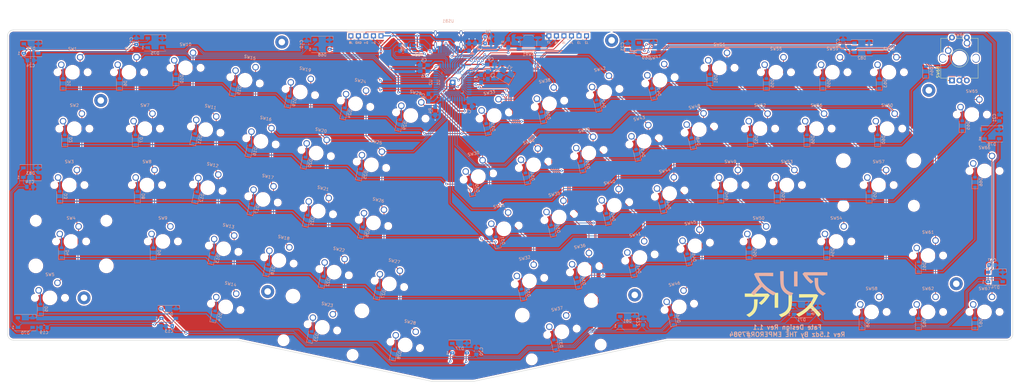
<source format=kicad_pcb>
(kicad_pcb (version 20171130) (host pcbnew "(5.1.12)-1")
  (title_block (rev 1.1))
  (layers (0 F.Cu signal) (31 B.Cu signal) (34 B.Paste user) (35 F.Paste user) (36 B.SilkS user) (37 F.SilkS user) (38 B.Mask user) (39 F.Mask user) (44 Edge.Cuts user))
  (net 0 "")
  (net 1 GND)
  (net 2 XTAL1)
  (net 3 XTAL2)
  (net 4 VCC)
  (net 5 "Net-(C4-Pad1)")
  (net 6 "Net-(D1-Pad2)")
  (net 7 /row0)
  (net 8 /row1)
  (net 9 "Net-(D2-Pad2)")
  (net 10 "Net-(D3-Pad2)")
  (net 11 /row2)
  (net 12 /row3)
  (net 13 "Net-(D4-Pad2)")
  (net 14 "Net-(D5-Pad2)")
  (net 15 /row4)
  (net 16 "Net-(D6-Pad2)")
  (net 17 "Net-(D7-Pad2)")
  (net 18 "Net-(D8-Pad2)")
  (net 19 "Net-(D9-Pad2)")
  (net 20 "Net-(D10-Pad2)")
  (net 21 "Net-(D11-Pad2)")
  (net 22 "Net-(D12-Pad2)")
  (net 23 "Net-(D13-Pad2)")
  (net 24 "Net-(D14-Pad2)")
  (net 25 "Net-(D15-Pad2)")
  (net 26 "Net-(D16-Pad2)")
  (net 27 "Net-(D17-Pad2)")
  (net 28 "Net-(D18-Pad2)")
  (net 29 "Net-(D19-Pad2)")
  (net 30 "Net-(D20-Pad2)")
  (net 31 "Net-(D21-Pad2)")
  (net 32 "Net-(D22-Pad2)")
  (net 33 "Net-(D23-Pad2)")
  (net 34 "Net-(D24-Pad2)")
  (net 35 "Net-(D25-Pad2)")
  (net 36 "Net-(D26-Pad2)")
  (net 37 "Net-(D27-Pad2)")
  (net 38 "Net-(D28-Pad2)")
  (net 39 "Net-(D29-Pad2)")
  (net 40 "Net-(D30-Pad2)")
  (net 41 "Net-(D31-Pad2)")
  (net 42 "Net-(D32-Pad2)")
  (net 43 "Net-(D33-Pad2)")
  (net 44 "Net-(D34-Pad2)")
  (net 45 "Net-(D35-Pad2)")
  (net 46 "Net-(D36-Pad2)")
  (net 47 "Net-(D37-Pad2)")
  (net 48 "Net-(D38-Pad2)")
  (net 49 "Net-(D39-Pad2)")
  (net 50 "Net-(D40-Pad2)")
  (net 51 "Net-(D41-Pad2)")
  (net 52 "Net-(D42-Pad2)")
  (net 53 "Net-(D43-Pad2)")
  (net 54 "Net-(D44-Pad2)")
  (net 55 "Net-(D45-Pad2)")
  (net 56 "Net-(D46-Pad2)")
  (net 57 "Net-(D47-Pad2)")
  (net 58 "Net-(D48-Pad2)")
  (net 59 "Net-(D49-Pad2)")
  (net 60 "Net-(D50-Pad2)")
  (net 61 "Net-(D51-Pad2)")
  (net 62 "Net-(D52-Pad2)")
  (net 63 "Net-(D53-Pad2)")
  (net 64 "Net-(D54-Pad2)")
  (net 65 "Net-(D55-Pad2)")
  (net 66 "Net-(D56-Pad2)")
  (net 67 "Net-(D57-Pad2)")
  (net 68 "Net-(D58-Pad2)")
  (net 69 "Net-(D59-Pad2)")
  (net 70 "Net-(D60-Pad2)")
  (net 71 "Net-(D61-Pad2)")
  (net 72 "Net-(D62-Pad2)")
  (net 73 "Net-(D63-Pad2)")
  (net 74 "Net-(D65-Pad2)")
  (net 75 "Net-(D66-Pad2)")
  (net 76 "Net-(D67-Pad2)")
  (net 77 /SCK)
  (net 78 /MOSI)
  (net 79 /~RES~)
  (net 80 /PF4)
  (net 81 D+)
  (net 82 D-)
  (net 83 "Net-(R4-Pad1)")
  (net 84 /col0)
  (net 85 /col1)
  (net 86 /col2)
  (net 87 /col3)
  (net 88 /col4)
  (net 89 /col5)
  (net 90 /col6)
  (net 91 /col8)
  (net 92 /col9)
  (net 93 /col10)
  (net 94 /col11)
  (net 95 /col12)
  (net 96 /col13)
  (net 97 "Net-(R6-Pad2)")
  (net 98 "Net-(R7-Pad2)")
  (net 99 "Net-(U3-Pad3)")
  (net 100 "Net-(U3-Pad1)")
  (net 101 "Net-(USB1-Pad9)")
  (net 102 "Net-(USB1-Pad3)")
  (net 103 "Net-(J13-Pad1)")
  (net 104 "Net-(J14-Pad1)")
  (net 105 adds)
  (net 106 "Net-(D68-Pad2)")
  (net 107 F7)
  (net 108 col14)
  (net 109 F5)
  (net 110 F6)
  (net 111 "Net-(D69-Pad2)")
  (net 112 "Net-(D69-Pad4)")
  (net 113 "Net-(D70-Pad2)")
  (net 114 "Net-(D70-Pad4)")
  (net 115 "Net-(D71-Pad2)")
  (net 116 "Net-(D71-Pad4)")
  (net 117 "Net-(D73-Pad2)")
  (net 118 "Net-(D74-Pad2)")
  (net 119 "Net-(D75-Pad2)")
  (net 120 "Net-(D77-Pad2)")
  (net 121 "Net-(D78-Pad2)")
  (net 122 "Net-(D79-Pad2)")
  (net 123 "Net-(U1-Pad42)")
  (module Mounting_Holes:MountingHole_2.2mm_M2_Pad (layer F.Cu) (at 181.4068 18.3642)
    (fp_text reference H5)
    (fp_text value MountingHole)
    (pad 1 thru_hole circle (at -5.842 23.7998) (size 1.2 1.2) (drill 1) (layers *.Cu *.Mask))
  )
  (module Package_DFN_QFN:QFN-44-1EP_7x7mm_P0.5mm_EP5.2x5.2mm (layer B.Cu) (at 175.5648 42.164 270)
    (fp_text reference U1 (at 0 4.82 270) (layer B.SilkS) (effects (justify mirror)))
    (fp_text value ATmega32U4-AU)
    (pad 45 smd rect (at 0 0 270) (size 2 2) (layers B.Cu B.Mask))
    (pad 44 smd roundrect (at -2.5 3.3375 270) (size 0.25 1.075) (layers B.Cu B.Paste B.Mask) (net 4 VCC))
    (pad 43 smd roundrect (at -2 3.3375 270) (size 0.25 1.075) (layers B.Cu B.Paste B.Mask) (net 1 GND))
    (pad 42 smd roundrect (at -1.5 3.3375 270) (size 0.25 1.075) (layers B.Cu B.Paste B.Mask) (net 123 "Net-(U1-Pad42)"))
    (pad 41 smd roundrect (at -1 3.3375 270) (size 0.25 1.075) (layers B.Cu B.Paste B.Mask) (net 84 /col0))
    (pad 40 smd roundrect (at -0.5 3.3375 270) (size 0.25 1.075) (layers B.Cu B.Paste B.Mask) (net 85 /col1))
    (pad 39 smd roundrect (at 0 3.3375 270) (size 0.25 1.075) (layers B.Cu B.Paste B.Mask) (net 80 /PF4))
    (pad 38 smd roundrect (at 0.5 3.3375 270) (size 0.25 1.075) (layers B.Cu B.Paste B.Mask) (net 109 F5))
    (pad 37 smd roundrect (at 1 3.3375 270) (size 0.25 1.075) (layers B.Cu B.Paste B.Mask) (net 110 F6))
    (pad 36 smd roundrect (at 1.5 3.3375 270) (size 0.25 1.075) (layers B.Cu B.Paste B.Mask) (net 107 F7))
    (pad 35 smd roundrect (at 2 3.3375 270) (size 0.25 1.075) (layers B.Cu B.Paste B.Mask) (net 1 GND))
    (pad 34 smd roundrect (at 2.5 3.3375 270) (size 0.25 1.075) (layers B.Cu B.Paste B.Mask) (net 4 VCC))
    (pad 33 smd roundrect (at 3.3375 2.5 270) (size 1.075 0.25) (layers B.Cu B.Paste B.Mask) (net 83 "Net-(R4-Pad1)"))
    (pad 32 smd roundrect (at 3.3375 2 270) (size 1.075 0.25) (layers B.Cu B.Paste B.Mask) (net 87 /col3))
    (pad 31 smd roundrect (at 3.3375 1.5 270) (size 1.075 0.25) (layers B.Cu B.Paste B.Mask) (net 88 /col4))
    (pad 30 smd roundrect (at 3.3375 1 270) (size 1.075 0.25) (layers B.Cu B.Paste B.Mask) (net 89 /col5))
    (pad 29 smd roundrect (at 3.3375 0.5 270) (size 1.075 0.25) (layers B.Cu B.Paste B.Mask) (net 93 /col10))
    (pad 28 smd roundrect (at 3.3375 0 270) (size 1.075 0.25) (layers B.Cu B.Paste B.Mask) (net 94 /col11))
    (pad 27 smd roundrect (at 3.3375 -0.5 270) (size 1.075 0.25) (layers B.Cu B.Paste B.Mask) (net 95 /col12))
    (pad 26 smd roundrect (at 3.3375 -1 270) (size 1.075 0.25) (layers B.Cu B.Paste B.Mask) (net 96 /col13))
    (pad 25 smd roundrect (at 3.3375 -1.5 270) (size 1.075 0.25) (layers B.Cu B.Paste B.Mask) (net 90 /col6))
    (pad 24 smd roundrect (at 3.3375 -2 270) (size 1.075 0.25) (layers B.Cu B.Paste B.Mask) (net 4 VCC))
    (pad 23 smd roundrect (at 3.3375 -2.5 270) (size 1.075 0.25) (layers B.Cu B.Paste B.Mask) (net 1 GND))
    (pad 22 smd roundrect (at 2.5 -3.3375 270) (size 0.25 1.075) (layers B.Cu B.Paste B.Mask) (net 15 /row4))
    (pad 21 smd roundrect (at 2 -3.3375 270) (size 0.25 1.075) (layers B.Cu B.Paste B.Mask) (net 12 /row3))
    (pad 20 smd roundrect (at 1.5 -3.3375 270) (size 0.25 1.075) (layers B.Cu B.Paste B.Mask) (net 11 /row2))
    (pad 19 smd roundrect (at 1 -3.3375 270) (size 0.25 1.075) (layers B.Cu B.Paste B.Mask) (net 8 /row1))
    (pad 18 smd roundrect (at 0.5 -3.3375 270) (size 0.25 1.075) (layers B.Cu B.Paste B.Mask) (net 7 /row0))
    (pad 17 smd roundrect (at 0 -3.3375 270) (size 0.25 1.075) (layers B.Cu B.Paste B.Mask) (net 2 XTAL1))
    (pad 16 smd roundrect (at -0.5 -3.3375 270) (size 0.25 1.075) (layers B.Cu B.Paste B.Mask) (net 3 XTAL2))
    (pad 15 smd roundrect (at -1 -3.3375 270) (size 0.25 1.075) (layers B.Cu B.Paste B.Mask) (net 1 GND))
    (pad 14 smd roundrect (at -1.5 -3.3375 270) (size 0.25 1.075) (layers B.Cu B.Paste B.Mask) (net 4 VCC))
    (pad 13 smd roundrect (at -2 -3.3375 270) (size 0.25 1.075) (layers B.Cu B.Paste B.Mask) (net 79 /~RES~))
    (pad 12 smd roundrect (at -2.5 -3.3375 270) (size 0.25 1.075) (layers B.Cu B.Paste B.Mask) (net 92 /col9))
    (pad 11 smd roundrect (at -3.3375 -2.5 270) (size 1.075 0.25) (layers B.Cu B.Paste B.Mask) (net 108 col14))
    (pad 10 smd roundrect (at -3.3375 -2 270) (size 1.075 0.25) (layers B.Cu B.Paste B.Mask) (net 78 /MOSI))
    (pad 9 smd roundrect (at -3.3375 -1.5 270) (size 1.075 0.25) (layers B.Cu B.Paste B.Mask) (net 77 /SCK))
    (pad 8 smd roundrect (at -3.3375 -1 270) (size 1.075 0.25) (layers B.Cu B.Paste B.Mask) (net 91 /col8))
    (pad 7 smd roundrect (at -3.3375 -0.5 270) (size 1.075 0.25) (layers B.Cu B.Paste B.Mask) (net 4 VCC))
    (pad 6 smd roundrect (at -3.3375 0 270) (size 1.075 0.25) (layers B.Cu B.Paste B.Mask) (net 5 "Net-(C4-Pad1)"))
    (pad 5 smd roundrect (at -3.3375 0.5 270) (size 1.075 0.25) (layers B.Cu B.Paste B.Mask) (net 1 GND))
    (pad 4 smd roundrect (at -3.3375 1 270) (size 1.075 0.25) (layers B.Cu B.Paste B.Mask) (net 81 D+))
    (pad 3 smd roundrect (at -3.3375 1.5 270) (size 1.075 0.25) (layers B.Cu B.Paste B.Mask) (net 82 D-))
    (pad 2 smd roundrect (at -3.3375 2 270) (size 1.075 0.25) (layers B.Cu B.Paste B.Mask) (net 4 VCC))
    (pad 1 smd roundrect (at -3.3375 2.5 270) (size 1.075 0.25) (layers B.Cu B.Paste B.Mask) (net 86 /col2))
  )
  (module Package_QFP:LQFP-44_10x10mm_P0.8mm (layer B.Cu) (at 175.514 42.164 270)
    (fp_text reference U2 (at 0 7.35 90) (layer B.SilkS) (effects (justify mirror)))
    (fp_text value ATmega32U4-AU)
    (pad 44 smd roundrect (at -4 5.6625 270) (size 0.55 1.475) (layers B.Cu B.Paste B.Mask) (net 4 VCC))
    (pad 43 smd roundrect (at -3.2 5.6625 270) (size 0.55 1.475) (layers B.Cu B.Paste B.Mask) (net 1 GND))
    (pad 42 smd roundrect (at -2.4 5.6625 270) (size 0.55 1.475) (layers B.Cu B.Paste B.Mask) (net 123 "Net-(U1-Pad42)"))
    (pad 41 smd roundrect (at -1.6 5.6625 270) (size 0.55 1.475) (layers B.Cu B.Paste B.Mask) (net 84 /col0))
    (pad 40 smd roundrect (at -0.8 5.6625 270) (size 0.55 1.475) (layers B.Cu B.Paste B.Mask) (net 85 /col1))
    (pad 39 smd roundrect (at 0 5.6625 270) (size 0.55 1.475) (layers B.Cu B.Paste B.Mask) (net 80 /PF4))
    (pad 38 smd roundrect (at 0.8 5.6625 270) (size 0.55 1.475) (layers B.Cu B.Paste B.Mask) (net 109 F5))
    (pad 37 smd roundrect (at 1.6 5.6625 270) (size 0.55 1.475) (layers B.Cu B.Paste B.Mask) (net 110 F6))
    (pad 36 smd roundrect (at 2.4 5.6625 270) (size 0.55 1.475) (layers B.Cu B.Paste B.Mask) (net 107 F7))
    (pad 35 smd roundrect (at 3.2 5.6625 270) (size 0.55 1.475) (layers B.Cu B.Paste B.Mask) (net 1 GND))
    (pad 34 smd roundrect (at 4 5.6625 270) (size 0.55 1.475) (layers B.Cu B.Paste B.Mask) (net 4 VCC))
    (pad 33 smd roundrect (at 5.6625 4 270) (size 1.475 0.55) (layers B.Cu B.Paste B.Mask) (net 83 "Net-(R4-Pad1)"))
    (pad 32 smd roundrect (at 5.6625 3.2 270) (size 1.475 0.55) (layers B.Cu B.Paste B.Mask) (net 87 /col3))
    (pad 31 smd roundrect (at 5.6625 2.4 270) (size 1.475 0.55) (layers B.Cu B.Paste B.Mask) (net 88 /col4))
    (pad 30 smd roundrect (at 5.6625 1.6 270) (size 1.475 0.55) (layers B.Cu B.Paste B.Mask) (net 89 /col5))
    (pad 29 smd roundrect (at 5.6625 0.8 270) (size 1.475 0.55) (layers B.Cu B.Paste B.Mask) (net 93 /col10))
    (pad 28 smd roundrect (at 5.6625 0 270) (size 1.475 0.55) (layers B.Cu B.Paste B.Mask) (net 94 /col11))
    (pad 27 smd roundrect (at 5.6625 -0.8 270) (size 1.475 0.55) (layers B.Cu B.Paste B.Mask) (net 95 /col12))
    (pad 26 smd roundrect (at 5.6625 -1.6 270) (size 1.475 0.55) (layers B.Cu B.Paste B.Mask) (net 96 /col13))
    (pad 25 smd roundrect (at 5.6625 -2.4 270) (size 1.475 0.55) (layers B.Cu B.Paste B.Mask) (net 90 /col6))
    (pad 24 smd roundrect (at 5.6625 -3.2 270) (size 1.475 0.55) (layers B.Cu B.Paste B.Mask) (net 4 VCC))
    (pad 23 smd roundrect (at 5.6625 -4 270) (size 1.475 0.55) (layers B.Cu B.Paste B.Mask) (net 1 GND))
    (pad 22 smd roundrect (at 4 -5.6625 270) (size 0.55 1.475) (layers B.Cu B.Paste B.Mask) (net 15 /row4))
    (pad 21 smd roundrect (at 3.2 -5.6625 270) (size 0.55 1.475) (layers B.Cu B.Paste B.Mask) (net 12 /row3))
    (pad 20 smd roundrect (at 2.4 -5.6625 270) (size 0.55 1.475) (layers B.Cu B.Paste B.Mask) (net 11 /row2))
    (pad 19 smd roundrect (at 1.6 -5.6625 270) (size 0.55 1.475) (layers B.Cu B.Paste B.Mask) (net 8 /row1))
    (pad 18 smd roundrect (at 0.8 -5.6625 270) (size 0.55 1.475) (layers B.Cu B.Paste B.Mask) (net 7 /row0))
    (pad 17 smd roundrect (at 0 -5.6625 270) (size 0.55 1.475) (layers B.Cu B.Paste B.Mask) (net 2 XTAL1))
    (pad 16 smd roundrect (at -0.8 -5.6625 270) (size 0.55 1.475) (layers B.Cu B.Paste B.Mask) (net 3 XTAL2))
    (pad 15 smd roundrect (at -1.6 -5.6625 270) (size 0.55 1.475) (layers B.Cu B.Paste B.Mask) (net 1 GND))
    (pad 14 smd roundrect (at -2.4 -5.6625 270) (size 0.55 1.475) (layers B.Cu B.Paste B.Mask) (net 4 VCC))
    (pad 13 smd roundrect (at -3.2 -5.6625 270) (size 0.55 1.475) (layers B.Cu B.Paste B.Mask) (net 79 /~RES~))
    (pad 12 smd roundrect (at -4 -5.6625 270) (size 0.55 1.475) (layers B.Cu B.Paste B.Mask) (net 92 /col9))
    (pad 11 smd roundrect (at -5.6625 -4 270) (size 1.475 0.55) (layers B.Cu B.Paste B.Mask) (net 108 col14))
    (pad 10 smd roundrect (at -5.6625 -3.2 270) (size 1.475 0.55) (layers B.Cu B.Paste B.Mask) (net 78 /MOSI))
    (pad 9 smd roundrect (at -5.6625 -2.4 270) (size 1.475 0.55) (layers B.Cu B.Paste B.Mask) (net 77 /SCK))
    (pad 8 smd roundrect (at -5.6625 -1.6 270) (size 1.475 0.55) (layers B.Cu B.Paste B.Mask) (net 91 /col8))
    (pad 7 smd roundrect (at -5.6625 -0.8 270) (size 1.475 0.55) (layers B.Cu B.Paste B.Mask) (net 4 VCC))
    (pad 6 smd roundrect (at -5.6625 0 270) (size 1.475 0.55) (layers B.Cu B.Paste B.Mask) (net 5 "Net-(C4-Pad1)"))
    (pad 5 smd roundrect (at -5.6625 0.8 270) (size 1.475 0.55) (layers B.Cu B.Paste B.Mask) (net 1 GND))
    (pad 4 smd roundrect (at -5.6625 1.6 270) (size 1.475 0.55) (layers B.Cu B.Paste B.Mask) (net 81 D+))
    (pad 3 smd roundrect (at -5.6625 2.4 270) (size 1.475 0.55) (layers B.Cu B.Paste B.Mask) (net 82 D-))
    (pad 2 smd roundrect (at -5.6625 3.2 270) (size 1.475 0.55) (layers B.Cu B.Paste B.Mask) (net 4 VCC))
    (pad 1 smd roundrect (at -5.6625 4 270) (size 1.475 0.55) (layers B.Cu B.Paste B.Mask) (net 86 /col2))
  )
  (module LED_SMD:LED_WS2812B_PLCC4_5.0x5.0mm_P3.2mm (layer B.Cu) (at 131.561 29.3354)
    (fp_text reference D68 (at 0 3.5) (layer B.SilkS) (effects (justify mirror)))
    (fp_text value WS2812B)
    (fp_text user 1 (at -4.15 1.6) (layer B.SilkS) (effects (justify mirror)))
    (pad 1 smd rect (at -2.45 1.6) (size 1.5 1) (layers B.Cu B.Paste B.Mask) (net 4 VCC))
    (pad 2 smd rect (at -2.45 -1.6) (size 1.5 1) (layers B.Cu B.Paste B.Mask) (net 106 "Net-(D68-Pad2)"))
    (pad 4 smd rect (at 2.45 1.6) (size 1.5 1) (layers B.Cu B.Paste B.Mask) (net 107 F7))
    (pad 3 smd rect (at 2.45 -1.6) (size 1.5 1) (layers B.Cu B.Paste B.Mask) (net 1 GND))
  )
  (module Capacitor_SMD:C_0805_2012Metric_Pad1.18x1.45mm_HandSolder (layer B.Cu) (at 126.2634 29.2354 270)
    (fp_text reference C10 (at 0 1.68 90) (layer B.SilkS) (effects (justify mirror)))
    (fp_text value C_Small)
    (pad 2 smd roundrect (at 1.0375 0 270) (size 1.175 1.45) (layers B.Cu B.Paste B.Mask) (roundrect_rratio 0.2127659574468085) (net 4 VCC))
    (pad 1 smd roundrect (at -1.0375 0 270) (size 1.175 1.45) (layers B.Cu B.Paste B.Mask) (roundrect_rratio 0.2127659574468085) (net 1 GND))
  )
  (module LED_SMD:LED_WS2812B_PLCC4_5.0x5.0mm_P3.2mm (layer B.Cu) (at 33.1978 72.6186)
    (fp_text reference D83 (at -0.0254 0.1778) (layer B.SilkS) (effects (justify mirror)))
    (fp_text value WS2812B)
    (fp_text user 1 (at -4.15 1.6) (layer B.SilkS) (effects (justify mirror)))
    (pad 1 smd rect (at -2.45 1.6) (size 1.5 1) (layers B.Cu B.Paste B.Mask) (net 4 VCC))
    (pad 2 smd rect (at -2.45 -1.6) (size 1.5 1) (layers B.Cu B.Paste B.Mask) (net 114 "Net-(D70-Pad4)"))
    (pad 4 smd rect (at 2.45 1.6) (size 1.5 1) (layers B.Cu B.Paste B.Mask) (net 122 "Net-(D79-Pad2)"))
    (pad 3 smd rect (at 2.45 -1.6) (size 1.5 1) (layers B.Cu B.Paste B.Mask) (net 1 GND))
  )
  (module LED_SMD:LED_WS2812B_PLCC4_5.0x5.0mm_P3.2mm (layer B.Cu) (at 313.5884 30.4292)
    (fp_text reference D82 (at 0 3.5) (layer B.SilkS) (effects (justify mirror)))
    (fp_text value WS2812B)
    (fp_text user 1 (at -4.15 1.6) (layer B.SilkS) (effects (justify mirror)))
    (pad 1 smd rect (at -2.45 1.6) (size 1.5 1) (layers B.Cu B.Paste B.Mask) (net 4 VCC))
    (pad 2 smd rect (at -2.45 -1.6) (size 1.5 1) (layers B.Cu B.Paste B.Mask) (net 112 "Net-(D69-Pad4)"))
    (pad 4 smd rect (at 2.45 1.6) (size 1.5 1) (layers B.Cu B.Paste B.Mask) (net 121 "Net-(D78-Pad2)"))
    (pad 3 smd rect (at 2.45 -1.6) (size 1.5 1) (layers B.Cu B.Paste B.Mask) (net 1 GND))
  )
  (module LED_SMD:LED_WS2812B_PLCC4_5.0x5.0mm_P3.2mm (layer B.Cu) (at 234.569 122.809)
    (fp_text reference D81 (at -0.0762 -0.0254) (layer B.SilkS) (effects (justify mirror)))
    (fp_text value WS2812B)
    (fp_text user 1 (at -4.15 1.6) (layer B.SilkS) (effects (justify mirror)))
    (pad 1 smd rect (at -2.45 1.6) (size 1.5 1) (layers B.Cu B.Paste B.Mask) (net 4 VCC))
    (pad 2 smd rect (at -2.45 -1.6) (size 1.5 1) (layers B.Cu B.Paste B.Mask) (net 116 "Net-(D71-Pad4)"))
    (pad 4 smd rect (at 2.45 1.6) (size 1.5 1) (layers B.Cu B.Paste B.Mask) (net 120 "Net-(D77-Pad2)"))
    (pad 3 smd rect (at 2.45 -1.6) (size 1.5 1) (layers B.Cu B.Paste B.Mask) (net 1 GND))
  )
  (module LED_SMD:LED_WS2812B_PLCC4_5.0x5.0mm_P3.2mm (layer B.Cu) (at 33.3502 30.7086)
    (fp_text reference D79 (at 0.0254 0.0254) (layer B.SilkS) (effects (justify mirror)))
    (fp_text value WS2812B)
    (fp_text user 1 (at -4.15 1.6) (layer B.SilkS) (effects (justify mirror)))
    (pad 1 smd rect (at -2.45 1.6) (size 1.5 1) (layers B.Cu B.Paste B.Mask) (net 4 VCC))
    (pad 2 smd rect (at -2.45 -1.6) (size 1.5 1) (layers B.Cu B.Paste B.Mask) (net 122 "Net-(D79-Pad2)"))
    (pad 4 smd rect (at 2.45 1.6) (size 1.5 1) (layers B.Cu B.Paste B.Mask) (net 119 "Net-(D75-Pad2)"))
    (pad 3 smd rect (at 2.45 -1.6) (size 1.5 1) (layers B.Cu B.Paste B.Mask) (net 1 GND))
  )
  (module LED_SMD:LED_WS2812B_PLCC4_5.0x5.0mm_P3.2mm (layer B.Cu) (at 357.4542 59.563)
    (fp_text reference D78 (at 0 3.5) (layer B.SilkS) (effects (justify mirror)))
    (fp_text value WS2812B)
    (fp_text user 1 (at -4.15 1.6) (layer B.SilkS) (effects (justify mirror)))
    (pad 1 smd rect (at -2.45 1.6) (size 1.5 1) (layers B.Cu B.Paste B.Mask) (net 4 VCC))
    (pad 2 smd rect (at -2.45 -1.6) (size 1.5 1) (layers B.Cu B.Paste B.Mask) (net 121 "Net-(D78-Pad2)"))
    (pad 4 smd rect (at 2.45 1.6) (size 1.5 1) (layers B.Cu B.Paste B.Mask) (net 118 "Net-(D74-Pad2)"))
    (pad 3 smd rect (at 2.45 -1.6) (size 1.5 1) (layers B.Cu B.Paste B.Mask) (net 1 GND))
  )
  (module LED_SMD:LED_WS2812B_PLCC4_5.0x5.0mm_P3.2mm (layer B.Cu) (at 177.8762 131.9022)
    (fp_text reference D77 (at 0.1016 0.1524) (layer B.SilkS) (effects (justify mirror)))
    (fp_text value WS2812B)
    (fp_text user 1 (at -4.15 1.6) (layer B.SilkS) (effects (justify mirror)))
    (pad 1 smd rect (at -2.45 1.6) (size 1.5 1) (layers B.Cu B.Paste B.Mask) (net 4 VCC))
    (pad 2 smd rect (at -2.45 -1.6) (size 1.5 1) (layers B.Cu B.Paste B.Mask) (net 120 "Net-(D77-Pad2)"))
    (pad 4 smd rect (at 2.45 1.6) (size 1.5 1) (layers B.Cu B.Paste B.Mask) (net 117 "Net-(D73-Pad2)"))
    (pad 3 smd rect (at 2.45 -1.6) (size 1.5 1) (layers B.Cu B.Paste B.Mask) (net 1 GND))
  )
  (module LED_SMD:LED_WS2812B_PLCC4_5.0x5.0mm_P3.2mm (layer B.Cu) (at 75.1586 28.8036)
    (fp_text reference D75 (at 0 3.5) (layer B.SilkS) (effects (justify mirror)))
    (fp_text value WS2812B)
    (fp_text user 1 (at -4.15 1.6) (layer B.SilkS) (effects (justify mirror)))
    (pad 1 smd rect (at -2.45 1.6) (size 1.5 1) (layers B.Cu B.Paste B.Mask) (net 4 VCC))
    (pad 2 smd rect (at -2.45 -1.6) (size 1.5 1) (layers B.Cu B.Paste B.Mask) (net 119 "Net-(D75-Pad2)"))
    (pad 4 smd rect (at 2.45 1.6) (size 1.5 1) (layers B.Cu B.Paste B.Mask) (net 106 "Net-(D68-Pad2)"))
    (pad 3 smd rect (at 2.45 -1.6) (size 1.5 1) (layers B.Cu B.Paste B.Mask) (net 1 GND))
  )
  (module LED_SMD:LED_WS2812B_PLCC4_5.0x5.0mm_P3.2mm (layer B.Cu) (at 358.648 107.8738)
    (fp_text reference D74 (at 0 3.5) (layer B.SilkS) (effects (justify mirror)))
    (fp_text value WS2812B)
    (fp_text user 1 (at -4.15 1.6) (layer B.SilkS) (effects (justify mirror)))
    (pad 1 smd rect (at -2.45 1.6) (size 1.5 1) (layers B.Cu B.Paste B.Mask) (net 4 VCC))
    (pad 2 smd rect (at -2.45 -1.6) (size 1.5 1) (layers B.Cu B.Paste B.Mask) (net 118 "Net-(D74-Pad2)"))
    (pad 4 smd rect (at 2.45 1.6) (size 1.5 1) (layers B.Cu B.Paste B.Mask) (net 115 "Net-(D71-Pad2)"))
    (pad 3 smd rect (at 2.45 -1.6) (size 1.5 1) (layers B.Cu B.Paste B.Mask) (net 1 GND))
  )
  (module LED_SMD:LED_WS2812B_PLCC4_5.0x5.0mm_P3.2mm (layer B.Cu) (at 79.756 120.2436)
    (fp_text reference D73 (at 0.0762 0.127) (layer B.SilkS) (effects (justify mirror)))
    (fp_text value WS2812B)
    (fp_text user 1 (at -4.15 1.6) (layer B.SilkS) (effects (justify mirror)))
    (pad 1 smd rect (at -2.45 1.6) (size 1.5 1) (layers B.Cu B.Paste B.Mask) (net 4 VCC))
    (pad 2 smd rect (at -2.45 -1.6) (size 1.5 1) (layers B.Cu B.Paste B.Mask) (net 117 "Net-(D73-Pad2)"))
    (pad 4 smd rect (at 2.45 1.6) (size 1.5 1) (layers B.Cu B.Paste B.Mask) (net 113 "Net-(D70-Pad2)"))
    (pad 3 smd rect (at 2.45 -1.6) (size 1.5 1) (layers B.Cu B.Paste B.Mask) (net 1 GND))
  )
  (module LED_SMD:LED_WS2812B_PLCC4_5.0x5.0mm_P3.2mm (layer B.Cu) (at 293.243 118.8212)
    (fp_text reference D71 (at 0 3.5) (layer B.SilkS) (effects (justify mirror)))
    (fp_text value WS2812B)
    (fp_text user 1 (at -4.15 1.6) (layer B.SilkS) (effects (justify mirror)))
    (pad 1 smd rect (at -2.45 1.6) (size 1.5 1) (layers B.Cu B.Paste B.Mask) (net 4 VCC))
    (pad 2 smd rect (at -2.45 -1.6) (size 1.5 1) (layers B.Cu B.Paste B.Mask) (net 115 "Net-(D71-Pad2)"))
    (pad 4 smd rect (at 2.45 1.6) (size 1.5 1) (layers B.Cu B.Paste B.Mask) (net 116 "Net-(D71-Pad4)"))
    (pad 3 smd rect (at 2.45 -1.6) (size 1.5 1) (layers B.Cu B.Paste B.Mask) (net 1 GND))
  )
  (module LED_SMD:LED_WS2812B_PLCC4_5.0x5.0mm_P3.2mm (layer B.Cu) (at 31.3944 123.2916)
    (fp_text reference D70 (at 0 3.5) (layer B.SilkS) (effects (justify mirror)))
    (fp_text value WS2812B)
    (fp_text user 1 (at -4.15 1.6) (layer B.SilkS) (effects (justify mirror)))
    (pad 1 smd rect (at -2.45 1.6) (size 1.5 1) (layers B.Cu B.Paste B.Mask) (net 4 VCC))
    (pad 2 smd rect (at -2.45 -1.6) (size 1.5 1) (layers B.Cu B.Paste B.Mask) (net 113 "Net-(D70-Pad2)"))
    (pad 4 smd rect (at 2.45 1.6) (size 1.5 1) (layers B.Cu B.Paste B.Mask) (net 114 "Net-(D70-Pad4)"))
    (pad 3 smd rect (at 2.45 -1.6) (size 1.5 1) (layers B.Cu B.Paste B.Mask) (net 1 GND))
  )
  (module LED_SMD:LED_WS2812B_PLCC4_5.0x5.0mm_P3.2mm (layer B.Cu) (at 240.8682 30.353)
    (fp_text reference D69 (at 0 3.5) (layer B.SilkS) (effects (justify mirror)))
    (fp_text value WS2812B)
    (fp_text user 1 (at -4.15 1.6) (layer B.SilkS) (effects (justify mirror)))
    (pad 1 smd rect (at -2.45 1.6) (size 1.5 1) (layers B.Cu B.Paste B.Mask) (net 4 VCC))
    (pad 2 smd rect (at -2.45 -1.6) (size 1.5 1) (layers B.Cu B.Paste B.Mask) (net 111 "Net-(D69-Pad2)"))
    (pad 4 smd rect (at 2.45 1.6) (size 1.5 1) (layers B.Cu B.Paste B.Mask) (net 112 "Net-(D69-Pad4)"))
    (pad 3 smd rect (at 2.45 -1.6) (size 1.5 1) (layers B.Cu B.Paste B.Mask) (net 1 GND))
  )
  (module Capacitor_SMD:C_0805_2012Metric_Pad1.18x1.45mm_HandSolder (layer B.Cu) (at 307.2638 28.8075 270)
    (fp_text reference C25 (at 0 1.68 90) (layer B.SilkS) (effects (justify mirror)))
    (fp_text value C_Small)
    (pad 2 smd roundrect (at 1.0375 0 270) (size 1.175 1.45) (layers B.Cu B.Paste B.Mask) (roundrect_rratio 0.2127659574468085) (net 4 VCC))
    (pad 1 smd roundrect (at -1.0375 0 270) (size 1.175 1.45) (layers B.Cu B.Paste B.Mask) (roundrect_rratio 0.2127659574468085) (net 1 GND))
  )
  (module Capacitor_SMD:C_0805_2012Metric_Pad1.18x1.45mm_HandSolder (layer B.Cu) (at 33.1724 34.6964 180)
    (fp_text reference C24 (at 0 -1.778) (layer B.SilkS) (effects (justify mirror)))
    (fp_text value C_Small)
    (pad 2 smd roundrect (at 1.0375 0 180) (size 1.175 1.45) (layers B.Cu B.Paste B.Mask) (roundrect_rratio 0.2127659574468085) (net 4 VCC))
    (pad 1 smd roundrect (at -1.0375 0 180) (size 1.175 1.45) (layers B.Cu B.Paste B.Mask) (roundrect_rratio 0.2127659574468085) (net 1 GND))
  )
  (module Capacitor_SMD:C_0805_2012Metric_Pad1.18x1.45mm_HandSolder (layer B.Cu) (at 234.569 30.0228 270)
    (fp_text reference C23 (at 0 1.68 90) (layer B.SilkS) (effects (justify mirror)))
    (fp_text value C_Small)
    (pad 2 smd roundrect (at 1.0375 0 270) (size 1.175 1.45) (layers B.Cu B.Paste B.Mask) (roundrect_rratio 0.2127659574468085) (net 4 VCC))
    (pad 1 smd roundrect (at -1.0375 0 270) (size 1.175 1.45) (layers B.Cu B.Paste B.Mask) (roundrect_rratio 0.2127659574468085) (net 1 GND))
  )
  (module Capacitor_SMD:C_0805_2012Metric_Pad1.18x1.45mm_HandSolder (layer B.Cu) (at 239.8014 123.0122 270)
    (fp_text reference C22 (at 0 1.68 90) (layer B.SilkS) (effects (justify mirror)))
    (fp_text value C_Small)
    (pad 2 smd roundrect (at 1.0375 0 270) (size 1.175 1.45) (layers B.Cu B.Paste B.Mask) (roundrect_rratio 0.2127659574468085) (net 4 VCC))
    (pad 1 smd roundrect (at -1.0375 0 270) (size 1.175 1.45) (layers B.Cu B.Paste B.Mask) (roundrect_rratio 0.2127659574468085) (net 1 GND))
  )
  (module Capacitor_SMD:C_0805_2012Metric_Pad1.18x1.45mm_HandSolder (layer B.Cu) (at 359.9942 54.1528 270)
    (fp_text reference C21 (at 0 1.68 90) (layer B.SilkS) (effects (justify mirror)))
    (fp_text value C_Small)
    (pad 2 smd roundrect (at 1.0375 0 270) (size 1.175 1.45) (layers B.Cu B.Paste B.Mask) (roundrect_rratio 0.2127659574468085) (net 4 VCC))
    (pad 1 smd roundrect (at -1.0375 0 270) (size 1.175 1.45) (layers B.Cu B.Paste B.Mask) (roundrect_rratio 0.2127659574468085) (net 1 GND))
  )
  (module Capacitor_SMD:C_0805_2012Metric_Pad1.18x1.45mm_HandSolder (layer B.Cu) (at 183.5658 132.9182 270)
    (fp_text reference C20 (at 0.127 -1.6764 90) (layer B.SilkS) (effects (justify mirror)))
    (fp_text value C_Small)
    (pad 2 smd roundrect (at 1.0375 0 270) (size 1.175 1.45) (layers B.Cu B.Paste B.Mask) (roundrect_rratio 0.2127659574468085) (net 4 VCC))
    (pad 1 smd roundrect (at -1.0375 0 270) (size 1.175 1.45) (layers B.Cu B.Paste B.Mask) (roundrect_rratio 0.2127659574468085) (net 1 GND))
  )
  (module Capacitor_SMD:C_0805_2012Metric_Pad1.18x1.45mm_HandSolder (layer B.Cu) (at 37.719 124.9426)
    (fp_text reference C19 (at 0 1.68) (layer B.SilkS) (effects (justify mirror)))
    (fp_text value C_Small)
    (pad 2 smd roundrect (at 1.0375 0) (size 1.175 1.45) (layers B.Cu B.Paste B.Mask) (roundrect_rratio 0.2127659574468085) (net 4 VCC))
    (pad 1 smd roundrect (at -1.0375 0) (size 1.175 1.45) (layers B.Cu B.Paste B.Mask) (roundrect_rratio 0.2127659574468085) (net 1 GND))
  )
  (module Capacitor_SMD:C_0805_2012Metric_Pad1.18x1.45mm_HandSolder (layer B.Cu) (at 357.5304 103.886 180)
    (fp_text reference C17 (at 0 1.68) (layer B.SilkS) (effects (justify mirror)))
    (fp_text value C_Small)
    (pad 2 smd roundrect (at 1.0375 0 180) (size 1.175 1.45) (layers B.Cu B.Paste B.Mask) (roundrect_rratio 0.2127659574468085) (net 4 VCC))
    (pad 1 smd roundrect (at -1.0375 0 180) (size 1.175 1.45) (layers B.Cu B.Paste B.Mask) (roundrect_rratio 0.2127659574468085) (net 1 GND))
  )
  (module Capacitor_SMD:C_0805_2012Metric_Pad1.18x1.45mm_HandSolder (layer B.Cu) (at 298.7548 119.3546 270)
    (fp_text reference C16 (at 0 1.68 90) (layer B.SilkS) (effects (justify mirror)))
    (fp_text value C_Small)
    (pad 2 smd roundrect (at 1.0375 0 270) (size 1.175 1.45) (layers B.Cu B.Paste B.Mask) (roundrect_rratio 0.2127659574468085) (net 4 VCC))
    (pad 1 smd roundrect (at -1.0375 0 270) (size 1.175 1.45) (layers B.Cu B.Paste B.Mask) (roundrect_rratio 0.2127659574468085) (net 1 GND))
  )
  (module Capacitor_SMD:C_0805_2012Metric_Pad1.18x1.45mm_HandSolder (layer B.Cu) (at 32.9692 77.4192 180)
    (fp_text reference C14 (at 0 1.68) (layer B.SilkS) (effects (justify mirror)))
    (fp_text value C_Small)
    (pad 2 smd roundrect (at 1.0375 0 180) (size 1.175 1.45) (layers B.Cu B.Paste B.Mask) (roundrect_rratio 0.2127659574468085) (net 4 VCC))
    (pad 1 smd roundrect (at -1.0375 0 180) (size 1.175 1.45) (layers B.Cu B.Paste B.Mask) (roundrect_rratio 0.2127659574468085) (net 1 GND))
  )
  (module Capacitor_SMD:C_0805_2012Metric_Pad1.18x1.45mm_HandSolder (layer B.Cu) (at 79.9084 124.4854)
    (fp_text reference C13 (at 0 1.68) (layer B.SilkS) (effects (justify mirror)))
    (fp_text value C_Small)
    (pad 2 smd roundrect (at 1.0375 0) (size 1.175 1.45) (layers B.Cu B.Paste B.Mask) (roundrect_rratio 0.2127659574468085) (net 4 VCC))
    (pad 1 smd roundrect (at -1.0375 0) (size 1.175 1.45) (layers B.Cu B.Paste B.Mask) (roundrect_rratio 0.2127659574468085) (net 1 GND))
  )
  (module Capacitor_SMD:C_0805_2012Metric_Pad1.18x1.45mm_HandSolder (layer B.Cu) (at 68.8594 28.2956 270)
    (fp_text reference C12 (at 0 1.68 90) (layer B.SilkS) (effects (justify mirror)))
    (fp_text value C_Small)
    (pad 2 smd roundrect (at 1.0375 0 270) (size 1.175 1.45) (layers B.Cu B.Paste B.Mask) (roundrect_rratio 0.2127659574468085) (net 4 VCC))
    (pad 1 smd roundrect (at -1.0375 0 270) (size 1.175 1.45) (layers B.Cu B.Paste B.Mask) (roundrect_rratio 0.2127659574468085) (net 1 GND))
  )
  (module Rotary_Encoder:RotaryEncoder_Alps_EC12E-Switch_Vertical_H20mm (layer F.Cu) (at 344.0068 41.4892 90)
    (fp_text reference SW68 (at 2.8 -4.7 90) (layer F.SilkS))
    (fp_text value Rotary_Encoder_Switch)
    (pad A thru_hole rect (at 0 0 90) (size 2 2) (drill 1) (layers *.Cu *.Mask) (net 110 F6))
    (pad C thru_hole circle (at 0 2.5 90) (size 2 2) (drill 1) (layers *.Cu *.Mask) (net 1 GND))
    (pad B thru_hole circle (at 0 5 90) (size 2 2) (drill 1) (layers *.Cu *.Mask) (net 109 F5))
    (pad MP thru_hole oval (at 7.5 -3.1 90) (size 3 2.5) (drill oval 2.5 2) (layers *.Cu *.Mask))
    (pad MP thru_hole oval (at 7.5 8.1 90) (size 3 2.5) (drill oval 2.5 2) (layers *.Cu *.Mask))
    (pad S1 thru_hole circle (at 14.5 0 90) (size 2 2) (drill 1) (layers *.Cu *.Mask) (net 105 adds))
    (pad S2 thru_hole circle (at 14.5 5 90) (size 2 2) (drill 1) (layers *.Cu *.Mask) (net 108 col14))
  )
  (module arisutea-bt-pcb:USB_C_Receptacle_HRO_TYPE-C-31-M-12-HandSoldering (layer B.Cu) (at 174.07128 26.6446)
    (fp_text reference USB1 (at 0 -5.207 -180) (layer B.SilkS) (effects (justify mirror)))
    (fp_text value HRO-TYPE-C-31-M-12-Type-C)
    (pad 10 smd rect (at 1.75 4.385) (size 0.3 2.45) (layers B.Cu B.Paste B.Mask) (net 98 "Net-(R7-Pad2)"))
    (pad 9 smd rect (at 1.25 4.385) (size 0.3 2.45) (layers B.Cu B.Paste B.Mask) (net 101 "Net-(USB1-Pad9)"))
    (pad 8 smd rect (at 0.75 4.385) (size 0.3 2.45) (layers B.Cu B.Paste B.Mask) (net 103 "Net-(J13-Pad1)"))
    (pad 7 smd rect (at 0.25 4.385) (size 0.3 2.45) (layers B.Cu B.Paste B.Mask) (net 104 "Net-(J14-Pad1)"))
    (pad 3 smd rect (at -1.75 4.385) (size 0.3 2.45) (layers B.Cu B.Paste B.Mask) (net 102 "Net-(USB1-Pad3)"))
    (pad 4 smd rect (at -1.25 4.385) (size 0.3 2.45) (layers B.Cu B.Paste B.Mask) (net 97 "Net-(R6-Pad2)"))
    (pad 5 smd rect (at -0.75 4.385) (size 0.3 2.45) (layers B.Cu B.Paste B.Mask) (net 104 "Net-(J14-Pad1)"))
    (pad 11 smd rect (at 2.45 4.385) (size 0.6 2.45) (layers B.Cu B.Paste B.Mask) (net 4 VCC))
    (pad 12 smd rect (at 3.25 4.385) (size 0.6 2.45) (layers B.Cu B.Paste B.Mask) (net 1 GND))
    (pad "" np_thru_hole circle (at -2.89 2.44) (size 0.65 0.65) (drill 0.65) (layers *.Cu *.Mask))
    (pad 13 thru_hole oval (at -4.32 2.97) (size 1 2.1) (drill oval 0.6 1.7) (layers *.Cu *.Mask) (net 1 GND))
    (pad 13 thru_hole oval (at -4.32 -1.21) (size 1 1.6) (drill oval 0.6 1.2) (layers *.Cu *.Mask) (net 1 GND))
    (pad 13 thru_hole oval (at 4.32 -1.21) (size 1 1.6) (drill oval 0.6 1.2) (layers *.Cu *.Mask) (net 1 GND))
    (pad 13 thru_hole oval (at 4.32 2.97) (size 1 2.1) (drill oval 0.6 1.7) (layers *.Cu *.Mask) (net 1 GND))
    (pad "" np_thru_hole circle (at 2.89 2.44) (size 0.65 0.65) (drill 0.65) (layers *.Cu *.Mask))
    (pad 1 smd rect (at -3.25 4.385) (size 0.6 2.45) (layers B.Cu B.Paste B.Mask) (net 1 GND))
    (pad 2 smd rect (at -2.45 4.385) (size 0.6 2.45) (layers B.Cu B.Paste B.Mask) (net 4 VCC))
    (pad 6 smd rect (at -0.25 4.385) (size 0.3 2.45) (layers B.Cu B.Paste B.Mask) (net 103 "Net-(J13-Pad1)"))
  )
  (module Package_TO_SOT_SMD:SOT-23-6 (layer B.Cu) (at 163.7792 30.4038)
    (fp_text reference U3 (at 0 2.4) (layer B.SilkS) (effects (justify mirror)))
    (fp_text value USBLC6-2SC6-Power_Protection)
    (pad 6 smd roundrect (at 1.1375 0.95) (size 1.325 0.6) (layers B.Cu B.Paste B.Mask) (net 103 "Net-(J13-Pad1)"))
    (pad 5 smd roundrect (at 1.1375 0) (size 1.325 0.6) (layers B.Cu B.Paste B.Mask) (net 4 VCC))
    (pad 4 smd roundrect (at 1.1375 -0.95) (size 1.325 0.6) (layers B.Cu B.Paste B.Mask) (net 104 "Net-(J14-Pad1)"))
    (pad 3 smd roundrect (at -1.1375 -0.95) (size 1.325 0.6) (layers B.Cu B.Paste B.Mask) (net 99 "Net-(U3-Pad3)"))
    (pad 2 smd roundrect (at -1.1375 0) (size 1.325 0.6) (layers B.Cu B.Paste B.Mask) (net 1 GND))
    (pad 1 smd roundrect (at -1.1375 0.95) (size 1.325 0.6) (layers B.Cu B.Paste B.Mask) (net 100 "Net-(U3-Pad1)"))
  )
  (module Resistor_SMD:R_0805_2012Metric_Pad1.20x1.40mm_HandSolder (layer B.Cu) (at 158.8262 29.5148)
    (fp_text reference R8 (at 0 1.65) (layer B.SilkS) (effects (justify mirror)))
    (fp_text value R)
    (pad 2 smd roundrect (at 1 0) (size 1.2 1.4) (layers B.Cu B.Paste B.Mask) (roundrect_rratio 0.2083325) (net 104 "Net-(J14-Pad1)"))
    (pad 1 smd roundrect (at -1 0) (size 1.2 1.4) (layers B.Cu B.Paste B.Mask) (roundrect_rratio 0.2083325) (net 82 D-))
  )
  (module Resistor_SMD:R_0805_2012Metric_Pad1.20x1.40mm_HandSolder (layer B.Cu) (at 187.5026 29.0068 180)
    (fp_text reference R7 (at 0 1.65) (layer B.SilkS) (effects (justify mirror)))
    (fp_text value R)
    (pad 2 smd roundrect (at 1 0 180) (size 1.2 1.4) (layers B.Cu B.Paste B.Mask) (roundrect_rratio 0.2083325) (net 98 "Net-(R7-Pad2)"))
    (pad 1 smd roundrect (at -1 0 180) (size 1.2 1.4) (layers B.Cu B.Paste B.Mask) (roundrect_rratio 0.2083325) (net 1 GND))
  )
  (module Resistor_SMD:R_0805_2012Metric_Pad1.20x1.40mm_HandSolder (layer B.Cu) (at 187.5028 26.6954 180)
    (fp_text reference R6 (at 0 1.65) (layer B.SilkS) (effects (justify mirror)))
    (fp_text value R)
    (pad 2 smd roundrect (at 1 0 180) (size 1.2 1.4) (layers B.Cu B.Paste B.Mask) (roundrect_rratio 0.2083325) (net 97 "Net-(R6-Pad2)"))
    (pad 1 smd roundrect (at -1 0 180) (size 1.2 1.4) (layers B.Cu B.Paste B.Mask) (roundrect_rratio 0.2083325) (net 1 GND))
  )
  (module Resistor_SMD:R_0805_2012Metric_Pad1.20x1.40mm_HandSolder (layer B.Cu) (at 158.8262 31.5468)
    (fp_text reference R5 (at -0.0762 -1.6256) (layer B.SilkS) (effects (justify mirror)))
    (fp_text value R)
    (pad 2 smd roundrect (at 1 0) (size 1.2 1.4) (layers B.Cu B.Paste B.Mask) (roundrect_rratio 0.2083325) (net 103 "Net-(J13-Pad1)"))
    (pad 1 smd roundrect (at -1 0) (size 1.2 1.4) (layers B.Cu B.Paste B.Mask) (roundrect_rratio 0.2083325) (net 81 D+))
  )
  (module MX_Switch:SW_Cherry_MX_2.25u_PCB_ReversedStabilizers (layer F.Cu) (at 297.825 67.295)
    (fp_text reference SW57 (at 21.43125 1.651) (layer B.SilkS))
    (fp_text value SW_Push)
    (pad "" np_thru_hole circle (at 33.33125 16.525) (size 3.05 3.05) (drill 3.05) (layers *.Cu *.Mask))
    (pad "" np_thru_hole circle (at 9.53125 16.525) (size 3.05 3.05) (drill 3.05) (layers *.Cu *.Mask))
    (pad "" np_thru_hole circle (at 9.53125 1.285) (size 4 4) (drill 4) (layers *.Cu *.Mask))
    (pad "" np_thru_hole circle (at 33.33125 1.285) (size 4 4) (drill 4) (layers *.Cu *.Mask))
    (pad "" np_thru_hole circle (at 26.51125 9.525) (size 1.7 1.7) (drill 1.7) (layers *.Cu *.Mask))
    (pad "" np_thru_hole circle (at 16.35125 9.525) (size 1.7 1.7) (drill 1.7) (layers *.Cu *.Mask))
    (pad "" np_thru_hole circle (at 21.43125 9.525) (size 4 4) (drill 4) (layers *.Cu *.Mask))
    (pad 2 thru_hole circle (at 17.62125 6.985) (size 2.2 2.2) (drill 1.5) (layers *.Cu *.Mask) (net 67 "Net-(D57-Pad2)"))
    (pad 1 thru_hole circle (at 23.97125 4.445) (size 2.2 2.2) (drill 1.5) (layers *.Cu *.Mask) (net 95 /col12))
  )
  (module MX_Switch:SW_Cherry_MX_2.75u_PCB_ReversedStabilizers (layer F.Cu) (at 184.817553 122.500669 12)
    (fp_text reference SW37 (at 26.19375 1.651 12) (layer B.SilkS))
    (fp_text value SW_Push)
    (pad "" np_thru_hole circle (at 38.09375 16.525 12) (size 3.05 3.05) (drill 3.05) (layers *.Cu *.Mask))
    (pad "" np_thru_hole circle (at 14.29375 16.525 12) (size 3.05 3.05) (drill 3.05) (layers *.Cu *.Mask))
    (pad "" np_thru_hole circle (at 14.29375 1.285 12) (size 4 4) (drill 4) (layers *.Cu *.Mask))
    (pad "" np_thru_hole circle (at 38.09375 1.285 12) (size 4 4) (drill 4) (layers *.Cu *.Mask))
    (pad "" np_thru_hole circle (at 31.27375 9.525 12) (size 1.7 1.7) (drill 1.7) (layers *.Cu *.Mask))
    (pad "" np_thru_hole circle (at 21.11375 9.525 12) (size 1.7 1.7) (drill 1.7) (layers *.Cu *.Mask))
    (pad "" np_thru_hole circle (at 26.19375 9.525 12) (size 4 4) (drill 4) (layers *.Cu *.Mask))
    (pad 2 thru_hole circle (at 22.38375 6.985 12) (size 2.2 2.2) (drill 1.5) (layers *.Cu *.Mask) (net 47 "Net-(D37-Pad2)"))
    (pad 1 thru_hole circle (at 28.73375 4.445 12) (size 2.2 2.2) (drill 1.5) (layers *.Cu *.Mask) (net 77 /SCK))
  )
  (module MX_Switch:SW_Cherry_MX_2.00u_PCB_ReversedStabilizers (layer F.Cu) (at 114.959436 111.609368 348)
    (fp_text reference SW23 (at 19.05 1.651 348) (layer B.SilkS))
    (fp_text value SW_Push)
    (pad "" np_thru_hole circle (at 30.95 16.525 348) (size 3.05 3.05) (drill 3.05) (layers *.Cu *.Mask))
    (pad "" np_thru_hole circle (at 7.15 16.525 348) (size 3.05 3.05) (drill 3.05) (layers *.Cu *.Mask))
    (pad "" np_thru_hole circle (at 7.15 1.285 348) (size 4 4) (drill 4) (layers *.Cu *.Mask))
    (pad "" np_thru_hole circle (at 30.95 1.285 348) (size 4 4) (drill 4) (layers *.Cu *.Mask))
    (pad "" np_thru_hole circle (at 24.13 9.525 348) (size 1.7 1.7) (drill 1.7) (layers *.Cu *.Mask))
    (pad "" np_thru_hole circle (at 13.97 9.525 348) (size 1.7 1.7) (drill 1.7) (layers *.Cu *.Mask))
    (pad "" np_thru_hole circle (at 19.05 9.525 348) (size 4 4) (drill 4) (layers *.Cu *.Mask))
    (pad 2 thru_hole circle (at 15.24 6.985 348) (size 2.2 2.2) (drill 1.5) (layers *.Cu *.Mask) (net 33 "Net-(D23-Pad2)"))
    (pad 1 thru_hole circle (at 21.59 4.445 348) (size 2.2 2.2) (drill 1.5) (layers *.Cu *.Mask) (net 88 /col4))
  )
  (module MX_Switch:SW_Cherry_MX_2.25u_PCB (layer F.Cu) (at 25.4125 86.345)
    (fp_text reference SW4 (at 21.43125 1.651) (layer B.SilkS))
    (fp_text value SW_Push)
    (pad "" np_thru_hole circle (at 33.33125 2.525) (size 3.05 3.05) (drill 3.05) (layers *.Cu *.Mask))
    (pad "" np_thru_hole circle (at 9.53125 2.525) (size 3.05 3.05) (drill 3.05) (layers *.Cu *.Mask))
    (pad "" np_thru_hole circle (at 9.53125 17.765) (size 4 4) (drill 4) (layers *.Cu *.Mask))
    (pad "" np_thru_hole circle (at 33.33125 17.765) (size 4 4) (drill 4) (layers *.Cu *.Mask))
    (pad "" np_thru_hole circle (at 26.51125 9.525) (size 1.7 1.7) (drill 1.7) (layers *.Cu *.Mask))
    (pad "" np_thru_hole circle (at 16.35125 9.525) (size 1.7 1.7) (drill 1.7) (layers *.Cu *.Mask))
    (pad "" np_thru_hole circle (at 21.43125 9.525) (size 4 4) (drill 4) (layers *.Cu *.Mask))
    (pad 2 thru_hole circle (at 17.62125 6.985) (size 2.2 2.2) (drill 1.5) (layers *.Cu *.Mask) (net 13 "Net-(D4-Pad2)"))
    (pad 1 thru_hole circle (at 23.97125 4.445) (size 2.2 2.2) (drill 1.5) (layers *.Cu *.Mask) (net 84 /col0))
  )
  (module MX_Switch:SW_Cherry_MX_1.75u_PCB (layer F.Cu) (at 29.5875 67.295)
    (fp_text reference SW3 (at 16.66875 1.651) (layer B.SilkS))
    (fp_text value SW_Push)
    (pad "" np_thru_hole circle (at 21.74875 9.525) (size 1.7 1.7) (drill 1.7) (layers *.Cu *.Mask))
    (pad "" np_thru_hole circle (at 11.58875 9.525) (size 1.7 1.7) (drill 1.7) (layers *.Cu *.Mask))
    (pad "" np_thru_hole circle (at 16.66875 9.525) (size 4 4) (drill 4) (layers *.Cu *.Mask))
    (pad 2 thru_hole circle (at 12.85875 6.985) (size 2.2 2.2) (drill 1.5) (layers *.Cu *.Mask) (net 10 "Net-(D3-Pad2)"))
    (pad 1 thru_hole circle (at 19.20875 4.445) (size 2.2 2.2) (drill 1.5) (layers *.Cu *.Mask) (net 84 /col0))
  )
  (module MX_Switch:SW_Cherry_MX_1.75u_PCB (layer F.Cu) (at 288.300019 86.344998)
    (fp_text reference SW54 (at 16.66875 1.651) (layer B.SilkS))
    (fp_text value SW_Push)
    (pad "" np_thru_hole circle (at 21.74875 9.525) (size 1.7 1.7) (drill 1.7) (layers *.Cu *.Mask))
    (pad "" np_thru_hole circle (at 11.58875 9.525) (size 1.7 1.7) (drill 1.7) (layers *.Cu *.Mask))
    (pad "" np_thru_hole circle (at 16.66875 9.525) (size 4 4) (drill 4) (layers *.Cu *.Mask))
    (pad 2 thru_hole circle (at 12.85875 6.985) (size 2.2 2.2) (drill 1.5) (layers *.Cu *.Mask) (net 64 "Net-(D54-Pad2)"))
    (pad 1 thru_hole circle (at 19.20875 4.445) (size 2.2 2.2) (drill 1.5) (layers *.Cu *.Mask) (net 94 /col11))
  )
  (module MX_Switch:SW_Cherry_MX_1.50u_PCB (layer F.Cu) (at 33.6525 48.245)
    (fp_text reference SW2 (at 14.2875 1.651) (layer B.SilkS))
    (fp_text value SW_Push)
    (pad "" np_thru_hole circle (at 19.3675 9.525) (size 1.7 1.7) (drill 1.7) (layers *.Cu *.Mask))
    (pad "" np_thru_hole circle (at 9.2075 9.525) (size 1.7 1.7) (drill 1.7) (layers *.Cu *.Mask))
    (pad "" np_thru_hole circle (at 14.2875 9.525) (size 4 4) (drill 4) (layers *.Cu *.Mask))
    (pad 2 thru_hole circle (at 10.4775 6.985) (size 2.2 2.2) (drill 1.5) (layers *.Cu *.Mask) (net 9 "Net-(D2-Pad2)"))
    (pad 1 thru_hole circle (at 16.8275 4.445) (size 2.2 2.2) (drill 1.5) (layers *.Cu *.Mask) (net 84 /col0))
  )
  (module MX_Switch:SW_Cherry_MX_1.50u_PCB (layer F.Cu) (at 25.4225 105.395)
    (fp_text reference SW5 (at 14.2875 1.651) (layer B.SilkS))
    (fp_text value SW_Push)
    (pad "" np_thru_hole circle (at 19.3675 9.525) (size 1.7 1.7) (drill 1.7) (layers *.Cu *.Mask))
    (pad "" np_thru_hole circle (at 9.2075 9.525) (size 1.7 1.7) (drill 1.7) (layers *.Cu *.Mask))
    (pad "" np_thru_hole circle (at 14.2875 9.525) (size 4 4) (drill 4) (layers *.Cu *.Mask))
    (pad 2 thru_hole circle (at 10.4775 6.985) (size 2.2 2.2) (drill 1.5) (layers *.Cu *.Mask) (net 14 "Net-(D5-Pad2)"))
    (pad 1 thru_hole circle (at 16.8275 4.445) (size 2.2 2.2) (drill 1.5) (layers *.Cu *.Mask) (net 84 /col0))
  )
  (module MX_Switch:SW_Cherry_MX_1.50u_PCB (layer F.Cu) (at 87.008873 105.668295 348)
    (fp_text reference SW14 (at 14.2875 1.651 348) (layer B.SilkS))
    (fp_text value SW_Push)
    (pad "" np_thru_hole circle (at 19.3675 9.525 348) (size 1.7 1.7) (drill 1.7) (layers *.Cu *.Mask))
    (pad "" np_thru_hole circle (at 9.2075 9.525 348) (size 1.7 1.7) (drill 1.7) (layers *.Cu *.Mask))
    (pad "" np_thru_hole circle (at 14.2875 9.525 348) (size 4 4) (drill 4) (layers *.Cu *.Mask))
    (pad 2 thru_hole circle (at 10.4775 6.985 348) (size 2.2 2.2) (drill 1.5) (layers *.Cu *.Mask) (net 24 "Net-(D14-Pad2)"))
    (pad 1 thru_hole circle (at 16.8275 4.445 348) (size 2.2 2.2) (drill 1.5) (layers *.Cu *.Mask) (net 86 /col2))
  )
  (module MX_Switch:SW_Cherry_MX_1.50u_PCB (layer F.Cu) (at 236.060259 111.608708 12)
    (fp_text reference SW46 (at 14.2875 1.651 12) (layer B.SilkS))
    (fp_text value SW_Push)
    (pad "" np_thru_hole circle (at 19.3675 9.525 12) (size 1.7 1.7) (drill 1.7) (layers *.Cu *.Mask))
    (pad "" np_thru_hole circle (at 9.2075 9.525 12) (size 1.7 1.7) (drill 1.7) (layers *.Cu *.Mask))
    (pad "" np_thru_hole circle (at 14.2875 9.525 12) (size 4 4) (drill 4) (layers *.Cu *.Mask))
    (pad 2 thru_hole circle (at 10.4775 6.985 12) (size 2.2 2.2) (drill 1.5) (layers *.Cu *.Mask) (net 56 "Net-(D46-Pad2)"))
    (pad 1 thru_hole circle (at 16.8275 4.445 12) (size 2.2 2.2) (drill 1.5) (layers *.Cu *.Mask) (net 92 /col9))
  )
  (module MX_Switch:SW_Cherry_MX_1.50u_PCB (layer F.Cu) (at 307.8425 48.245)
    (fp_text reference SW60 (at 14.2875 1.651) (layer B.SilkS))
    (fp_text value SW_Push)
    (pad "" np_thru_hole circle (at 19.3675 9.525) (size 1.7 1.7) (drill 1.7) (layers *.Cu *.Mask))
    (pad "" np_thru_hole circle (at 9.2075 9.525) (size 1.7 1.7) (drill 1.7) (layers *.Cu *.Mask))
    (pad "" np_thru_hole circle (at 14.2875 9.525) (size 4 4) (drill 4) (layers *.Cu *.Mask))
    (pad 2 thru_hole circle (at 10.4775 6.985) (size 2.2 2.2) (drill 1.5) (layers *.Cu *.Mask) (net 70 "Net-(D60-Pad2)"))
    (pad 1 thru_hole circle (at 16.8275 4.445) (size 2.2 2.2) (drill 1.5) (layers *.Cu *.Mask) (net 96 /col13))
  )
  (module MX_Switch:SW_Cherry_MX_1.00u_PCB (layer F.Cu) (at 37.815 29.195)
    (fp_text reference SW1 (at 9.525 1.651) (layer B.SilkS))
    (fp_text value SW_Push)
    (pad 1 thru_hole circle (at 12.065 4.445) (size 2.2 2.2) (drill 1.5) (layers *.Cu *.Mask) (net 84 /col0))
    (pad 2 thru_hole circle (at 5.715 6.985) (size 2.2 2.2) (drill 1.5) (layers *.Cu *.Mask) (net 6 "Net-(D1-Pad2)"))
    (pad "" np_thru_hole circle (at 9.525 9.525) (size 4 4) (drill 4) (layers *.Cu *.Mask))
    (pad "" np_thru_hole circle (at 4.445 9.525) (size 1.7 1.7) (drill 1.7) (layers *.Cu *.Mask))
    (pad "" np_thru_hole circle (at 14.605 9.525) (size 1.7 1.7) (drill 1.7) (layers *.Cu *.Mask))
  )
  (module MX_Switch:SW_Cherry_MX_1.00u_PCB (layer F.Cu) (at 56.865 29.195)
    (fp_text reference SW6 (at 9.525 1.651) (layer B.SilkS))
    (fp_text value SW_Push)
    (pad 1 thru_hole circle (at 12.065 4.445) (size 2.2 2.2) (drill 1.5) (layers *.Cu *.Mask) (net 85 /col1))
    (pad 2 thru_hole circle (at 5.715 6.985) (size 2.2 2.2) (drill 1.5) (layers *.Cu *.Mask) (net 16 "Net-(D6-Pad2)"))
    (pad "" np_thru_hole circle (at 9.525 9.525) (size 4 4) (drill 4) (layers *.Cu *.Mask))
    (pad "" np_thru_hole circle (at 4.445 9.525) (size 1.7 1.7) (drill 1.7) (layers *.Cu *.Mask))
    (pad "" np_thru_hole circle (at 14.605 9.525) (size 1.7 1.7) (drill 1.7) (layers *.Cu *.Mask))
  )
  (module MX_Switch:SW_Cherry_MX_1.00u_PCB (layer F.Cu) (at 62.225 48.245)
    (fp_text reference SW7 (at 9.525 1.651) (layer B.SilkS))
    (fp_text value SW_Push)
    (pad 1 thru_hole circle (at 12.065 4.445) (size 2.2 2.2) (drill 1.5) (layers *.Cu *.Mask) (net 85 /col1))
    (pad 2 thru_hole circle (at 5.715 6.985) (size 2.2 2.2) (drill 1.5) (layers *.Cu *.Mask) (net 17 "Net-(D7-Pad2)"))
    (pad "" np_thru_hole circle (at 9.525 9.525) (size 4 4) (drill 4) (layers *.Cu *.Mask))
    (pad "" np_thru_hole circle (at 4.445 9.525) (size 1.7 1.7) (drill 1.7) (layers *.Cu *.Mask))
    (pad "" np_thru_hole circle (at 14.605 9.525) (size 1.7 1.7) (drill 1.7) (layers *.Cu *.Mask))
  )
  (module MX_Switch:SW_Cherry_MX_1.00u_PCB (layer F.Cu) (at 62.925 67.295)
    (fp_text reference SW8 (at 9.525 1.651) (layer B.SilkS))
    (fp_text value SW_Push)
    (pad 1 thru_hole circle (at 12.065 4.445) (size 2.2 2.2) (drill 1.5) (layers *.Cu *.Mask) (net 85 /col1))
    (pad 2 thru_hole circle (at 5.715 6.985) (size 2.2 2.2) (drill 1.5) (layers *.Cu *.Mask) (net 18 "Net-(D8-Pad2)"))
    (pad "" np_thru_hole circle (at 9.525 9.525) (size 4 4) (drill 4) (layers *.Cu *.Mask))
    (pad "" np_thru_hole circle (at 4.445 9.525) (size 1.7 1.7) (drill 1.7) (layers *.Cu *.Mask))
    (pad "" np_thru_hole circle (at 14.605 9.525) (size 1.7 1.7) (drill 1.7) (layers *.Cu *.Mask))
  )
  (module MX_Switch:SW_Cherry_MX_1.00u_PCB (layer F.Cu) (at 68.275 86.345)
    (fp_text reference SW9 (at 9.525 1.651) (layer B.SilkS))
    (fp_text value SW_Push)
    (pad 1 thru_hole circle (at 12.065 4.445) (size 2.2 2.2) (drill 1.5) (layers *.Cu *.Mask) (net 85 /col1))
    (pad 2 thru_hole circle (at 5.715 6.985) (size 2.2 2.2) (drill 1.5) (layers *.Cu *.Mask) (net 19 "Net-(D9-Pad2)"))
    (pad "" np_thru_hole circle (at 9.525 9.525) (size 4 4) (drill 4) (layers *.Cu *.Mask))
    (pad "" np_thru_hole circle (at 4.445 9.525) (size 1.7 1.7) (drill 1.7) (layers *.Cu *.Mask))
    (pad "" np_thru_hole circle (at 14.605 9.525) (size 1.7 1.7) (drill 1.7) (layers *.Cu *.Mask))
  )
  (module MX_Switch:SW_Cherry_MX_1.00u_PCB (layer F.Cu) (at 75.915 27.694615)
    (fp_text reference SW10 (at 9.525 1.651) (layer B.SilkS))
    (fp_text value SW_Push)
    (pad 1 thru_hole circle (at 12.065 4.445) (size 2.2 2.2) (drill 1.5) (layers *.Cu *.Mask) (net 86 /col2))
    (pad 2 thru_hole circle (at 5.715 6.985) (size 2.2 2.2) (drill 1.5) (layers *.Cu *.Mask) (net 20 "Net-(D10-Pad2)"))
    (pad "" np_thru_hole circle (at 9.525 9.525) (size 4 4) (drill 4) (layers *.Cu *.Mask))
    (pad "" np_thru_hole circle (at 4.445 9.525) (size 1.7 1.7) (drill 1.7) (layers *.Cu *.Mask))
    (pad "" np_thru_hole circle (at 14.605 9.525) (size 1.7 1.7) (drill 1.7) (layers *.Cu *.Mask))
  )
  (module MX_Switch:SW_Cherry_MX_1.00u_PCB (layer F.Cu) (at 84.915851 46.796624 348)
    (fp_text reference SW11 (at 9.525 1.651 348) (layer B.SilkS))
    (fp_text value SW_Push)
    (pad 1 thru_hole circle (at 12.065 4.445 348) (size 2.2 2.2) (drill 1.5) (layers *.Cu *.Mask) (net 86 /col2))
    (pad 2 thru_hole circle (at 5.715 6.985 348) (size 2.2 2.2) (drill 1.5) (layers *.Cu *.Mask) (net 21 "Net-(D11-Pad2)"))
    (pad "" np_thru_hole circle (at 9.525 9.525 348) (size 4 4) (drill 4) (layers *.Cu *.Mask))
    (pad "" np_thru_hole circle (at 4.445 9.525 348) (size 1.7 1.7) (drill 1.7) (layers *.Cu *.Mask))
    (pad "" np_thru_hole circle (at 14.605 9.525 348) (size 1.7 1.7) (drill 1.7) (layers *.Cu *.Mask))
  )
  (module MX_Switch:SW_Cherry_MX_1.00u_PCB (layer F.Cu) (at 85.613518 66.420517 348)
    (fp_text reference SW12 (at 9.525 1.651 348) (layer B.SilkS))
    (fp_text value SW_Push)
    (pad 1 thru_hole circle (at 12.065 4.445 348) (size 2.2 2.2) (drill 1.5) (layers *.Cu *.Mask) (net 86 /col2))
    (pad 2 thru_hole circle (at 5.715 6.985 348) (size 2.2 2.2) (drill 1.5) (layers *.Cu *.Mask) (net 22 "Net-(D12-Pad2)"))
    (pad "" np_thru_hole circle (at 9.525 9.525 348) (size 4 4) (drill 4) (layers *.Cu *.Mask))
    (pad "" np_thru_hole circle (at 4.445 9.525 348) (size 1.7 1.7) (drill 1.7) (layers *.Cu *.Mask))
    (pad "" np_thru_hole circle (at 14.605 9.525 348) (size 1.7 1.7) (drill 1.7) (layers *.Cu *.Mask))
  )
  (module MX_Switch:SW_Cherry_MX_1.00u_PCB (layer F.Cu) (at 90.9696 87.034586 348)
    (fp_text reference SW13 (at 9.525 1.651 348) (layer B.SilkS))
    (fp_text value SW_Push)
    (pad 1 thru_hole circle (at 12.065 4.445 348) (size 2.2 2.2) (drill 1.5) (layers *.Cu *.Mask) (net 86 /col2))
    (pad 2 thru_hole circle (at 5.715 6.985 348) (size 2.2 2.2) (drill 1.5) (layers *.Cu *.Mask) (net 23 "Net-(D13-Pad2)"))
    (pad "" np_thru_hole circle (at 9.525 9.525 348) (size 4 4) (drill 4) (layers *.Cu *.Mask))
    (pad "" np_thru_hole circle (at 4.445 9.525 348) (size 1.7 1.7) (drill 1.7) (layers *.Cu *.Mask))
    (pad "" np_thru_hole circle (at 14.605 9.525 348) (size 1.7 1.7) (drill 1.7) (layers *.Cu *.Mask))
  )
  (module MX_Switch:SW_Cherry_MX_1.00u_PCB (layer F.Cu) (at 98.193509 30.143281 348)
    (fp_text reference SW15 (at 9.525 1.651 348) (layer B.SilkS))
    (fp_text value SW_Push)
    (pad 1 thru_hole circle (at 12.065 4.445 348) (size 2.2 2.2) (drill 1.5) (layers *.Cu *.Mask) (net 87 /col3))
    (pad 2 thru_hole circle (at 5.715 6.985 348) (size 2.2 2.2) (drill 1.5) (layers *.Cu *.Mask) (net 25 "Net-(D15-Pad2)"))
    (pad "" np_thru_hole circle (at 9.525 9.525 348) (size 4 4) (drill 4) (layers *.Cu *.Mask))
    (pad "" np_thru_hole circle (at 4.445 9.525 348) (size 1.7 1.7) (drill 1.7) (layers *.Cu *.Mask))
    (pad "" np_thru_hole circle (at 14.605 9.525 348) (size 1.7 1.7) (drill 1.7) (layers *.Cu *.Mask))
  )
  (module MX_Switch:SW_Cherry_MX_1.00u_PCB (layer F.Cu) (at 103.549561 50.75735 348)
    (fp_text reference SW16 (at 9.525 1.651 348) (layer B.SilkS))
    (fp_text value SW_Push)
    (pad 1 thru_hole circle (at 12.065 4.445 348) (size 2.2 2.2) (drill 1.5) (layers *.Cu *.Mask) (net 87 /col3))
    (pad 2 thru_hole circle (at 5.715 6.985 348) (size 2.2 2.2) (drill 1.5) (layers *.Cu *.Mask) (net 26 "Net-(D16-Pad2)"))
    (pad "" np_thru_hole circle (at 9.525 9.525 348) (size 4 4) (drill 4) (layers *.Cu *.Mask))
    (pad "" np_thru_hole circle (at 4.445 9.525 348) (size 1.7 1.7) (drill 1.7) (layers *.Cu *.Mask))
    (pad "" np_thru_hole circle (at 14.605 9.525 348) (size 1.7 1.7) (drill 1.7) (layers *.Cu *.Mask))
  )
  (module MX_Switch:SW_Cherry_MX_1.00u_PCB (layer F.Cu) (at 104.247228 70.381244 348)
    (fp_text reference SW17 (at 9.525 1.651 348) (layer B.SilkS))
    (fp_text value SW_Push)
    (pad 1 thru_hole circle (at 12.065 4.445 348) (size 2.2 2.2) (drill 1.5) (layers *.Cu *.Mask) (net 87 /col3))
    (pad 2 thru_hole circle (at 5.715 6.985 348) (size 2.2 2.2) (drill 1.5) (layers *.Cu *.Mask) (net 27 "Net-(D17-Pad2)"))
    (pad "" np_thru_hole circle (at 9.525 9.525 348) (size 4 4) (drill 4) (layers *.Cu *.Mask))
    (pad "" np_thru_hole circle (at 4.445 9.525 348) (size 1.7 1.7) (drill 1.7) (layers *.Cu *.Mask))
    (pad "" np_thru_hole circle (at 14.605 9.525 348) (size 1.7 1.7) (drill 1.7) (layers *.Cu *.Mask))
  )
  (module MX_Switch:SW_Cherry_MX_1.00u_PCB (layer F.Cu) (at 109.60331 90.995312 348)
    (fp_text reference SW18 (at 9.525 1.651 348) (layer B.SilkS))
    (fp_text value SW_Push)
    (pad 1 thru_hole circle (at 12.065 4.445 348) (size 2.2 2.2) (drill 1.5) (layers *.Cu *.Mask) (net 87 /col3))
    (pad 2 thru_hole circle (at 5.715 6.985 348) (size 2.2 2.2) (drill 1.5) (layers *.Cu *.Mask) (net 28 "Net-(D18-Pad2)"))
    (pad "" np_thru_hole circle (at 9.525 9.525 348) (size 4 4) (drill 4) (layers *.Cu *.Mask))
    (pad "" np_thru_hole circle (at 4.445 9.525 348) (size 1.7 1.7) (drill 1.7) (layers *.Cu *.Mask))
    (pad "" np_thru_hole circle (at 14.605 9.525 348) (size 1.7 1.7) (drill 1.7) (layers *.Cu *.Mask))
  )
  (module MX_Switch:SW_Cherry_MX_1.00u_PCB (layer F.Cu) (at 116.82722 34.103999 348)
    (fp_text reference SW19 (at 9.525 1.651 348) (layer B.SilkS))
    (fp_text value SW_Push)
    (pad 1 thru_hole circle (at 12.065 4.445 348) (size 2.2 2.2) (drill 1.5) (layers *.Cu *.Mask) (net 88 /col4))
    (pad 2 thru_hole circle (at 5.715 6.985 348) (size 2.2 2.2) (drill 1.5) (layers *.Cu *.Mask) (net 29 "Net-(D19-Pad2)"))
    (pad "" np_thru_hole circle (at 9.525 9.525 348) (size 4 4) (drill 4) (layers *.Cu *.Mask))
    (pad "" np_thru_hole circle (at 4.445 9.525 348) (size 1.7 1.7) (drill 1.7) (layers *.Cu *.Mask))
    (pad "" np_thru_hole circle (at 14.605 9.525 348) (size 1.7 1.7) (drill 1.7) (layers *.Cu *.Mask))
  )
  (module MX_Switch:SW_Cherry_MX_1.00u_PCB (layer F.Cu) (at 122.183271 54.718077 348)
    (fp_text reference SW20 (at 9.525 1.651 348) (layer B.SilkS))
    (fp_text value SW_Push)
    (pad 1 thru_hole circle (at 12.065 4.445 348) (size 2.2 2.2) (drill 1.5) (layers *.Cu *.Mask) (net 88 /col4))
    (pad 2 thru_hole circle (at 5.715 6.985 348) (size 2.2 2.2) (drill 1.5) (layers *.Cu *.Mask) (net 30 "Net-(D20-Pad2)"))
    (pad "" np_thru_hole circle (at 9.525 9.525 348) (size 4 4) (drill 4) (layers *.Cu *.Mask))
    (pad "" np_thru_hole circle (at 4.445 9.525 348) (size 1.7 1.7) (drill 1.7) (layers *.Cu *.Mask))
    (pad "" np_thru_hole circle (at 14.605 9.525 348) (size 1.7 1.7) (drill 1.7) (layers *.Cu *.Mask))
  )
  (module MX_Switch:SW_Cherry_MX_1.00u_PCB (layer F.Cu) (at 122.880938 74.341971 348)
    (fp_text reference SW21 (at 9.525 1.651 348) (layer B.SilkS))
    (fp_text value SW_Push)
    (pad 1 thru_hole circle (at 12.065 4.445 348) (size 2.2 2.2) (drill 1.5) (layers *.Cu *.Mask) (net 88 /col4))
    (pad 2 thru_hole circle (at 5.715 6.985 348) (size 2.2 2.2) (drill 1.5) (layers *.Cu *.Mask) (net 31 "Net-(D21-Pad2)"))
    (pad "" np_thru_hole circle (at 9.525 9.525 348) (size 4 4) (drill 4) (layers *.Cu *.Mask))
    (pad "" np_thru_hole circle (at 4.445 9.525 348) (size 1.7 1.7) (drill 1.7) (layers *.Cu *.Mask))
    (pad "" np_thru_hole circle (at 14.605 9.525 348) (size 1.7 1.7) (drill 1.7) (layers *.Cu *.Mask))
  )
  (module MX_Switch:SW_Cherry_MX_1.00u_PCB (layer F.Cu) (at 128.237019 94.956039 348)
    (fp_text reference SW22 (at 9.525 1.651 348) (layer B.SilkS))
    (fp_text value SW_Push)
    (pad 1 thru_hole circle (at 12.065 4.445 348) (size 2.2 2.2) (drill 1.5) (layers *.Cu *.Mask) (net 88 /col4))
    (pad 2 thru_hole circle (at 5.715 6.985 348) (size 2.2 2.2) (drill 1.5) (layers *.Cu *.Mask) (net 32 "Net-(D22-Pad2)"))
    (pad "" np_thru_hole circle (at 9.525 9.525 348) (size 4 4) (drill 4) (layers *.Cu *.Mask))
    (pad "" np_thru_hole circle (at 4.445 9.525 348) (size 1.7 1.7) (drill 1.7) (layers *.Cu *.Mask))
    (pad "" np_thru_hole circle (at 14.605 9.525 348) (size 1.7 1.7) (drill 1.7) (layers *.Cu *.Mask))
  )
  (module MX_Switch:SW_Cherry_MX_1.00u_PCB (layer F.Cu) (at 135.460932 38.064717 348)
    (fp_text reference SW24 (at 9.525 1.651 348) (layer B.SilkS))
    (fp_text value SW_Push)
    (pad 1 thru_hole circle (at 12.065 4.445 348) (size 2.2 2.2) (drill 1.5) (layers *.Cu *.Mask) (net 89 /col5))
    (pad 2 thru_hole circle (at 5.715 6.985 348) (size 2.2 2.2) (drill 1.5) (layers *.Cu *.Mask) (net 34 "Net-(D24-Pad2)"))
    (pad "" np_thru_hole circle (at 9.525 9.525 348) (size 4 4) (drill 4) (layers *.Cu *.Mask))
    (pad "" np_thru_hole circle (at 4.445 9.525 348) (size 1.7 1.7) (drill 1.7) (layers *.Cu *.Mask))
    (pad "" np_thru_hole circle (at 14.605 9.525 348) (size 1.7 1.7) (drill 1.7) (layers *.Cu *.Mask))
  )
  (module MX_Switch:SW_Cherry_MX_1.00u_PCB (layer F.Cu) (at 140.816981 58.678804 348)
    (fp_text reference SW25 (at 9.525 1.651 348) (layer B.SilkS))
    (fp_text value SW_Push)
    (pad 1 thru_hole circle (at 12.065 4.445 348) (size 2.2 2.2) (drill 1.5) (layers *.Cu *.Mask) (net 89 /col5))
    (pad 2 thru_hole circle (at 5.715 6.985 348) (size 2.2 2.2) (drill 1.5) (layers *.Cu *.Mask) (net 35 "Net-(D25-Pad2)"))
    (pad "" np_thru_hole circle (at 9.525 9.525 348) (size 4 4) (drill 4) (layers *.Cu *.Mask))
    (pad "" np_thru_hole circle (at 4.445 9.525 348) (size 1.7 1.7) (drill 1.7) (layers *.Cu *.Mask))
    (pad "" np_thru_hole circle (at 14.605 9.525 348) (size 1.7 1.7) (drill 1.7) (layers *.Cu *.Mask))
  )
  (module MX_Switch:SW_Cherry_MX_1.00u_PCB (layer F.Cu) (at 141.514648 78.302698 348)
    (fp_text reference SW26 (at 9.525 1.651 348) (layer B.SilkS))
    (fp_text value SW_Push)
    (pad 1 thru_hole circle (at 12.065 4.445 348) (size 2.2 2.2) (drill 1.5) (layers *.Cu *.Mask) (net 89 /col5))
    (pad 2 thru_hole circle (at 5.715 6.985 348) (size 2.2 2.2) (drill 1.5) (layers *.Cu *.Mask) (net 36 "Net-(D26-Pad2)"))
    (pad "" np_thru_hole circle (at 9.525 9.525 348) (size 4 4) (drill 4) (layers *.Cu *.Mask))
    (pad "" np_thru_hole circle (at 4.445 9.525 348) (size 1.7 1.7) (drill 1.7) (layers *.Cu *.Mask))
    (pad "" np_thru_hole circle (at 14.605 9.525 348) (size 1.7 1.7) (drill 1.7) (layers *.Cu *.Mask))
  )
  (module MX_Switch:SW_Cherry_MX_1.00u_PCB (layer F.Cu) (at 146.870729 98.916766 348)
    (fp_text reference SW27 (at 9.525 1.651 348) (layer B.SilkS))
    (fp_text value SW_Push)
    (pad 1 thru_hole circle (at 12.065 4.445 348) (size 2.2 2.2) (drill 1.5) (layers *.Cu *.Mask) (net 89 /col5))
    (pad 2 thru_hole circle (at 5.715 6.985 348) (size 2.2 2.2) (drill 1.5) (layers *.Cu *.Mask) (net 37 "Net-(D27-Pad2)"))
    (pad "" np_thru_hole circle (at 9.525 9.525 348) (size 4 4) (drill 4) (layers *.Cu *.Mask))
    (pad "" np_thru_hole circle (at 4.445 9.525 348) (size 1.7 1.7) (drill 1.7) (layers *.Cu *.Mask))
    (pad "" np_thru_hole circle (at 14.605 9.525 348) (size 1.7 1.7) (drill 1.7) (layers *.Cu *.Mask))
  )
  (module MX_Switch:SW_Cherry_MX_1.00u_PCB (layer F.Cu) (at 152.226866 119.530795 348)
    (fp_text reference SW28 (at 9.525 1.651 348) (layer B.SilkS))
    (fp_text value SW_Push)
    (pad 1 thru_hole circle (at 12.065 4.445 348) (size 2.2 2.2) (drill 1.5) (layers *.Cu *.Mask) (net 89 /col5))
    (pad 2 thru_hole circle (at 5.715 6.985 348) (size 2.2 2.2) (drill 1.5) (layers *.Cu *.Mask) (net 38 "Net-(D28-Pad2)"))
    (pad "" np_thru_hole circle (at 9.525 9.525 348) (size 4 4) (drill 4) (layers *.Cu *.Mask))
    (pad "" np_thru_hole circle (at 4.445 9.525 348) (size 1.7 1.7) (drill 1.7) (layers *.Cu *.Mask))
    (pad "" np_thru_hole circle (at 14.605 9.525 348) (size 1.7 1.7) (drill 1.7) (layers *.Cu *.Mask))
  )
  (module MX_Switch:SW_Cherry_MX_1.00u_PCB (layer F.Cu) (at 154.094644 42.025434 348)
    (fp_text reference SW29 (at 9.525 1.651 348) (layer B.SilkS))
    (fp_text value SW_Push)
    (pad 1 thru_hole circle (at 12.065 4.445 348) (size 2.2 2.2) (drill 1.5) (layers *.Cu *.Mask) (net 90 /col6))
    (pad 2 thru_hole circle (at 5.715 6.985 348) (size 2.2 2.2) (drill 1.5) (layers *.Cu *.Mask) (net 39 "Net-(D29-Pad2)"))
    (pad "" np_thru_hole circle (at 9.525 9.525 348) (size 4 4) (drill 4) (layers *.Cu *.Mask))
    (pad "" np_thru_hole circle (at 4.445 9.525 348) (size 1.7 1.7) (drill 1.7) (layers *.Cu *.Mask))
    (pad "" np_thru_hole circle (at 14.605 9.525 348) (size 1.7 1.7) (drill 1.7) (layers *.Cu *.Mask))
  )
  (module MX_Switch:SW_Cherry_MX_1.00u_PCB (layer F.Cu) (at 172.935423 66.599527 12)
    (fp_text reference SW30 (at 9.525 1.651 12) (layer B.SilkS))
    (fp_text value SW_Push)
    (pad 1 thru_hole circle (at 12.065 4.445 12) (size 2.2 2.2) (drill 1.5) (layers *.Cu *.Mask) (net 90 /col6))
    (pad 2 thru_hole circle (at 5.715 6.985 12) (size 2.2 2.2) (drill 1.5) (layers *.Cu *.Mask) (net 40 "Net-(D30-Pad2)"))
    (pad "" np_thru_hole circle (at 9.525 9.525 12) (size 4 4) (drill 4) (layers *.Cu *.Mask))
    (pad "" np_thru_hole circle (at 4.445 9.525 12) (size 1.7 1.7) (drill 1.7) (layers *.Cu *.Mask))
    (pad "" np_thru_hole circle (at 14.605 9.525 12) (size 1.7 1.7) (drill 1.7) (layers *.Cu *.Mask))
  )
  (module MX_Switch:SW_Cherry_MX_1.00u_PCB (layer F.Cu) (at 181.554544 84.243079 12)
    (fp_text reference SW31 (at 9.525 1.651 12) (layer B.SilkS))
    (fp_text value SW_Push)
    (pad 1 thru_hole circle (at 12.065 4.445 12) (size 2.2 2.2) (drill 1.5) (layers *.Cu *.Mask) (net 90 /col6))
    (pad 2 thru_hole circle (at 5.715 6.985 12) (size 2.2 2.2) (drill 1.5) (layers *.Cu *.Mask) (net 41 "Net-(D31-Pad2)"))
    (pad "" np_thru_hole circle (at 9.525 9.525 12) (size 4 4) (drill 4) (layers *.Cu *.Mask))
    (pad "" np_thru_hole circle (at 4.445 9.525 12) (size 1.7 1.7) (drill 1.7) (layers *.Cu *.Mask))
    (pad "" np_thru_hole circle (at 14.605 9.525 12) (size 1.7 1.7) (drill 1.7) (layers *.Cu *.Mask))
  )
  (module MX_Switch:SW_Cherry_MX_1.00u_PCB (layer F.Cu) (at 190.173665 101.886631 12)
    (fp_text reference SW32 (at 9.525 1.651 12) (layer B.SilkS))
    (fp_text value SW_Push)
    (pad 1 thru_hole circle (at 12.065 4.445 12) (size 2.2 2.2) (drill 1.5) (layers *.Cu *.Mask) (net 90 /col6))
    (pad 2 thru_hole circle (at 5.715 6.985 12) (size 2.2 2.2) (drill 1.5) (layers *.Cu *.Mask) (net 42 "Net-(D32-Pad2)"))
    (pad "" np_thru_hole circle (at 9.525 9.525 12) (size 4 4) (drill 4) (layers *.Cu *.Mask))
    (pad "" np_thru_hole circle (at 4.445 9.525 12) (size 1.7 1.7) (drill 1.7) (layers *.Cu *.Mask))
    (pad "" np_thru_hole circle (at 14.605 9.525 12) (size 1.7 1.7) (drill 1.7) (layers *.Cu *.Mask))
  )
  (module MX_Switch:SW_Cherry_MX_1.00u_PCB (layer F.Cu) (at 178.29165 45.985428 12)
    (fp_text reference SW33 (at 9.525 1.651 12) (layer B.SilkS))
    (fp_text value SW_Push)
    (pad 1 thru_hole circle (at 12.065 4.445 12) (size 2.2 2.2) (drill 1.5) (layers *.Cu *.Mask) (net 77 /SCK))
    (pad 2 thru_hole circle (at 5.715 6.985 12) (size 2.2 2.2) (drill 1.5) (layers *.Cu *.Mask) (net 43 "Net-(D33-Pad2)"))
    (pad "" np_thru_hole circle (at 9.525 9.525 12) (size 4 4) (drill 4) (layers *.Cu *.Mask))
    (pad "" np_thru_hole circle (at 4.445 9.525 12) (size 1.7 1.7) (drill 1.7) (layers *.Cu *.Mask))
    (pad "" np_thru_hole circle (at 14.605 9.525 12) (size 1.7 1.7) (drill 1.7) (layers *.Cu *.Mask))
  )
  (module MX_Switch:SW_Cherry_MX_1.00u_PCB (layer F.Cu) (at 191.569134 62.638809 12)
    (fp_text reference SW34 (at 9.525 1.651 12) (layer B.SilkS))
    (fp_text value SW_Push)
    (pad 1 thru_hole circle (at 12.065 4.445 12) (size 2.2 2.2) (drill 1.5) (layers *.Cu *.Mask) (net 77 /SCK))
    (pad 2 thru_hole circle (at 5.715 6.985 12) (size 2.2 2.2) (drill 1.5) (layers *.Cu *.Mask) (net 44 "Net-(D34-Pad2)"))
    (pad "" np_thru_hole circle (at 9.525 9.525 12) (size 4 4) (drill 4) (layers *.Cu *.Mask))
    (pad "" np_thru_hole circle (at 4.445 9.525 12) (size 1.7 1.7) (drill 1.7) (layers *.Cu *.Mask))
    (pad "" np_thru_hole circle (at 14.605 9.525 12) (size 1.7 1.7) (drill 1.7) (layers *.Cu *.Mask))
  )
  (module MX_Switch:SW_Cherry_MX_1.00u_PCB (layer F.Cu) (at 200.188255 80.282361 12)
    (fp_text reference SW35 (at 9.525 1.651 12) (layer B.SilkS))
    (fp_text value SW_Push)
    (pad 1 thru_hole circle (at 12.065 4.445 12) (size 2.2 2.2) (drill 1.5) (layers *.Cu *.Mask) (net 77 /SCK))
    (pad 2 thru_hole circle (at 5.715 6.985 12) (size 2.2 2.2) (drill 1.5) (layers *.Cu *.Mask) (net 45 "Net-(D35-Pad2)"))
    (pad "" np_thru_hole circle (at 9.525 9.525 12) (size 4 4) (drill 4) (layers *.Cu *.Mask))
    (pad "" np_thru_hole circle (at 4.445 9.525 12) (size 1.7 1.7) (drill 1.7) (layers *.Cu *.Mask))
    (pad "" np_thru_hole circle (at 14.605 9.525 12) (size 1.7 1.7) (drill 1.7) (layers *.Cu *.Mask))
  )
  (module MX_Switch:SW_Cherry_MX_1.00u_PCB (layer F.Cu) (at 208.807377 97.925913 12)
    (fp_text reference SW36 (at 9.525 1.651 12) (layer B.SilkS))
    (fp_text value SW_Push)
    (pad 1 thru_hole circle (at 12.065 4.445 12) (size 2.2 2.2) (drill 1.5) (layers *.Cu *.Mask) (net 77 /SCK))
    (pad 2 thru_hole circle (at 5.715 6.985 12) (size 2.2 2.2) (drill 1.5) (layers *.Cu *.Mask) (net 46 "Net-(D36-Pad2)"))
    (pad "" np_thru_hole circle (at 9.525 9.525 12) (size 4 4) (drill 4) (layers *.Cu *.Mask))
    (pad "" np_thru_hole circle (at 4.445 9.525 12) (size 1.7 1.7) (drill 1.7) (layers *.Cu *.Mask))
    (pad "" np_thru_hole circle (at 14.605 9.525 12) (size 1.7 1.7) (drill 1.7) (layers *.Cu *.Mask))
  )
  (module MX_Switch:SW_Cherry_MX_1.00u_PCB (layer F.Cu) (at 196.925362 42.02471 12)
    (fp_text reference SW38 (at 9.525 1.651 12) (layer B.SilkS))
    (fp_text value SW_Push)
    (pad 1 thru_hole circle (at 12.065 4.445 12) (size 2.2 2.2) (drill 1.5) (layers *.Cu *.Mask) (net 91 /col8))
    (pad 2 thru_hole circle (at 5.715 6.985 12) (size 2.2 2.2) (drill 1.5) (layers *.Cu *.Mask) (net 48 "Net-(D38-Pad2)"))
    (pad "" np_thru_hole circle (at 9.525 9.525 12) (size 4 4) (drill 4) (layers *.Cu *.Mask))
    (pad "" np_thru_hole circle (at 4.445 9.525 12) (size 1.7 1.7) (drill 1.7) (layers *.Cu *.Mask))
    (pad "" np_thru_hole circle (at 14.605 9.525 12) (size 1.7 1.7) (drill 1.7) (layers *.Cu *.Mask))
  )
  (module MX_Switch:SW_Cherry_MX_1.00u_PCB (layer F.Cu) (at 210.202846 58.678092 12)
    (fp_text reference SW39 (at 9.525 1.651 12) (layer B.SilkS))
    (fp_text value SW_Push)
    (pad 1 thru_hole circle (at 12.065 4.445 12) (size 2.2 2.2) (drill 1.5) (layers *.Cu *.Mask) (net 91 /col8))
    (pad 2 thru_hole circle (at 5.715 6.985 12) (size 2.2 2.2) (drill 1.5) (layers *.Cu *.Mask) (net 49 "Net-(D39-Pad2)"))
    (pad "" np_thru_hole circle (at 9.525 9.525 12) (size 4 4) (drill 4) (layers *.Cu *.Mask))
    (pad "" np_thru_hole circle (at 4.445 9.525 12) (size 1.7 1.7) (drill 1.7) (layers *.Cu *.Mask))
    (pad "" np_thru_hole circle (at 14.605 9.525 12) (size 1.7 1.7) (drill 1.7) (layers *.Cu *.Mask))
  )
  (module MX_Switch:SW_Cherry_MX_1.00u_PCB (layer F.Cu) (at 218.821967 76.321644 12)
    (fp_text reference SW40 (at 9.525 1.651 12) (layer B.SilkS))
    (fp_text value SW_Push)
    (pad 1 thru_hole circle (at 12.065 4.445 12) (size 2.2 2.2) (drill 1.5) (layers *.Cu *.Mask) (net 91 /col8))
    (pad 2 thru_hole circle (at 5.715 6.985 12) (size 2.2 2.2) (drill 1.5) (layers *.Cu *.Mask) (net 50 "Net-(D40-Pad2)"))
    (pad "" np_thru_hole circle (at 9.525 9.525 12) (size 4 4) (drill 4) (layers *.Cu *.Mask))
    (pad "" np_thru_hole circle (at 4.445 9.525 12) (size 1.7 1.7) (drill 1.7) (layers *.Cu *.Mask))
    (pad "" np_thru_hole circle (at 14.605 9.525 12) (size 1.7 1.7) (drill 1.7) (layers *.Cu *.Mask))
  )
  (module MX_Switch:SW_Cherry_MX_1.00u_PCB (layer F.Cu) (at 227.441088 93.965196 12)
    (fp_text reference SW41 (at 9.525 1.651 12) (layer B.SilkS))
    (fp_text value SW_Push)
    (pad 1 thru_hole circle (at 12.065 4.445 12) (size 2.2 2.2) (drill 1.5) (layers *.Cu *.Mask) (net 91 /col8))
    (pad 2 thru_hole circle (at 5.715 6.985 12) (size 2.2 2.2) (drill 1.5) (layers *.Cu *.Mask) (net 51 "Net-(D41-Pad2)"))
    (pad "" np_thru_hole circle (at 9.525 9.525 12) (size 4 4) (drill 4) (layers *.Cu *.Mask))
    (pad "" np_thru_hole circle (at 4.445 9.525 12) (size 1.7 1.7) (drill 1.7) (layers *.Cu *.Mask))
    (pad "" np_thru_hole circle (at 14.605 9.525 12) (size 1.7 1.7) (drill 1.7) (layers *.Cu *.Mask))
  )
  (module MX_Switch:SW_Cherry_MX_1.00u_PCB (layer F.Cu) (at 215.559074 38.063993 12)
    (fp_text reference SW42 (at 9.525 1.651 12) (layer B.SilkS))
    (fp_text value SW_Push)
    (pad 1 thru_hole circle (at 12.065 4.445 12) (size 2.2 2.2) (drill 1.5) (layers *.Cu *.Mask) (net 92 /col9))
    (pad 2 thru_hole circle (at 5.715 6.985 12) (size 2.2 2.2) (drill 1.5) (layers *.Cu *.Mask) (net 52 "Net-(D42-Pad2)"))
    (pad "" np_thru_hole circle (at 9.525 9.525 12) (size 4 4) (drill 4) (layers *.Cu *.Mask))
    (pad "" np_thru_hole circle (at 4.445 9.525 12) (size 1.7 1.7) (drill 1.7) (layers *.Cu *.Mask))
    (pad "" np_thru_hole circle (at 14.605 9.525 12) (size 1.7 1.7) (drill 1.7) (layers *.Cu *.Mask))
  )
  (module MX_Switch:SW_Cherry_MX_1.00u_PCB (layer F.Cu) (at 228.836558 54.717374 12)
    (fp_text reference SW43 (at 9.525 1.651 12) (layer B.SilkS))
    (fp_text value SW_Push)
    (pad 1 thru_hole circle (at 12.065 4.445 12) (size 2.2 2.2) (drill 1.5) (layers *.Cu *.Mask) (net 92 /col9))
    (pad 2 thru_hole circle (at 5.715 6.985 12) (size 2.2 2.2) (drill 1.5) (layers *.Cu *.Mask) (net 53 "Net-(D43-Pad2)"))
    (pad "" np_thru_hole circle (at 9.525 9.525 12) (size 4 4) (drill 4) (layers *.Cu *.Mask))
    (pad "" np_thru_hole circle (at 4.445 9.525 12) (size 1.7 1.7) (drill 1.7) (layers *.Cu *.Mask))
    (pad "" np_thru_hole circle (at 14.605 9.525 12) (size 1.7 1.7) (drill 1.7) (layers *.Cu *.Mask))
  )
  (module MX_Switch:SW_Cherry_MX_1.00u_PCB (layer F.Cu) (at 237.455679 72.360926 12)
    (fp_text reference SW44 (at 9.525 1.651 12) (layer B.SilkS))
    (fp_text value SW_Push)
    (pad 1 thru_hole circle (at 12.065 4.445 12) (size 2.2 2.2) (drill 1.5) (layers *.Cu *.Mask) (net 92 /col9))
    (pad 2 thru_hole circle (at 5.715 6.985 12) (size 2.2 2.2) (drill 1.5) (layers *.Cu *.Mask) (net 54 "Net-(D44-Pad2)"))
    (pad "" np_thru_hole circle (at 9.525 9.525 12) (size 4 4) (drill 4) (layers *.Cu *.Mask))
    (pad "" np_thru_hole circle (at 4.445 9.525 12) (size 1.7 1.7) (drill 1.7) (layers *.Cu *.Mask))
    (pad "" np_thru_hole circle (at 14.605 9.525 12) (size 1.7 1.7) (drill 1.7) (layers *.Cu *.Mask))
  )
  (module MX_Switch:SW_Cherry_MX_1.00u_PCB (layer F.Cu) (at 246.0748 90.004478 12)
    (fp_text reference SW45 (at 9.525 1.651 12) (layer B.SilkS))
    (fp_text value SW_Push)
    (pad 1 thru_hole circle (at 12.065 4.445 12) (size 2.2 2.2) (drill 1.5) (layers *.Cu *.Mask) (net 92 /col9))
    (pad 2 thru_hole circle (at 5.715 6.985 12) (size 2.2 2.2) (drill 1.5) (layers *.Cu *.Mask) (net 55 "Net-(D45-Pad2)"))
    (pad "" np_thru_hole circle (at 9.525 9.525 12) (size 4 4) (drill 4) (layers *.Cu *.Mask))
    (pad "" np_thru_hole circle (at 4.445 9.525 12) (size 1.7 1.7) (drill 1.7) (layers *.Cu *.Mask))
    (pad "" np_thru_hole circle (at 14.605 9.525 12) (size 1.7 1.7) (drill 1.7) (layers *.Cu *.Mask))
  )
  (module MX_Switch:SW_Cherry_MX_1.00u_PCB (layer F.Cu) (at 234.192785 34.103275 12)
    (fp_text reference SW47 (at 9.525 1.651 12) (layer B.SilkS))
    (fp_text value SW_Push)
    (pad 1 thru_hole circle (at 12.065 4.445 12) (size 2.2 2.2) (drill 1.5) (layers *.Cu *.Mask) (net 93 /col10))
    (pad 2 thru_hole circle (at 5.715 6.985 12) (size 2.2 2.2) (drill 1.5) (layers *.Cu *.Mask) (net 57 "Net-(D47-Pad2)"))
    (pad "" np_thru_hole circle (at 9.525 9.525 12) (size 4 4) (drill 4) (layers *.Cu *.Mask))
    (pad "" np_thru_hole circle (at 4.445 9.525 12) (size 1.7 1.7) (drill 1.7) (layers *.Cu *.Mask))
    (pad "" np_thru_hole circle (at 14.605 9.525 12) (size 1.7 1.7) (drill 1.7) (layers *.Cu *.Mask))
  )
  (module MX_Switch:SW_Cherry_MX_1.00u_PCB (layer F.Cu) (at 247.47027 50.756656 12)
    (fp_text reference SW48 (at 9.525 1.651 12) (layer B.SilkS))
    (fp_text value SW_Push)
    (pad 1 thru_hole circle (at 12.065 4.445 12) (size 2.2 2.2) (drill 1.5) (layers *.Cu *.Mask) (net 93 /col10))
    (pad 2 thru_hole circle (at 5.715 6.985 12) (size 2.2 2.2) (drill 1.5) (layers *.Cu *.Mask) (net 58 "Net-(D48-Pad2)"))
    (pad "" np_thru_hole circle (at 9.525 9.525 12) (size 4 4) (drill 4) (layers *.Cu *.Mask))
    (pad "" np_thru_hole circle (at 4.445 9.525 12) (size 1.7 1.7) (drill 1.7) (layers *.Cu *.Mask))
    (pad "" np_thru_hole circle (at 14.605 9.525 12) (size 1.7 1.7) (drill 1.7) (layers *.Cu *.Mask))
  )
  (module MX_Switch:SW_Cherry_MX_1.00u_PCB (layer F.Cu) (at 259.725 67.295)
    (fp_text reference SW49 (at 9.525 1.651) (layer B.SilkS))
    (fp_text value SW_Push)
    (pad 1 thru_hole circle (at 12.065 4.445) (size 2.2 2.2) (drill 1.5) (layers *.Cu *.Mask) (net 93 /col10))
    (pad 2 thru_hole circle (at 5.715 6.985) (size 2.2 2.2) (drill 1.5) (layers *.Cu *.Mask) (net 59 "Net-(D49-Pad2)"))
    (pad "" np_thru_hole circle (at 9.525 9.525) (size 4 4) (drill 4) (layers *.Cu *.Mask))
    (pad "" np_thru_hole circle (at 4.445 9.525) (size 1.7 1.7) (drill 1.7) (layers *.Cu *.Mask))
    (pad "" np_thru_hole circle (at 14.605 9.525) (size 1.7 1.7) (drill 1.7) (layers *.Cu *.Mask))
  )
  (module MX_Switch:SW_Cherry_MX_1.00u_PCB (layer F.Cu) (at 269.250019 86.344998)
    (fp_text reference SW50 (at 9.525 1.651) (layer B.SilkS))
    (fp_text value SW_Push)
    (pad 1 thru_hole circle (at 12.065 4.445) (size 2.2 2.2) (drill 1.5) (layers *.Cu *.Mask) (net 93 /col10))
    (pad 2 thru_hole circle (at 5.715 6.985) (size 2.2 2.2) (drill 1.5) (layers *.Cu *.Mask) (net 60 "Net-(D50-Pad2)"))
    (pad "" np_thru_hole circle (at 9.525 9.525) (size 4 4) (drill 4) (layers *.Cu *.Mask))
    (pad "" np_thru_hole circle (at 4.445 9.525) (size 1.7 1.7) (drill 1.7) (layers *.Cu *.Mask))
    (pad "" np_thru_hole circle (at 14.605 9.525) (size 1.7 1.7) (drill 1.7) (layers *.Cu *.Mask))
  )
  (module MX_Switch:SW_Cherry_MX_1.00u_PCB (layer F.Cu) (at 256.045 27.694615)
    (fp_text reference SW51 (at 9.525 1.651) (layer B.SilkS))
    (fp_text value SW_Push)
    (pad 1 thru_hole circle (at 12.065 4.445) (size 2.2 2.2) (drill 1.5) (layers *.Cu *.Mask) (net 94 /col11))
    (pad 2 thru_hole circle (at 5.715 6.985) (size 2.2 2.2) (drill 1.5) (layers *.Cu *.Mask) (net 61 "Net-(D51-Pad2)"))
    (pad "" np_thru_hole circle (at 9.525 9.525) (size 4 4) (drill 4) (layers *.Cu *.Mask))
    (pad "" np_thru_hole circle (at 4.445 9.525) (size 1.7 1.7) (drill 1.7) (layers *.Cu *.Mask))
    (pad "" np_thru_hole circle (at 14.605 9.525) (size 1.7 1.7) (drill 1.7) (layers *.Cu *.Mask))
  )
  (module MX_Switch:SW_Cherry_MX_1.00u_PCB (layer F.Cu) (at 269.735 48.245)
    (fp_text reference SW52 (at 9.525 1.651) (layer B.SilkS))
    (fp_text value SW_Push)
    (pad 1 thru_hole circle (at 12.065 4.445) (size 2.2 2.2) (drill 1.5) (layers *.Cu *.Mask) (net 94 /col11))
    (pad 2 thru_hole circle (at 5.715 6.985) (size 2.2 2.2) (drill 1.5) (layers *.Cu *.Mask) (net 62 "Net-(D52-Pad2)"))
    (pad "" np_thru_hole circle (at 9.525 9.525) (size 4 4) (drill 4) (layers *.Cu *.Mask))
    (pad "" np_thru_hole circle (at 4.445 9.525) (size 1.7 1.7) (drill 1.7) (layers *.Cu *.Mask))
    (pad "" np_thru_hole circle (at 14.605 9.525) (size 1.7 1.7) (drill 1.7) (layers *.Cu *.Mask))
  )
  (module MX_Switch:SW_Cherry_MX_1.00u_PCB (layer F.Cu) (at 278.775 67.295)
    (fp_text reference SW53 (at 9.525 1.651) (layer B.SilkS))
    (fp_text value SW_Push)
    (pad 1 thru_hole circle (at 12.065 4.445) (size 2.2 2.2) (drill 1.5) (layers *.Cu *.Mask) (net 94 /col11))
    (pad 2 thru_hole circle (at 5.715 6.985) (size 2.2 2.2) (drill 1.5) (layers *.Cu *.Mask) (net 63 "Net-(D53-Pad2)"))
    (pad "" np_thru_hole circle (at 9.525 9.525) (size 4 4) (drill 4) (layers *.Cu *.Mask))
    (pad "" np_thru_hole circle (at 4.445 9.525) (size 1.7 1.7) (drill 1.7) (layers *.Cu *.Mask))
    (pad "" np_thru_hole circle (at 14.605 9.525) (size 1.7 1.7) (drill 1.7) (layers *.Cu *.Mask))
  )
  (module MX_Switch:SW_Cherry_MX_1.00u_PCB (layer F.Cu) (at 275.095 29.195)
    (fp_text reference SW55 (at 9.525 1.651) (layer B.SilkS))
    (fp_text value SW_Push)
    (pad 1 thru_hole circle (at 12.065 4.445) (size 2.2 2.2) (drill 1.5) (layers *.Cu *.Mask) (net 95 /col12))
    (pad 2 thru_hole circle (at 5.715 6.985) (size 2.2 2.2) (drill 1.5) (layers *.Cu *.Mask) (net 65 "Net-(D55-Pad2)"))
    (pad "" np_thru_hole circle (at 9.525 9.525) (size 4 4) (drill 4) (layers *.Cu *.Mask))
    (pad "" np_thru_hole circle (at 4.445 9.525) (size 1.7 1.7) (drill 1.7) (layers *.Cu *.Mask))
    (pad "" np_thru_hole circle (at 14.605 9.525) (size 1.7 1.7) (drill 1.7) (layers *.Cu *.Mask))
  )
  (module MX_Switch:SW_Cherry_MX_1.00u_PCB (layer F.Cu) (at 288.785 48.245)
    (fp_text reference SW56 (at 9.525 1.651) (layer B.SilkS))
    (fp_text value SW_Push)
    (pad 1 thru_hole circle (at 12.065 4.445) (size 2.2 2.2) (drill 1.5) (layers *.Cu *.Mask) (net 95 /col12))
    (pad 2 thru_hole circle (at 5.715 6.985) (size 2.2 2.2) (drill 1.5) (layers *.Cu *.Mask) (net 66 "Net-(D56-Pad2)"))
    (pad "" np_thru_hole circle (at 9.525 9.525) (size 4 4) (drill 4) (layers *.Cu *.Mask))
    (pad "" np_thru_hole circle (at 4.445 9.525) (size 1.7 1.7) (drill 1.7) (layers *.Cu *.Mask))
    (pad "" np_thru_hole circle (at 14.605 9.525) (size 1.7 1.7) (drill 1.7) (layers *.Cu *.Mask))
  )
  (module MX_Switch:SW_Cherry_MX_1.00u_PCB (layer F.Cu) (at 307.349949 110.157503)
    (fp_text reference SW58 (at 9.525 1.651) (layer B.SilkS))
    (fp_text value SW_Push)
    (pad 1 thru_hole circle (at 12.065 4.445) (size 2.2 2.2) (drill 1.5) (layers *.Cu *.Mask) (net 95 /col12))
    (pad 2 thru_hole circle (at 5.715 6.985) (size 2.2 2.2) (drill 1.5) (layers *.Cu *.Mask) (net 68 "Net-(D58-Pad2)"))
    (pad "" np_thru_hole circle (at 9.525 9.525) (size 4 4) (drill 4) (layers *.Cu *.Mask))
    (pad "" np_thru_hole circle (at 4.445 9.525) (size 1.7 1.7) (drill 1.7) (layers *.Cu *.Mask))
    (pad "" np_thru_hole circle (at 14.605 9.525) (size 1.7 1.7) (drill 1.7) (layers *.Cu *.Mask))
  )
  (module MX_Switch:SW_Cherry_MX_1.00u_PCB (layer F.Cu) (at 294.145 29.195)
    (fp_text reference SW59 (at 9.525 1.651) (layer B.SilkS))
    (fp_text value SW_Push)
    (pad 1 thru_hole circle (at 12.065 4.445) (size 2.2 2.2) (drill 1.5) (layers *.Cu *.Mask) (net 96 /col13))
    (pad 2 thru_hole circle (at 5.715 6.985) (size 2.2 2.2) (drill 1.5) (layers *.Cu *.Mask) (net 69 "Net-(D59-Pad2)"))
    (pad "" np_thru_hole circle (at 9.525 9.525) (size 4 4) (drill 4) (layers *.Cu *.Mask))
    (pad "" np_thru_hole circle (at 4.445 9.525) (size 1.7 1.7) (drill 1.7) (layers *.Cu *.Mask))
    (pad "" np_thru_hole circle (at 14.605 9.525) (size 1.7 1.7) (drill 1.7) (layers *.Cu *.Mask))
  )
  (module MX_Switch:SW_Cherry_MX_1.00u_PCB (layer F.Cu) (at 326.399949 91.107503)
    (fp_text reference SW61 (at 9.525 1.651) (layer B.SilkS))
    (fp_text value SW_Push)
    (pad 1 thru_hole circle (at 12.065 4.445) (size 2.2 2.2) (drill 1.5) (layers *.Cu *.Mask) (net 96 /col13))
    (pad 2 thru_hole circle (at 5.715 6.985) (size 2.2 2.2) (drill 1.5) (layers *.Cu *.Mask) (net 71 "Net-(D61-Pad2)"))
    (pad "" np_thru_hole circle (at 9.525 9.525) (size 4 4) (drill 4) (layers *.Cu *.Mask))
    (pad "" np_thru_hole circle (at 4.445 9.525) (size 1.7 1.7) (drill 1.7) (layers *.Cu *.Mask))
    (pad "" np_thru_hole circle (at 14.605 9.525) (size 1.7 1.7) (drill 1.7) (layers *.Cu *.Mask))
  )
  (module MX_Switch:SW_Cherry_MX_1.00u_PCB (layer F.Cu) (at 326.399949 110.157503)
    (fp_text reference SW62 (at 9.525 1.651) (layer B.SilkS))
    (fp_text value SW_Push)
    (pad 1 thru_hole circle (at 12.065 4.445) (size 2.2 2.2) (drill 1.5) (layers *.Cu *.Mask) (net 96 /col13))
    (pad 2 thru_hole circle (at 5.715 6.985) (size 2.2 2.2) (drill 1.5) (layers *.Cu *.Mask) (net 72 "Net-(D62-Pad2)"))
    (pad "" np_thru_hole circle (at 9.525 9.525) (size 4 4) (drill 4) (layers *.Cu *.Mask))
    (pad "" np_thru_hole circle (at 4.445 9.525) (size 1.7 1.7) (drill 1.7) (layers *.Cu *.Mask))
    (pad "" np_thru_hole circle (at 14.605 9.525) (size 1.7 1.7) (drill 1.7) (layers *.Cu *.Mask))
  )
  (module MX_Switch:SW_Cherry_MX_1.00u_PCB (layer F.Cu) (at 313.195 29.195)
    (fp_text reference SW63 (at 9.525 1.651) (layer B.SilkS))
    (fp_text value SW_Push)
    (pad 1 thru_hole circle (at 12.065 4.445) (size 2.2 2.2) (drill 1.5) (layers *.Cu *.Mask) (net 108 col14))
    (pad 2 thru_hole circle (at 5.715 6.985) (size 2.2 2.2) (drill 1.5) (layers *.Cu *.Mask) (net 73 "Net-(D63-Pad2)"))
    (pad "" np_thru_hole circle (at 9.525 9.525) (size 4 4) (drill 4) (layers *.Cu *.Mask))
    (pad "" np_thru_hole circle (at 4.445 9.525) (size 1.7 1.7) (drill 1.7) (layers *.Cu *.Mask))
    (pad "" np_thru_hole circle (at 14.605 9.525) (size 1.7 1.7) (drill 1.7) (layers *.Cu *.Mask))
  )
  (module MX_Switch:SW_Cherry_MX_1.00u_PCB (layer F.Cu) (at 337.007542 24.432509)
    (fp_text reference SW64 (at 9.525 1.651) (layer B.SilkS))
    (fp_text value SW_Push)
    (pad 1 thru_hole circle (at 12.065 4.445) (size 2.2 2.2) (drill 1.5) (layers *.Cu *.Mask) (net 108 col14))
    (pad 2 thru_hole circle (at 5.715 6.985) (size 2.2 2.2) (drill 1.5) (layers *.Cu *.Mask) (net 105 adds))
    (pad "" np_thru_hole circle (at 9.525 9.525) (size 4 4) (drill 4) (layers *.Cu *.Mask))
    (pad "" np_thru_hole circle (at 4.445 9.525) (size 1.7 1.7) (drill 1.7) (layers *.Cu *.Mask))
    (pad "" np_thru_hole circle (at 14.605 9.525) (size 1.7 1.7) (drill 1.7) (layers *.Cu *.Mask))
  )
  (module MX_Switch:SW_Cherry_MX_1.00u_PCB (layer F.Cu) (at 341.18 43.482516)
    (fp_text reference SW65 (at 9.525 1.651) (layer B.SilkS))
    (fp_text value SW_Push)
    (pad 1 thru_hole circle (at 12.065 4.445) (size 2.2 2.2) (drill 1.5) (layers *.Cu *.Mask) (net 108 col14))
    (pad 2 thru_hole circle (at 5.715 6.985) (size 2.2 2.2) (drill 1.5) (layers *.Cu *.Mask) (net 74 "Net-(D65-Pad2)"))
    (pad "" np_thru_hole circle (at 9.525 9.525) (size 4 4) (drill 4) (layers *.Cu *.Mask))
    (pad "" np_thru_hole circle (at 4.445 9.525) (size 1.7 1.7) (drill 1.7) (layers *.Cu *.Mask))
    (pad "" np_thru_hole circle (at 14.605 9.525) (size 1.7 1.7) (drill 1.7) (layers *.Cu *.Mask))
  )
  (module MX_Switch:SW_Cherry_MX_1.00u_PCB (layer F.Cu) (at 345.449949 62.532519)
    (fp_text reference SW66 (at 9.525 1.651) (layer B.SilkS))
    (fp_text value SW_Push)
    (pad 1 thru_hole circle (at 12.065 4.445) (size 2.2 2.2) (drill 1.5) (layers *.Cu *.Mask) (net 108 col14))
    (pad 2 thru_hole circle (at 5.715 6.985) (size 2.2 2.2) (drill 1.5) (layers *.Cu *.Mask) (net 75 "Net-(D66-Pad2)"))
    (pad "" np_thru_hole circle (at 9.525 9.525) (size 4 4) (drill 4) (layers *.Cu *.Mask))
    (pad "" np_thru_hole circle (at 4.445 9.525) (size 1.7 1.7) (drill 1.7) (layers *.Cu *.Mask))
    (pad "" np_thru_hole circle (at 14.605 9.525) (size 1.7 1.7) (drill 1.7) (layers *.Cu *.Mask))
  )
  (module MX_Switch:SW_Cherry_MX_1.00u_PCB (layer F.Cu) (at 345.449949 110.157503)
    (fp_text reference SW67 (at 9.525 1.651) (layer B.SilkS))
    (fp_text value SW_Push)
    (pad 1 thru_hole circle (at 12.065 4.445) (size 2.2 2.2) (drill 1.5) (layers *.Cu *.Mask) (net 108 col14))
    (pad 2 thru_hole circle (at 5.715 6.985) (size 2.2 2.2) (drill 1.5) (layers *.Cu *.Mask) (net 76 "Net-(D67-Pad2)"))
    (pad "" np_thru_hole circle (at 9.525 9.525) (size 4 4) (drill 4) (layers *.Cu *.Mask))
    (pad "" np_thru_hole circle (at 4.445 9.525) (size 1.7 1.7) (drill 1.7) (layers *.Cu *.Mask))
    (pad "" np_thru_hole circle (at 14.605 9.525) (size 1.7 1.7) (drill 1.7) (layers *.Cu *.Mask))
  )
  (module Mounting_Holes:MountingHole_2.2mm_M2_Pad (layer F.Cu) (at 236.982 113.9444)
    (fp_text reference H6)
    (fp_text value MountingHole)
    (pad 1 thru_hole circle (at 0 0) (size 4.4 4.4) (drill 2.2) (layers *.Cu *.Mask))
  )
  (module Mounting_Holes:MountingHole_2.2mm_M2_Pad (layer F.Cu) (at 345.449949 110.157503)
    (fp_text reference H8)
    (fp_text value MountingHole)
    (pad 1 thru_hole circle (at 0 0) (size 4.4 4.4) (drill 2.2) (layers *.Cu *.Mask))
  )
  (module Capacitors_SMD:C_0805_HandSoldering (layer B.Cu) (at 185.166 40.894 270)
    (fp_text reference C1 (at 0 1.75 270) (layer B.SilkS) (effects (justify mirror)))
    (fp_text value 22pF)
    (pad 1 smd rect (at -1.25 0 270) (size 1.5 1.25) (layers B.Cu B.Paste B.Mask) (net 1 GND))
    (pad 2 smd rect (at 1.25 0 270) (size 1.5 1.25) (layers B.Cu B.Paste B.Mask) (net 2 XTAL1))
  )
  (module Capacitors_SMD:C_0805_HandSoldering (layer B.Cu) (at 187.452 39.751 90)
    (fp_text reference C2 (at 0 1.75 90) (layer B.SilkS) (effects (justify mirror)))
    (fp_text value 22pF)
    (pad 1 smd rect (at -1.25 0 90) (size 1.5 1.25) (layers B.Cu B.Paste B.Mask) (net 3 XTAL2))
    (pad 2 smd rect (at 1.25 0 90) (size 1.5 1.25) (layers B.Cu B.Paste B.Mask) (net 1 GND))
  )
  (module Capacitors_SMD:C_0805_HandSoldering (layer B.Cu) (at 183.134 30.226 90)
    (fp_text reference C3 (at 0 1.75 90) (layer B.SilkS) (effects (justify mirror)))
    (fp_text value 10uF)
    (pad 1 smd rect (at -1.25 0 90) (size 1.5 1.25) (layers B.Cu B.Paste B.Mask) (net 4 VCC))
    (pad 2 smd rect (at 1.25 0 90) (size 1.5 1.25) (layers B.Cu B.Paste B.Mask) (net 1 GND))
  )
  (module Capacitors_SMD:C_0805_HandSoldering (layer B.Cu) (at 181.102 30.226 90)
    (fp_text reference C4 (at 0 -1.75 90) (layer B.SilkS) (effects (justify mirror)))
    (fp_text value "1uF (±10%)")
    (pad 1 smd rect (at -1.25 0 90) (size 1.5 1.25) (layers B.Cu B.Paste B.Mask) (net 5 "Net-(C4-Pad1)"))
    (pad 2 smd rect (at 1.25 0 90) (size 1.5 1.25) (layers B.Cu B.Paste B.Mask) (net 1 GND))
  )
  (module Capacitors_SMD:C_0805_HandSoldering (layer B.Cu) (at 165.882 36.322 180)
    (fp_text reference C5 (at 0 1.75 180) (layer B.SilkS) (effects (justify mirror)))
    (fp_text value 1uF)
    (pad 1 smd rect (at -1.25 0 180) (size 1.5 1.25) (layers B.Cu B.Paste B.Mask) (net 4 VCC))
    (pad 2 smd rect (at 1.25 0 180) (size 1.5 1.25) (layers B.Cu B.Paste B.Mask) (net 1 GND))
  )
  (module Capacitors_SMD:C_0805_HandSoldering (layer B.Cu) (at 165.882 38.354 180)
    (fp_text reference C6 (at 0 -1.75 180) (layer B.SilkS) (effects (justify mirror)))
    (fp_text value 0.1uF)
    (pad 1 smd rect (at -1.25 0 180) (size 1.5 1.25) (layers B.Cu B.Paste B.Mask) (net 4 VCC))
    (pad 2 smd rect (at 1.25 0 180) (size 1.5 1.25) (layers B.Cu B.Paste B.Mask) (net 1 GND))
  )
  (module Capacitors_SMD:C_0805_HandSoldering (layer B.Cu) (at 180.848 50.292)
    (fp_text reference C7 (at 0 1.75) (layer B.SilkS) (effects (justify mirror)))
    (fp_text value 0.1uF)
    (pad 1 smd rect (at -1.25 0) (size 1.5 1.25) (layers B.Cu B.Paste B.Mask) (net 4 VCC))
    (pad 2 smd rect (at 1.25 0) (size 1.5 1.25) (layers B.Cu B.Paste B.Mask) (net 1 GND))
  )
  (module Capacitors_SMD:C_0805_HandSoldering (layer B.Cu) (at 167.386 47.244 90)
    (fp_text reference C8 (at 0.5 -1.75 90) (layer B.SilkS) (effects (justify mirror)))
    (fp_text value 0.1uF)
    (pad 1 smd rect (at -1.25 0 90) (size 1.5 1.25) (layers B.Cu B.Paste B.Mask) (net 4 VCC))
    (pad 2 smd rect (at 1.25 0 90) (size 1.5 1.25) (layers B.Cu B.Paste B.Mask) (net 1 GND))
  )
  (module Capacitors_SMD:C_0805_HandSoldering (layer B.Cu) (at 188.448 36.068)
    (fp_text reference C9 (at 0 -1.75) (layer B.SilkS) (effects (justify mirror)))
    (fp_text value 0.1uF)
    (pad 1 smd rect (at -1.25 0) (size 1.5 1.25) (layers B.Cu B.Paste B.Mask) (net 4 VCC))
    (pad 2 smd rect (at 1.25 0) (size 1.5 1.25) (layers B.Cu B.Paste B.Mask) (net 1 GND))
  )
  (module Diodes_SMD:D_SOD-123 (layer B.Cu) (at 44.115 42.495 90)
    (fp_text reference D1 (at 0 2 90) (layer B.SilkS) (effects (justify mirror)))
    (fp_text value D)
    (pad 1 smd rect (at -1.65 0 90) (size 0.9 1.2) (layers B.Cu B.Paste B.Mask) (net 7 /row0))
    (pad 2 smd rect (at 1.65 0 90) (size 0.9 1.2) (layers B.Cu B.Paste B.Mask) (net 6 "Net-(D1-Pad2)"))
  )
  (module Diodes_SMD:D_SOD-123 (layer B.Cu) (at 44.715 61.545 90)
    (fp_text reference D2 (at 0 2 90) (layer B.SilkS) (effects (justify mirror)))
    (fp_text value D)
    (pad 1 smd rect (at -1.65 0 90) (size 0.9 1.2) (layers B.Cu B.Paste B.Mask) (net 8 /row1))
    (pad 2 smd rect (at 1.65 0 90) (size 0.9 1.2) (layers B.Cu B.Paste B.Mask) (net 9 "Net-(D2-Pad2)"))
  )
  (module Diodes_SMD:D_SOD-123 (layer B.Cu) (at 43.03125 80.595 90)
    (fp_text reference D3 (at 0 2 90) (layer B.SilkS) (effects (justify mirror)))
    (fp_text value D)
    (pad 1 smd rect (at -1.65 0 90) (size 0.9 1.2) (layers B.Cu B.Paste B.Mask) (net 11 /row2))
    (pad 2 smd rect (at 1.65 0 90) (size 0.9 1.2) (layers B.Cu B.Paste B.Mask) (net 10 "Net-(D3-Pad2)"))
  )
  (module Diodes_SMD:D_SOD-123 (layer B.Cu) (at 43.61875 99.645 90)
    (fp_text reference D4 (at 0 2 90) (layer B.SilkS) (effects (justify mirror)))
    (fp_text value D)
    (pad 1 smd rect (at -1.65 0 90) (size 0.9 1.2) (layers B.Cu B.Paste B.Mask) (net 12 /row3))
    (pad 2 smd rect (at 1.65 0 90) (size 0.9 1.2) (layers B.Cu B.Paste B.Mask) (net 13 "Net-(D4-Pad2)"))
  )
  (module Diodes_SMD:D_SOD-123 (layer B.Cu) (at 36.485 118.695 90)
    (fp_text reference D5 (at 0 2 90) (layer B.SilkS) (effects (justify mirror)))
    (fp_text value D)
    (pad 1 smd rect (at -1.65 0 90) (size 0.9 1.2) (layers B.Cu B.Paste B.Mask) (net 15 /row4))
    (pad 2 smd rect (at 1.65 0 90) (size 0.9 1.2) (layers B.Cu B.Paste B.Mask) (net 14 "Net-(D5-Pad2)"))
  )
  (module Diodes_SMD:D_SOD-123 (layer B.Cu) (at 63.165 42.495 90)
    (fp_text reference D6 (at 0 2 90) (layer B.SilkS) (effects (justify mirror)))
    (fp_text value D)
    (pad 1 smd rect (at -1.65 0 90) (size 0.9 1.2) (layers B.Cu B.Paste B.Mask) (net 7 /row0))
    (pad 2 smd rect (at 1.65 0 90) (size 0.9 1.2) (layers B.Cu B.Paste B.Mask) (net 16 "Net-(D6-Pad2)"))
  )
  (module Diodes_SMD:D_SOD-123 (layer B.Cu) (at 68.525 61.545 90)
    (fp_text reference D7 (at 0 2 90) (layer B.SilkS) (effects (justify mirror)))
    (fp_text value D)
    (pad 1 smd rect (at -1.65 0 90) (size 0.9 1.2) (layers B.Cu B.Paste B.Mask) (net 8 /row1))
    (pad 2 smd rect (at 1.65 0 90) (size 0.9 1.2) (layers B.Cu B.Paste B.Mask) (net 17 "Net-(D7-Pad2)"))
  )
  (module Diodes_SMD:D_SOD-123 (layer B.Cu) (at 69.225 80.595 90)
    (fp_text reference D8 (at 0 2 90) (layer B.SilkS) (effects (justify mirror)))
    (fp_text value D)
    (pad 1 smd rect (at -1.65 0 90) (size 0.9 1.2) (layers B.Cu B.Paste B.Mask) (net 11 /row2))
    (pad 2 smd rect (at 1.65 0 90) (size 0.9 1.2) (layers B.Cu B.Paste B.Mask) (net 18 "Net-(D8-Pad2)"))
  )
  (module Diodes_SMD:D_SOD-123 (layer B.Cu) (at 74.575 99.645 90)
    (fp_text reference D9 (at 0 2 90) (layer B.SilkS) (effects (justify mirror)))
    (fp_text value D)
    (pad 1 smd rect (at -1.65 0 90) (size 0.9 1.2) (layers B.Cu B.Paste B.Mask) (net 12 /row3))
    (pad 2 smd rect (at 1.65 0 90) (size 0.9 1.2) (layers B.Cu B.Paste B.Mask) (net 19 "Net-(D9-Pad2)"))
  )
  (module Diodes_SMD:D_SOD-123 (layer B.Cu) (at 82.215 40.994615 90)
    (fp_text reference D10 (at 0 2 90) (layer B.SilkS) (effects (justify mirror)))
    (fp_text value D)
    (pad 1 smd rect (at -1.65 0 90) (size 0.9 1.2) (layers B.Cu B.Paste B.Mask) (net 7 /row0))
    (pad 2 smd rect (at 1.65 0 90) (size 0.9 1.2) (layers B.Cu B.Paste B.Mask) (net 20 "Net-(D10-Pad2)"))
  )
  (module Diodes_SMD:D_SOD-123 (layer B.Cu) (at 88.315851 61.116624 78)
    (fp_text reference D11 (at 0 2 78) (layer B.SilkS) (effects (justify mirror)))
    (fp_text value D)
    (pad 1 smd rect (at -1.65 0 78) (size 0.9 1.2) (layers B.Cu B.Paste B.Mask) (net 8 /row1))
    (pad 2 smd rect (at 1.65 0 78) (size 0.9 1.2) (layers B.Cu B.Paste B.Mask) (net 21 "Net-(D11-Pad2)"))
  )
  (module Diodes_SMD:D_SOD-123 (layer B.Cu) (at 89.013518 80.740517 78)
    (fp_text reference D12 (at 0 2 78) (layer B.SilkS) (effects (justify mirror)))
    (fp_text value D)
    (pad 1 smd rect (at -1.65 0 78) (size 0.9 1.2) (layers B.Cu B.Paste B.Mask) (net 11 /row2))
    (pad 2 smd rect (at 1.65 0 78) (size 0.9 1.2) (layers B.Cu B.Paste B.Mask) (net 22 "Net-(D12-Pad2)"))
  )
  (module Diodes_SMD:D_SOD-123 (layer B.Cu) (at 94.3696 101.354586 78)
    (fp_text reference D13 (at 0 2 78) (layer B.SilkS) (effects (justify mirror)))
    (fp_text value D)
    (pad 1 smd rect (at -1.65 0 78) (size 0.9 1.2) (layers B.Cu B.Paste B.Mask) (net 12 /row3))
    (pad 2 smd rect (at 1.65 0 78) (size 0.9 1.2) (layers B.Cu B.Paste B.Mask) (net 23 "Net-(D13-Pad2)"))
  )
  (module Diodes_SMD:D_SOD-123 (layer B.Cu) (at 95.067301 120.978474 78)
    (fp_text reference D14 (at 0 2 78) (layer B.SilkS) (effects (justify mirror)))
    (fp_text value D)
    (pad 1 smd rect (at -1.65 0 78) (size 0.9 1.2) (layers B.Cu B.Paste B.Mask) (net 15 /row4))
    (pad 2 smd rect (at 1.65 0 78) (size 0.9 1.2) (layers B.Cu B.Paste B.Mask) (net 24 "Net-(D14-Pad2)"))
  )
  (module Diodes_SMD:D_SOD-123 (layer B.Cu) (at 101.593509 44.463281 78)
    (fp_text reference D15 (at 0 2 78) (layer B.SilkS) (effects (justify mirror)))
    (fp_text value D)
    (pad 1 smd rect (at -1.65 0 78) (size 0.9 1.2) (layers B.Cu B.Paste B.Mask) (net 7 /row0))
    (pad 2 smd rect (at 1.65 0 78) (size 0.9 1.2) (layers B.Cu B.Paste B.Mask) (net 25 "Net-(D15-Pad2)"))
  )
  (module Diodes_SMD:D_SOD-123 (layer B.Cu) (at 106.949561 65.07735 78)
    (fp_text reference D16 (at 0 2 78) (layer B.SilkS) (effects (justify mirror)))
    (fp_text value D)
    (pad 1 smd rect (at -1.65 0 78) (size 0.9 1.2) (layers B.Cu B.Paste B.Mask) (net 8 /row1))
    (pad 2 smd rect (at 1.65 0 78) (size 0.9 1.2) (layers B.Cu B.Paste B.Mask) (net 26 "Net-(D16-Pad2)"))
  )
  (module Diodes_SMD:D_SOD-123 (layer B.Cu) (at 107.647228 84.701244 78)
    (fp_text reference D17 (at 0 2 78) (layer B.SilkS) (effects (justify mirror)))
    (fp_text value D)
    (pad 1 smd rect (at -1.65 0 78) (size 0.9 1.2) (layers B.Cu B.Paste B.Mask) (net 11 /row2))
    (pad 2 smd rect (at 1.65 0 78) (size 0.9 1.2) (layers B.Cu B.Paste B.Mask) (net 27 "Net-(D17-Pad2)"))
  )
  (module Diodes_SMD:D_SOD-123 (layer B.Cu) (at 113.00331 105.315312 78)
    (fp_text reference D18 (at 0 2 78) (layer B.SilkS) (effects (justify mirror)))
    (fp_text value D)
    (pad 1 smd rect (at -1.65 0 78) (size 0.9 1.2) (layers B.Cu B.Paste B.Mask) (net 12 /row3))
    (pad 2 smd rect (at 1.65 0 78) (size 0.9 1.2) (layers B.Cu B.Paste B.Mask) (net 28 "Net-(D18-Pad2)"))
  )
  (module Diodes_SMD:D_SOD-123 (layer B.Cu) (at 120.22722 48.423999 78)
    (fp_text reference D19 (at 0 2 78) (layer B.SilkS) (effects (justify mirror)))
    (fp_text value D)
    (pad 1 smd rect (at -1.65 0 78) (size 0.9 1.2) (layers B.Cu B.Paste B.Mask) (net 7 /row0))
    (pad 2 smd rect (at 1.65 0 78) (size 0.9 1.2) (layers B.Cu B.Paste B.Mask) (net 29 "Net-(D19-Pad2)"))
  )
  (module Diodes_SMD:D_SOD-123 (layer B.Cu) (at 125.583271 69.038077 78)
    (fp_text reference D20 (at 0 2 78) (layer B.SilkS) (effects (justify mirror)))
    (fp_text value D)
    (pad 1 smd rect (at -1.65 0 78) (size 0.9 1.2) (layers B.Cu B.Paste B.Mask) (net 8 /row1))
    (pad 2 smd rect (at 1.65 0 78) (size 0.9 1.2) (layers B.Cu B.Paste B.Mask) (net 30 "Net-(D20-Pad2)"))
  )
  (module Diodes_SMD:D_SOD-123 (layer B.Cu) (at 126.280938 88.661971 78)
    (fp_text reference D21 (at 0 2 78) (layer B.SilkS) (effects (justify mirror)))
    (fp_text value D)
    (pad 1 smd rect (at -1.65 0 78) (size 0.9 1.2) (layers B.Cu B.Paste B.Mask) (net 11 /row2))
    (pad 2 smd rect (at 1.65 0 78) (size 0.9 1.2) (layers B.Cu B.Paste B.Mask) (net 31 "Net-(D21-Pad2)"))
  )
  (module Diodes_SMD:D_SOD-123 (layer B.Cu) (at 131.637019 109.276039 78)
    (fp_text reference D22 (at 0 2 78) (layer B.SilkS) (effects (justify mirror)))
    (fp_text value D)
    (pad 1 smd rect (at -1.65 0 78) (size 0.9 1.2) (layers B.Cu B.Paste B.Mask) (net 12 /row3))
    (pad 2 smd rect (at 1.65 0 78) (size 0.9 1.2) (layers B.Cu B.Paste B.Mask) (net 32 "Net-(D22-Pad2)"))
  )
  (module Diodes_SMD:D_SOD-123 (layer B.Cu) (at 127.676293 127.909749 78)
    (fp_text reference D23 (at 0 2 78) (layer B.SilkS) (effects (justify mirror)))
    (fp_text value D)
    (pad 1 smd rect (at -1.65 0 78) (size 0.9 1.2) (layers B.Cu B.Paste B.Mask) (net 15 /row4))
    (pad 2 smd rect (at 1.65 0 78) (size 0.9 1.2) (layers B.Cu B.Paste B.Mask) (net 33 "Net-(D23-Pad2)"))
  )
  (module Diodes_SMD:D_SOD-123 (layer B.Cu) (at 138.860932 52.384717 78)
    (fp_text reference D24 (at 0 2 78) (layer B.SilkS) (effects (justify mirror)))
    (fp_text value D)
    (pad 1 smd rect (at -1.65 0 78) (size 0.9 1.2) (layers B.Cu B.Paste B.Mask) (net 7 /row0))
    (pad 2 smd rect (at 1.65 0 78) (size 0.9 1.2) (layers B.Cu B.Paste B.Mask) (net 34 "Net-(D24-Pad2)"))
  )
  (module Diodes_SMD:D_SOD-123 (layer B.Cu) (at 144.216981 72.998804 78)
    (fp_text reference D25 (at 0 2 78) (layer B.SilkS) (effects (justify mirror)))
    (fp_text value D)
    (pad 1 smd rect (at -1.65 0 78) (size 0.9 1.2) (layers B.Cu B.Paste B.Mask) (net 8 /row1))
    (pad 2 smd rect (at 1.65 0 78) (size 0.9 1.2) (layers B.Cu B.Paste B.Mask) (net 35 "Net-(D25-Pad2)"))
  )
  (module Diodes_SMD:D_SOD-123 (layer B.Cu) (at 144.914648 92.622698 78)
    (fp_text reference D26 (at 0 2 78) (layer B.SilkS) (effects (justify mirror)))
    (fp_text value D)
    (pad 1 smd rect (at -1.65 0 78) (size 0.9 1.2) (layers B.Cu B.Paste B.Mask) (net 11 /row2))
    (pad 2 smd rect (at 1.65 0 78) (size 0.9 1.2) (layers B.Cu B.Paste B.Mask) (net 36 "Net-(D26-Pad2)"))
  )
  (module Diodes_SMD:D_SOD-123 (layer B.Cu) (at 150.270729 113.236766 78)
    (fp_text reference D27 (at 0 2 78) (layer B.SilkS) (effects (justify mirror)))
    (fp_text value D)
    (pad 1 smd rect (at -1.65 0 78) (size 0.9 1.2) (layers B.Cu B.Paste B.Mask) (net 12 /row3))
    (pad 2 smd rect (at 1.65 0 78) (size 0.9 1.2) (layers B.Cu B.Paste B.Mask) (net 37 "Net-(D27-Pad2)"))
  )
  (module Diodes_SMD:D_SOD-123 (layer B.Cu) (at 155.626866 133.850795 78)
    (fp_text reference D28 (at 0 2 78) (layer B.SilkS) (effects (justify mirror)))
    (fp_text value D)
    (pad 1 smd rect (at -1.65 0 78) (size 0.9 1.2) (layers B.Cu B.Paste B.Mask) (net 15 /row4))
    (pad 2 smd rect (at 1.65 0 78) (size 0.9 1.2) (layers B.Cu B.Paste B.Mask) (net 38 "Net-(D28-Pad2)"))
  )
  (module Diodes_SMD:D_SOD-123 (layer B.Cu) (at 157.494644 56.345434 78)
    (fp_text reference D29 (at 0 2 78) (layer B.SilkS) (effects (justify mirror)))
    (fp_text value D)
    (pad 1 smd rect (at -1.65 0 78) (size 0.9 1.2) (layers B.Cu B.Paste B.Mask) (net 7 /row0))
    (pad 2 smd rect (at 1.65 0 78) (size 0.9 1.2) (layers B.Cu B.Paste B.Mask) (net 39 "Net-(D29-Pad2)"))
  )
  (module Diodes_SMD:D_SOD-123 (layer B.Cu) (at 181.863423 78.299527 102)
    (fp_text reference D30 (at 0 2 102) (layer B.SilkS) (effects (justify mirror)))
    (fp_text value D)
    (pad 1 smd rect (at -1.65 0 102) (size 0.9 1.2) (layers B.Cu B.Paste B.Mask) (net 8 /row1))
    (pad 2 smd rect (at 1.65 0 102) (size 0.9 1.2) (layers B.Cu B.Paste B.Mask) (net 40 "Net-(D30-Pad2)"))
  )
  (module Diodes_SMD:D_SOD-123 (layer B.Cu) (at 190.482544 95.943079 102)
    (fp_text reference D31 (at 0 2 102) (layer B.SilkS) (effects (justify mirror)))
    (fp_text value D)
    (pad 1 smd rect (at -1.65 0 102) (size 0.9 1.2) (layers B.Cu B.Paste B.Mask) (net 11 /row2))
    (pad 2 smd rect (at 1.65 0 102) (size 0.9 1.2) (layers B.Cu B.Paste B.Mask) (net 41 "Net-(D31-Pad2)"))
  )
  (module Diodes_SMD:D_SOD-123 (layer B.Cu) (at 199.101665 113.586631 102)
    (fp_text reference D32 (at 0 2 102) (layer B.SilkS) (effects (justify mirror)))
    (fp_text value D)
    (pad 1 smd rect (at -1.65 0 102) (size 0.9 1.2) (layers B.Cu B.Paste B.Mask) (net 12 /row3))
    (pad 2 smd rect (at 1.65 0 102) (size 0.9 1.2) (layers B.Cu B.Paste B.Mask) (net 42 "Net-(D32-Pad2)"))
  )
  (module Diodes_SMD:D_SOD-123 (layer B.Cu) (at 187.21965 57.685428 102)
    (fp_text reference D33 (at 0 2 102) (layer B.SilkS) (effects (justify mirror)))
    (fp_text value D)
    (pad 1 smd rect (at -1.65 0 102) (size 0.9 1.2) (layers B.Cu B.Paste B.Mask) (net 7 /row0))
    (pad 2 smd rect (at 1.65 0 102) (size 0.9 1.2) (layers B.Cu B.Paste B.Mask) (net 43 "Net-(D33-Pad2)"))
  )
  (module Diodes_SMD:D_SOD-123 (layer B.Cu) (at 200.497134 74.338809 102)
    (fp_text reference D34 (at 0 2 102) (layer B.SilkS) (effects (justify mirror)))
    (fp_text value D)
    (pad 1 smd rect (at -1.65 0 102) (size 0.9 1.2) (layers B.Cu B.Paste B.Mask) (net 8 /row1))
    (pad 2 smd rect (at 1.65 0 102) (size 0.9 1.2) (layers B.Cu B.Paste B.Mask) (net 44 "Net-(D34-Pad2)"))
  )
  (module Diodes_SMD:D_SOD-123 (layer B.Cu) (at 209.116255 91.982361 102)
    (fp_text reference D35 (at 0 2 102) (layer B.SilkS) (effects (justify mirror)))
    (fp_text value D)
    (pad 1 smd rect (at -1.65 0 102) (size 0.9 1.2) (layers B.Cu B.Paste B.Mask) (net 11 /row2))
    (pad 2 smd rect (at 1.65 0 102) (size 0.9 1.2) (layers B.Cu B.Paste B.Mask) (net 45 "Net-(D35-Pad2)"))
  )
  (module Diodes_SMD:D_SOD-123 (layer B.Cu) (at 217.735377 109.625913 102)
    (fp_text reference D36 (at 0 2 102) (layer B.SilkS) (effects (justify mirror)))
    (fp_text value D)
    (pad 1 smd rect (at -1.65 0 102) (size 0.9 1.2) (layers B.Cu B.Paste B.Mask) (net 12 /row3))
    (pad 2 smd rect (at 1.65 0 102) (size 0.9 1.2) (layers B.Cu B.Paste B.Mask) (net 46 "Net-(D36-Pad2)"))
  )
  (module Diodes_SMD:D_SOD-123 (layer B.Cu) (at 210.050066 130.735038 102)
    (fp_text reference D37 (at 0 2 102) (layer B.SilkS) (effects (justify mirror)))
    (fp_text value D)
    (pad 1 smd rect (at -1.65 0 102) (size 0.9 1.2) (layers B.Cu B.Paste B.Mask) (net 15 /row4))
    (pad 2 smd rect (at 1.65 0 102) (size 0.9 1.2) (layers B.Cu B.Paste B.Mask) (net 47 "Net-(D37-Pad2)"))
  )
  (module Diodes_SMD:D_SOD-123 (layer B.Cu) (at 205.853362 53.72471 102)
    (fp_text reference D38 (at 0 2 102) (layer B.SilkS) (effects (justify mirror)))
    (fp_text value D)
    (pad 1 smd rect (at -1.65 0 102) (size 0.9 1.2) (layers B.Cu B.Paste B.Mask) (net 7 /row0))
    (pad 2 smd rect (at 1.65 0 102) (size 0.9 1.2) (layers B.Cu B.Paste B.Mask) (net 48 "Net-(D38-Pad2)"))
  )
  (module Diodes_SMD:D_SOD-123 (layer B.Cu) (at 219.130846 70.378092 102)
    (fp_text reference D39 (at 0 2 102) (layer B.SilkS) (effects (justify mirror)))
    (fp_text value D)
    (pad 1 smd rect (at -1.65 0 102) (size 0.9 1.2) (layers B.Cu B.Paste B.Mask) (net 8 /row1))
    (pad 2 smd rect (at 1.65 0 102) (size 0.9 1.2) (layers B.Cu B.Paste B.Mask) (net 49 "Net-(D39-Pad2)"))
  )
  (module Diodes_SMD:D_SOD-123 (layer B.Cu) (at 227.749967 88.021644 102)
    (fp_text reference D40 (at 0 2 102) (layer B.SilkS) (effects (justify mirror)))
    (fp_text value D)
    (pad 1 smd rect (at -1.65 0 102) (size 0.9 1.2) (layers B.Cu B.Paste B.Mask) (net 11 /row2))
    (pad 2 smd rect (at 1.65 0 102) (size 0.9 1.2) (layers B.Cu B.Paste B.Mask) (net 50 "Net-(D40-Pad2)"))
  )
  (module Diodes_SMD:D_SOD-123 (layer B.Cu) (at 236.369088 105.665196 102)
    (fp_text reference D41 (at 0 2 102) (layer B.SilkS) (effects (justify mirror)))
    (fp_text value D)
    (pad 1 smd rect (at -1.65 0 102) (size 0.9 1.2) (layers B.Cu B.Paste B.Mask) (net 12 /row3))
    (pad 2 smd rect (at 1.65 0 102) (size 0.9 1.2) (layers B.Cu B.Paste B.Mask) (net 51 "Net-(D41-Pad2)"))
  )
  (module Diodes_SMD:D_SOD-123 (layer B.Cu) (at 224.487074 49.763993 102)
    (fp_text reference D42 (at 0 2 102) (layer B.SilkS) (effects (justify mirror)))
    (fp_text value D)
    (pad 1 smd rect (at -1.65 0 102) (size 0.9 1.2) (layers B.Cu B.Paste B.Mask) (net 7 /row0))
    (pad 2 smd rect (at 1.65 0 102) (size 0.9 1.2) (layers B.Cu B.Paste B.Mask) (net 52 "Net-(D42-Pad2)"))
  )
  (module Diodes_SMD:D_SOD-123 (layer B.Cu) (at 237.764558 66.417374 102)
    (fp_text reference D43 (at 0 2 102) (layer B.SilkS) (effects (justify mirror)))
    (fp_text value D)
    (pad 1 smd rect (at -1.65 0 102) (size 0.9 1.2) (layers B.Cu B.Paste B.Mask) (net 8 /row1))
    (pad 2 smd rect (at 1.65 0 102) (size 0.9 1.2) (layers B.Cu B.Paste B.Mask) (net 53 "Net-(D43-Pad2)"))
  )
  (module Diodes_SMD:D_SOD-123 (layer B.Cu) (at 246.383679 84.060926 102)
    (fp_text reference D44 (at 0 2 102) (layer B.SilkS) (effects (justify mirror)))
    (fp_text value D)
    (pad 1 smd rect (at -1.65 0 102) (size 0.9 1.2) (layers B.Cu B.Paste B.Mask) (net 11 /row2))
    (pad 2 smd rect (at 1.65 0 102) (size 0.9 1.2) (layers B.Cu B.Paste B.Mask) (net 54 "Net-(D44-Pad2)"))
  )
  (module Diodes_SMD:D_SOD-123 (layer B.Cu) (at 255.0028 101.704478 102)
    (fp_text reference D45 (at 0 2 102) (layer B.SilkS) (effects (justify mirror)))
    (fp_text value D)
    (pad 1 smd rect (at -1.65 0 102) (size 0.9 1.2) (layers B.Cu B.Paste B.Mask) (net 12 /row3))
    (pad 2 smd rect (at 1.65 0 102) (size 0.9 1.2) (layers B.Cu B.Paste B.Mask) (net 55 "Net-(D45-Pad2)"))
  )
  (module Diodes_SMD:D_SOD-123 (layer B.Cu) (at 249.646702 122.318526 102)
    (fp_text reference D46 (at 0 2 102) (layer B.SilkS) (effects (justify mirror)))
    (fp_text value D)
    (pad 1 smd rect (at -1.65 0 102) (size 0.9 1.2) (layers B.Cu B.Paste B.Mask) (net 15 /row4))
    (pad 2 smd rect (at 1.65 0 102) (size 0.9 1.2) (layers B.Cu B.Paste B.Mask) (net 56 "Net-(D46-Pad2)"))
  )
  (module Diodes_SMD:D_SOD-123 (layer B.Cu) (at 243.120785 45.803275 102)
    (fp_text reference D47 (at 0 2 102) (layer B.SilkS) (effects (justify mirror)))
    (fp_text value D)
    (pad 1 smd rect (at -1.65 0 102) (size 0.9 1.2) (layers B.Cu B.Paste B.Mask) (net 7 /row0))
    (pad 2 smd rect (at 1.65 0 102) (size 0.9 1.2) (layers B.Cu B.Paste B.Mask) (net 57 "Net-(D47-Pad2)"))
  )
  (module Diodes_SMD:D_SOD-123 (layer B.Cu) (at 256.39827 62.456656 102)
    (fp_text reference D48 (at 0 2 102) (layer B.SilkS) (effects (justify mirror)))
    (fp_text value D)
    (pad 1 smd rect (at -1.65 0 102) (size 0.9 1.2) (layers B.Cu B.Paste B.Mask) (net 8 /row1))
    (pad 2 smd rect (at 1.65 0 102) (size 0.9 1.2) (layers B.Cu B.Paste B.Mask) (net 58 "Net-(D48-Pad2)"))
  )
  (module Diodes_SMD:D_SOD-123 (layer B.Cu) (at 266.025 80.595 90)
    (fp_text reference D49 (at 0 2 90) (layer B.SilkS) (effects (justify mirror)))
    (fp_text value D)
    (pad 1 smd rect (at -1.65 0 90) (size 0.9 1.2) (layers B.Cu B.Paste B.Mask) (net 11 /row2))
    (pad 2 smd rect (at 1.65 0 90) (size 0.9 1.2) (layers B.Cu B.Paste B.Mask) (net 59 "Net-(D49-Pad2)"))
  )
  (module Diodes_SMD:D_SOD-123 (layer B.Cu) (at 275.550019 99.644998 90)
    (fp_text reference D50 (at 0 2 90) (layer B.SilkS) (effects (justify mirror)))
    (fp_text value D)
    (pad 1 smd rect (at -1.65 0 90) (size 0.9 1.2) (layers B.Cu B.Paste B.Mask) (net 12 /row3))
    (pad 2 smd rect (at 1.65 0 90) (size 0.9 1.2) (layers B.Cu B.Paste B.Mask) (net 60 "Net-(D50-Pad2)"))
  )
  (module Diodes_SMD:D_SOD-123 (layer B.Cu) (at 262.345 40.994615 90)
    (fp_text reference D51 (at 0 2 90) (layer B.SilkS) (effects (justify mirror)))
    (fp_text value D)
    (pad 1 smd rect (at -1.65 0 90) (size 0.9 1.2) (layers B.Cu B.Paste B.Mask) (net 7 /row0))
    (pad 2 smd rect (at 1.65 0 90) (size 0.9 1.2) (layers B.Cu B.Paste B.Mask) (net 61 "Net-(D51-Pad2)"))
  )
  (module Diodes_SMD:D_SOD-123 (layer B.Cu) (at 276.035 61.545 90)
    (fp_text reference D52 (at 0 2 90) (layer B.SilkS) (effects (justify mirror)))
    (fp_text value D)
    (pad 1 smd rect (at -1.65 0 90) (size 0.9 1.2) (layers B.Cu B.Paste B.Mask) (net 8 /row1))
    (pad 2 smd rect (at 1.65 0 90) (size 0.9 1.2) (layers B.Cu B.Paste B.Mask) (net 62 "Net-(D52-Pad2)"))
  )
  (module Diodes_SMD:D_SOD-123 (layer B.Cu) (at 285.075 80.595 90)
    (fp_text reference D53 (at 0 2 90) (layer B.SilkS) (effects (justify mirror)))
    (fp_text value D)
    (pad 1 smd rect (at -1.65 0 90) (size 0.9 1.2) (layers B.Cu B.Paste B.Mask) (net 11 /row2))
    (pad 2 smd rect (at 1.65 0 90) (size 0.9 1.2) (layers B.Cu B.Paste B.Mask) (net 63 "Net-(D53-Pad2)"))
  )
  (module Diodes_SMD:D_SOD-123 (layer B.Cu) (at 301.743769 99.644998 90)
    (fp_text reference D54 (at 0 2 90) (layer B.SilkS) (effects (justify mirror)))
    (fp_text value D)
    (pad 1 smd rect (at -1.65 0 90) (size 0.9 1.2) (layers B.Cu B.Paste B.Mask) (net 12 /row3))
    (pad 2 smd rect (at 1.65 0 90) (size 0.9 1.2) (layers B.Cu B.Paste B.Mask) (net 64 "Net-(D54-Pad2)"))
  )
  (module Diodes_SMD:D_SOD-123 (layer B.Cu) (at 281.395 42.495 90)
    (fp_text reference D55 (at 0 2 90) (layer B.SilkS) (effects (justify mirror)))
    (fp_text value D)
    (pad 1 smd rect (at -1.65 0 90) (size 0.9 1.2) (layers B.Cu B.Paste B.Mask) (net 7 /row0))
    (pad 2 smd rect (at 1.65 0 90) (size 0.9 1.2) (layers B.Cu B.Paste B.Mask) (net 65 "Net-(D55-Pad2)"))
  )
  (module Diodes_SMD:D_SOD-123 (layer B.Cu) (at 295.085 61.545 90)
    (fp_text reference D56 (at 0 2 90) (layer B.SilkS) (effects (justify mirror)))
    (fp_text value D)
    (pad 1 smd rect (at -1.65 0 90) (size 0.9 1.2) (layers B.Cu B.Paste B.Mask) (net 8 /row1))
    (pad 2 smd rect (at 1.65 0 90) (size 0.9 1.2) (layers B.Cu B.Paste B.Mask) (net 66 "Net-(D56-Pad2)"))
  )
  (module Diodes_SMD:D_SOD-123 (layer B.Cu) (at 316.03125 80.595 90)
    (fp_text reference D57 (at 0 2 90) (layer B.SilkS) (effects (justify mirror)))
    (fp_text value D)
    (pad 1 smd rect (at -1.65 0 90) (size 0.9 1.2) (layers B.Cu B.Paste B.Mask) (net 11 /row2))
    (pad 2 smd rect (at 1.65 0 90) (size 0.9 1.2) (layers B.Cu B.Paste B.Mask) (net 67 "Net-(D57-Pad2)"))
  )
  (module Diodes_SMD:D_SOD-123 (layer B.Cu) (at 313.649949 123.457503 90)
    (fp_text reference D58 (at 0 2 90) (layer B.SilkS) (effects (justify mirror)))
    (fp_text value D)
    (pad 1 smd rect (at -1.65 0 90) (size 0.9 1.2) (layers B.Cu B.Paste B.Mask) (net 15 /row4))
    (pad 2 smd rect (at 1.65 0 90) (size 0.9 1.2) (layers B.Cu B.Paste B.Mask) (net 68 "Net-(D58-Pad2)"))
  )
  (module Diodes_SMD:D_SOD-123 (layer B.Cu) (at 300.445 42.495 90)
    (fp_text reference D59 (at 0 2 90) (layer B.SilkS) (effects (justify mirror)))
    (fp_text value D)
    (pad 1 smd rect (at -1.65 0 90) (size 0.9 1.2) (layers B.Cu B.Paste B.Mask) (net 7 /row0))
    (pad 2 smd rect (at 1.65 0 90) (size 0.9 1.2) (layers B.Cu B.Paste B.Mask) (net 69 "Net-(D59-Pad2)"))
  )
  (module Diodes_SMD:D_SOD-123 (layer B.Cu) (at 318.905 61.545 90)
    (fp_text reference D60 (at 0 2 90) (layer B.SilkS) (effects (justify mirror)))
    (fp_text value D)
    (pad 1 smd rect (at -1.65 0 90) (size 0.9 1.2) (layers B.Cu B.Paste B.Mask) (net 8 /row1))
    (pad 2 smd rect (at 1.65 0 90) (size 0.9 1.2) (layers B.Cu B.Paste B.Mask) (net 70 "Net-(D60-Pad2)"))
  )
  (module Diodes_SMD:D_SOD-123 (layer B.Cu) (at 332.699949 104.407503 90)
    (fp_text reference D61 (at 0 2 90) (layer B.SilkS) (effects (justify mirror)))
    (fp_text value D)
    (pad 1 smd rect (at -1.65 0 90) (size 0.9 1.2) (layers B.Cu B.Paste B.Mask) (net 12 /row3))
    (pad 2 smd rect (at 1.65 0 90) (size 0.9 1.2) (layers B.Cu B.Paste B.Mask) (net 71 "Net-(D61-Pad2)"))
  )
  (module Diodes_SMD:D_SOD-123 (layer B.Cu) (at 332.699949 123.457503 90)
    (fp_text reference D62 (at 0 2 90) (layer B.SilkS) (effects (justify mirror)))
    (fp_text value D)
    (pad 1 smd rect (at -1.65 0 90) (size 0.9 1.2) (layers B.Cu B.Paste B.Mask) (net 15 /row4))
    (pad 2 smd rect (at 1.65 0 90) (size 0.9 1.2) (layers B.Cu B.Paste B.Mask) (net 72 "Net-(D62-Pad2)"))
  )
  (module Diodes_SMD:D_SOD-123 (layer B.Cu) (at 319.495 42.495 90)
    (fp_text reference D63 (at 0 2 90) (layer B.SilkS) (effects (justify mirror)))
    (fp_text value D)
    (pad 1 smd rect (at -1.65 0 90) (size 0.9 1.2) (layers B.Cu B.Paste B.Mask) (net 7 /row0))
    (pad 2 smd rect (at 1.65 0 90) (size 0.9 1.2) (layers B.Cu B.Paste B.Mask) (net 73 "Net-(D63-Pad2)"))
  )
  (module Diodes_SMD:D_SOD-123 (layer B.Cu) (at 335.153 38.4556 90)
    (fp_text reference D64 (at 0 2 90) (layer B.SilkS) (effects (justify mirror)))
    (fp_text value D)
    (pad 1 smd rect (at -1.65 0 90) (size 0.9 1.2) (layers B.Cu B.Paste B.Mask) (net 8 /row1))
    (pad 2 smd rect (at 1.65 0 90) (size 0.9 1.2) (layers B.Cu B.Paste B.Mask) (net 105 adds))
  )
  (module Diodes_SMD:D_SOD-123 (layer B.Cu) (at 347.48 56.782516 90)
    (fp_text reference D65 (at 0 2 90) (layer B.SilkS) (effects (justify mirror)))
    (fp_text value D)
    (pad 1 smd rect (at -1.65 0 90) (size 0.9 1.2) (layers B.Cu B.Paste B.Mask) (net 11 /row2))
    (pad 2 smd rect (at 1.65 0 90) (size 0.9 1.2) (layers B.Cu B.Paste B.Mask) (net 74 "Net-(D65-Pad2)"))
  )
  (module Diodes_SMD:D_SOD-123 (layer B.Cu) (at 351.749949 75.832519 90)
    (fp_text reference D66 (at 0 2 90) (layer B.SilkS) (effects (justify mirror)))
    (fp_text value D)
    (pad 1 smd rect (at -1.65 0 90) (size 0.9 1.2) (layers B.Cu B.Paste B.Mask) (net 12 /row3))
    (pad 2 smd rect (at 1.65 0 90) (size 0.9 1.2) (layers B.Cu B.Paste B.Mask) (net 75 "Net-(D66-Pad2)"))
  )
  (module Diodes_SMD:D_SOD-123 (layer B.Cu) (at 351.749949 123.457503 90)
    (fp_text reference D67 (at 0 2 90) (layer B.SilkS) (effects (justify mirror)))
    (fp_text value D)
    (pad 1 smd rect (at -1.65 0 90) (size 0.9 1.2) (layers B.Cu B.Paste B.Mask) (net 15 /row4))
    (pad 2 smd rect (at 1.65 0 90) (size 0.9 1.2) (layers B.Cu B.Paste B.Mask) (net 76 "Net-(D67-Pad2)"))
  )
  (module Pin_Headers:Pin_Header_Straight_1x01_Pitch2.54mm (layer B.Cu) (at 220.726 26.416)
    (fp_text reference J2 (at 0 2.33) (layer B.SilkS) (effects (font (size 0.7 0.7)) (justify mirror)))
    (fp_text value MISO)
    (pad 1 thru_hole rect (at 0 0) (size 1.7 1.7) (drill 1) (layers *.Cu *.Mask) (net 108 col14))
  )
  (module Pin_Headers:Pin_Header_Straight_1x01_Pitch2.54mm (layer B.Cu) (at 218.186 26.416)
    (fp_text reference J3 (at 0 2.33) (layer B.SilkS) (effects (font (size 0.7 0.7)) (justify mirror)))
    (fp_text value VCC)
    (pad 1 thru_hole rect (at 0 0) (size 1.7 1.7) (drill 1) (layers *.Cu *.Mask) (net 4 VCC))
  )
  (module Pin_Headers:Pin_Header_Straight_1x01_Pitch2.54mm (layer B.Cu) (at 215.646 26.416)
    (fp_text reference J4 (at 0 2.33) (layer B.SilkS) (effects (font (size 0.7 0.7)) (justify mirror)))
    (fp_text value SCK)
    (pad 1 thru_hole rect (at 0 0) (size 1.7 1.7) (drill 1) (layers *.Cu *.Mask) (net 77 /SCK))
  )
  (module Pin_Headers:Pin_Header_Straight_1x01_Pitch2.54mm (layer B.Cu) (at 213.106 26.416)
    (fp_text reference J5 (at 0 2.33) (layer B.SilkS) (effects (font (size 0.7 0.7)) (justify mirror)))
    (fp_text value MOSI)
    (pad 1 thru_hole rect (at 0 0) (size 1.7 1.7) (drill 1) (layers *.Cu *.Mask) (net 78 /MOSI))
  )
  (module Pin_Headers:Pin_Header_Straight_1x01_Pitch2.54mm (layer B.Cu) (at 210.566 26.416)
    (fp_text reference J6 (at 0 2.33) (layer B.SilkS) (effects (font (size 0.7 0.7)) (justify mirror)))
    (fp_text value RES)
    (pad 1 thru_hole rect (at 0 0) (size 1.7 1.7) (drill 1) (layers *.Cu *.Mask) (net 79 /~RES~))
  )
  (module Pin_Headers:Pin_Header_Straight_1x01_Pitch2.54mm (layer B.Cu) (at 208.026 26.416)
    (fp_text reference J7 (at 0 2.33) (layer B.SilkS) (effects (font (size 0.7 0.7)) (justify mirror)))
    (fp_text value GND)
    (pad 1 thru_hole rect (at 0 0) (size 1.7 1.7) (drill 1) (layers *.Cu *.Mask) (net 1 GND))
  )
  (module Pin_Headers:Pin_Header_Straight_1x01_Pitch2.54mm (layer B.Cu) (at 141.224 26.416)
    (fp_text reference J8 (at 0 2.33) (layer B.SilkS) (effects (font (size 0.7 0.7)) (justify mirror)))
    (fp_text value PF4)
    (pad 1 thru_hole rect (at 0 0) (size 1.7 1.7) (drill 1) (layers *.Cu *.Mask) (net 80 /PF4))
  )
  (module Resistors_SMD:R_0805_HandSoldering (layer B.Cu) (at 194.31 28.956 270)
    (fp_text reference R3 (at 0 1.7 270) (layer B.SilkS) (effects (justify mirror)))
    (fp_text value 10K)
    (pad 1 smd rect (at -1.35 0 270) (size 1.5 1.3) (layers B.Cu B.Paste B.Mask) (net 4 VCC))
    (pad 2 smd rect (at 1.35 0 270) (size 1.5 1.3) (layers B.Cu B.Paste B.Mask) (net 79 /~RES~))
  )
  (module Resistors_SMD:R_0805_HandSoldering (layer B.Cu) (at 169.672 51.736 270)
    (fp_text reference R4 (at 0 1.7 270) (layer B.SilkS) (effects (justify mirror)))
    (fp_text value 10K)
    (pad 1 smd rect (at -1.35 0 270) (size 1.5 1.3) (layers B.Cu B.Paste B.Mask) (net 83 "Net-(R4-Pad1)"))
    (pad 2 smd rect (at 1.35 0 270) (size 1.5 1.3) (layers B.Cu B.Paste B.Mask) (net 1 GND))
  )
  (module Buttons_Switches_SMD:SW_SPST_TL3342 (layer B.Cu) (at 201.168 28.956 180)
    (fp_text reference SWR1 (at 0 -3.75 180) (layer B.SilkS) (effects (justify mirror)))
    (fp_text value SW_Push)
    (pad 1 smd rect (at -3.15 1.9 180) (size 1.7 1) (layers B.Cu B.Paste B.Mask) (net 1 GND))
    (pad 1 smd rect (at 3.15 1.9 180) (size 1.7 1) (layers B.Cu B.Paste B.Mask) (net 1 GND))
    (pad 2 smd rect (at -3.15 -1.9 180) (size 1.7 1) (layers B.Cu B.Paste B.Mask) (net 79 /~RES~))
    (pad 2 smd rect (at 3.15 -1.9 180) (size 1.7 1) (layers B.Cu B.Paste B.Mask) (net 79 /~RES~))
  )
  (module Crystals:Crystal_SMD_SeikoEpson_FA238-4pin_3.2x2.5mm_HandSoldering (layer B.Cu) (at 193.294 39.624 150)
    (fp_text reference Y1 (at 0 3 150) (layer B.SilkS) (effects (justify mirror)))
    (fp_text value Crystal_GND24)
    (pad 1 smd rect (at -1.45 -1.1 150) (size 2.1 1.8) (layers B.Cu B.Paste B.Mask) (net 2 XTAL1))
    (pad 2 smd rect (at 1.45 -1.1 150) (size 2.1 1.8) (layers B.Cu B.Paste B.Mask) (net 1 GND))
    (pad 3 smd rect (at 1.45 1.1 150) (size 2.1 1.8) (layers B.Cu B.Paste B.Mask) (net 3 XTAL2))
    (pad 4 smd rect (at -1.45 1.1 150) (size 2.1 1.8) (layers B.Cu B.Paste B.Mask) (net 1 GND))
  )
  (module Pin_Headers:Pin_Header_Straight_1x01_Pitch2.54mm (layer B.Cu) (at 151.384 26.416)
    (fp_text reference VCC (at 0 2.33) (layer B.SilkS) (effects (font (size 0.7 0.7)) (justify mirror)))
    (fp_text value VCC)
    (pad 1 thru_hole rect (at 0 0) (size 1.7 1.7) (drill 1) (layers *.Cu *.Mask) (net 4 VCC))
  )
  (module Pin_Headers:Pin_Header_Straight_1x01_Pitch2.54mm (layer B.Cu) (at 146.304 26.416)
    (fp_text reference D+ (at 0 2.33) (layer B.SilkS) (effects (font (size 0.7 0.7)) (justify mirror)))
    (fp_text value D+)
    (pad 1 thru_hole rect (at 0 0) (size 1.7 1.7) (drill 1) (layers *.Cu *.Mask) (net 103 "Net-(J13-Pad1)"))
  )
  (module Pin_Headers:Pin_Header_Straight_1x01_Pitch2.54mm (layer B.Cu) (at 148.844 26.416)
    (fp_text reference D- (at 0 2.33) (layer B.SilkS) (effects (font (size 0.7 0.7)) (justify mirror)))
    (fp_text value D-)
    (pad 1 thru_hole rect (at 0 0) (size 1.7 1.7) (drill 1) (layers *.Cu *.Mask) (net 104 "Net-(J14-Pad1)"))
  )
  (module Pin_Headers:Pin_Header_Straight_1x01_Pitch2.54mm (layer B.Cu) (at 143.764 26.416)
    (fp_text reference GND (at 0 2.33) (layer B.SilkS) (effects (font (size 0.7 0.7)) (justify mirror)))
    (fp_text value GND)
    (pad 1 thru_hole rect (at 0 0) (size 1.7 1.7) (drill 1) (layers *.Cu *.Mask) (net 1 GND))
  )
  (module arisu:arisu-logo (layer B.Cu) (at 289.0774 110.0836 180)
    (fp_text reference G*** hide)
    (fp_text value LOGO hide)
  )
  (module arisu:arisu-logo (layer F.Cu) (at 287.02 117.301251)
    (fp_text reference G*** hide)
    (fp_text value LOGO hide)
  )
  (module Mounting_Holes:MountingHole_2.2mm_M2_Pad (layer F.Cu) (at 56.865 48.245)
    (fp_text reference H1 hide)
    (fp_text value MountingHole)
    (pad 1 thru_hole circle (at 0 0) (size 4.4 4.4) (drill 2.2) (layers *.Cu *.Mask))
  )
  (module Mounting_Holes:MountingHole_2.2mm_M2_Pad (layer F.Cu) (at 51.1975 114.92)
    (fp_text reference H2)
    (fp_text value MountingHole)
    (pad 1 thru_hole circle (at 0 0) (size 4.4 4.4) (drill 2.2) (layers *.Cu *.Mask))
  )
  (module Mounting_Holes:MountingHole_2.2mm_M2_Pad (layer F.Cu) (at 118.0084 27.8892)
    (fp_text reference H3)
    (fp_text value MountingHole)
    (pad 1 thru_hole circle (at -0.0762 0.635) (size 4.4 4.4) (drill 2.2) (layers *.Cu *.Mask))
  )
  (module Mounting_Holes:MountingHole_2.2mm_M2_Pad (layer F.Cu) (at 109.959436 120.609368)
    (fp_text reference H4)
    (fp_text value MountingHole)
    (pad 1 thru_hole circle (at 3.197564 -7.828288) (size 4.4 4.4) (drill 2.2) (layers *.Cu *.Mask))
  )
  (module Mounting_Holes:MountingHole_2.2mm_M2_Pad (layer F.Cu) (at 229.192785 27.932509)
    (fp_text reference H5)
    (fp_text value MountingHole)
    (pad 1 thru_hole circle (at 0 0) (size 4.4 4.4) (drill 2.2) (layers *.Cu *.Mask))
  )
  (module Mounting_Holes:MountingHole_2.2mm_M2_Pad (layer F.Cu) (at 336.1944 44.8056)
    (fp_text reference H7)
    (fp_text value MountingHole)
    (pad 1 thru_hole circle (at 0 0) (size 4.4 4.4) (drill 2.2) (layers *.Cu *.Mask))
  )
  (gr_text "Fate Design Rev 1.1\nRev 1.5dz By THE EMPEROR#7984" (at 288.417 126.0856) (layer B.SilkS) (effects (font (size 1.5 1.5) (thickness 0.3)) (justify mirror)))
  (gr_arc (start 362.499949 127.207503) (end 364.499949 127.207503) (angle 90) (layer Edge.Cuts) (width 0.15))
  (gr_arc (start 362.499949 26.432509) (end 364.499949 26.432509) (angle -90) (layer Edge.Cuts) (width 0.15))
  (gr_arc (start 27.4125 26.432509) (end 25.4125 26.432509) (angle 90) (layer Edge.Cuts) (width 0.15))
  (gr_arc (start 27.4125 127.207503) (end 25.4125 127.207503) (angle -90) (layer Edge.Cuts) (width 0.15))
  (gr_line (start 182.63 143.125232) (end 248.11 129.207503) (layer Edge.Cuts) (width 0.15))
  (gr_line (start 168.6 143.125232) (end 182.63 143.125232) (layer Edge.Cuts) (width 0.15))
  (gr_line (start 103.1267 129.207503) (end 168.6 143.125232) (layer Edge.Cuts) (width 0.15))
  (gr_line (start 248.11 129.207503) (end 362.499949 129.207503) (layer Edge.Cuts) (width 0.15))
  (gr_line (start 27.4125 129.207503) (end 103.1267 129.207503) (layer Edge.Cuts) (width 0.15))
  (gr_line (start 27.4125 24.432509) (end 362.499949 24.432509) (layer Edge.Cuts) (width 0.15))
  (gr_line (start 364.499949 26.432509) (end 364.499949 127.207503) (layer Edge.Cuts) (width 0.15))
  (gr_line (start 25.4125 26.432509) (end 25.4125 127.207503) (layer Edge.Cuts) (width 0.15))
  (segment (start 174.714 35.541498) (end 174.714 36.464) (width 0.375) (layer B.Cu) (net 1))
  (segment (start 168.016 45.364) (end 169.814 45.364) (width 0.375) (layer B.Cu) (net 1))
  (segment (start 167.386 45.994) (end 168.016 45.364) (width 0.375) (layer B.Cu) (net 1))
  (segment (start 182.098 49.798) (end 182.098 50.292) (width 0.375) (layer B.Cu) (net 1))
  (segment (start 180.164 47.864) (end 182.098 49.798) (width 0.375) (layer B.Cu) (net 1))
  (segment (start 179.514 47.864) (end 180.164 47.864) (width 0.375) (layer B.Cu) (net 1))
  (segment (start 198.018 27.056) (end 204.318 27.056) (width 0.375) (layer B.Cu) (net 1))
  (via (at 197.866 28.448) (size 0.8) (drill 0.4) (layers F.Cu B.Cu) (net 1))
  (segment (start 198.018 27.056) (end 198.018 28.296) (width 0.375) (layer B.Cu) (net 1))
  (segment (start 198.018 28.296) (end 197.866 28.448) (width 0.375) (layer B.Cu) (net 1))
  (via (at 183.134 27.432) (size 0.8) (drill 0.4) (layers F.Cu B.Cu) (net 1))
  (segment (start 183.134 28.976) (end 183.134 27.432) (width 0.375) (layer B.Cu) (net 1))
  (via (at 181.102 27.432) (size 0.8) (drill 0.4) (layers F.Cu B.Cu) (net 1))
  (segment (start 181.102 28.976) (end 181.102 27.432) (width 0.375) (layer B.Cu) (net 1))
  (via (at 169.672 54.864) (size 0.8) (drill 0.4) (layers F.Cu B.Cu) (net 1))
  (segment (start 169.672 53.086) (end 169.672 54.864) (width 0.375) (layer B.Cu) (net 1))
  (via (at 163.068 36.322) (size 0.8) (drill 0.4) (layers F.Cu B.Cu) (net 1))
  (segment (start 164.632 36.322) (end 163.068 36.322) (width 0.375) (layer B.Cu) (net 1))
  (via (at 163.068 38.354) (size 0.8) (drill 0.4) (layers F.Cu B.Cu) (net 1))
  (segment (start 164.632 38.354) (end 163.068 38.354) (width 0.375) (layer B.Cu) (net 1))
  (via (at 183.642 50.292) (size 0.8) (drill 0.4) (layers F.Cu B.Cu) (net 1))
  (segment (start 182.098 50.292) (end 183.642 50.292) (width 0.375) (layer B.Cu) (net 1))
  (segment (start 186.309 38.501) (end 185.166 39.644) (width 0.375) (layer B.Cu) (net 1))
  (segment (start 187.452 38.501) (end 186.309 38.501) (width 0.375) (layer B.Cu) (net 1))
  (segment (start 192.994779 39.851628) (end 191.488263 39.851628) (width 0.375) (layer B.Cu) (net 1))
  (segment (start 193.450035 39.396372) (end 192.994779 39.851628) (width 0.375) (layer B.Cu) (net 1))
  (segment (start 195.099737 39.396372) (end 193.450035 39.396372) (width 0.375) (layer B.Cu) (net 1))
  (via (at 183.134 40.386) (size 0.8) (drill 0.4) (layers F.Cu B.Cu) (net 1))
  (segment (start 181.214 40.564) (end 182.956 40.564) (width 0.375) (layer B.Cu) (net 1))
  (segment (start 182.956 40.564) (end 183.134 40.386) (width 0.375) (layer B.Cu) (net 1))
  (segment (start 183.876 39.644) (end 183.134 40.386) (width 0.375) (layer B.Cu) (net 1))
  (segment (start 185.166 39.644) (end 183.876 39.644) (width 0.375) (layer B.Cu) (net 1))
  (via (at 191.008 34.798) (size 0.8) (drill 0.4) (layers F.Cu B.Cu) (net 1))
  (segment (start 189.698 36.068) (end 189.738 36.068) (width 0.375) (layer B.Cu) (net 1))
  (segment (start 189.738 36.068) (end 191.008 34.798) (width 0.375) (layer B.Cu) (net 1))
  (segment (start 187.452 38.501) (end 188.452 38.501) (width 0.375) (layer B.Cu) (net 1))
  (segment (start 188.452 38.501) (end 189.615 37.338) (width 0.375) (layer B.Cu) (net 1))
  (segment (start 189.615 37.338) (end 190.754 37.338) (width 0.375) (layer B.Cu) (net 1))
  (segment (start 191.837561 36.254439) (end 190.754 37.338) (width 0.375) (layer B.Cu) (net 1))
  (segment (start 193.097034 36.254439) (end 191.837561 36.254439) (width 0.375) (layer B.Cu) (net 1))
  (segment (start 195.099737 38.257142) (end 193.097034 36.254439) (width 0.375) (layer B.Cu) (net 1))
  (segment (start 195.099737 39.396372) (end 195.099737 38.257142) (width 0.375) (layer B.Cu) (net 1))
  (segment (start 177.32128 32.934218) (end 177.32128 31.0296) (width 0.375) (layer B.Cu) (net 1))
  (segment (start 175.854049 34.401449) (end 177.32128 32.934218) (width 0.375) (layer B.Cu) (net 1))
  (segment (start 176.809855 33.445643) (end 175.854049 34.401449) (width 0.375) (layer B.Cu) (net 1))
  (segment (start 175.854049 34.401449) (end 174.714 35.541498) (width 0.375) (layer B.Cu) (net 1))
  (segment (start 177.32128 30.6846) (end 178.39128 29.6146) (width 0.375) (layer B.Cu) (net 1))
  (segment (start 177.32128 31.0296) (end 177.32128 30.6846) (width 0.375) (layer B.Cu) (net 1))
  (segment (start 170.82128 30.6846) (end 169.75128 29.6146) (width 0.375) (layer B.Cu) (net 1))
  (segment (start 170.82128 31.0296) (end 170.82128 30.6846) (width 0.375) (layer B.Cu) (net 1))
  (via (at 161.2392 30.4292) (size 0.8) (drill 0.4) (layers F.Cu B.Cu) (net 1))
  (segment (start 161.2646 30.4038) (end 161.2392 30.4292) (width 0.375) (layer B.Cu) (net 1))
  (segment (start 162.6417 30.4038) (end 161.2646 30.4038) (width 0.375) (layer B.Cu) (net 1))
  (segment (start 175.0648 37.831748) (end 175.0648 38.8265) (width 0.25) (layer B.Cu) (net 1))
  (segment (start 174.714 37.480948) (end 175.0648 37.831748) (width 0.25) (layer B.Cu) (net 1))
  (segment (start 174.714 36.5015) (end 174.714 37.480948) (width 0.25) (layer B.Cu) (net 1))
  (segment (start 179.821322 41.164) (end 178.9023 41.164) (width 0.25) (layer B.Cu) (net 1))
  (segment (start 180.421322 40.564) (end 179.821322 41.164) (width 0.25) (layer B.Cu) (net 1))
  (segment (start 181.1765 40.564) (end 180.421322 40.564) (width 0.25) (layer B.Cu) (net 1))
  (segment (start 179.514 46.9507) (end 178.0648 45.5015) (width 0.25) (layer B.Cu) (net 1))
  (segment (start 179.514 47.8265) (end 179.514 46.9507) (width 0.25) (layer B.Cu) (net 1))
  (segment (start 171.36479 44.440988) (end 171.641778 44.164) (width 0.25) (layer B.Cu) (net 1))
  (segment (start 171.36479 44.58821) (end 171.36479 44.440988) (width 0.25) (layer B.Cu) (net 1))
  (segment (start 171.641778 44.164) (end 172.2273 44.164) (width 0.25) (layer B.Cu) (net 1))
  (segment (start 170.589 45.364) (end 171.36479 44.58821) (width 0.25) (layer B.Cu) (net 1))
  (segment (start 169.8515 45.364) (end 170.589 45.364) (width 0.25) (layer B.Cu) (net 1))
  (segment (start 172.17731 40.11401) (end 172.2273 40.164) (width 0.25) (layer B.Cu) (net 1))
  (segment (start 171.591788 40.11401) (end 172.17731 40.11401) (width 0.25) (layer B.Cu) (net 1))
  (segment (start 171.36479 39.887012) (end 171.591788 40.11401) (width 0.25) (layer B.Cu) (net 1))
  (segment (start 171.36479 39.76739) (end 171.36479 39.887012) (width 0.25) (layer B.Cu) (net 1))
  (segment (start 170.5614 38.964) (end 171.36479 39.76739) (width 0.25) (layer B.Cu) (net 1))
  (segment (start 169.8515 38.964) (end 170.5614 38.964) (width 0.25) (layer B.Cu) (net 1))
  (segment (start 172.2273 40.164) (end 173.4754 40.164) (width 0.25) (layer B.Cu) (net 1))
  (segment (start 173.4754 40.164) (end 173.4754 40.164) (width 0.25) (layer B.Cu) (net 1))
  (via (at 173.4754 40.164) (size 0.8) (drill 0.4) (layers F.Cu B.Cu) (net 1))
  (segment (start 172.2273 44.164) (end 172.3324 44.164) (width 0.25) (layer B.Cu) (net 1))
  (segment (start 172.2273 44.164) (end 172.8912 44.164) (width 0.25) (layer B.Cu) (net 1))
  (segment (start 172.8912 44.164) (end 173.1772 44.45) (width 0.25) (layer B.Cu) (net 1))
  (segment (start 173.1772 44.45) (end 175.9458 44.45) (width 0.25) (layer B.Cu) (net 1))
  (segment (start 175.9458 44.45) (end 176.0474 44.3484) (width 0.25) (layer B.Cu) (net 1))
  (segment (start 176.0474 44.3484) (end 176.0474 44.3484) (width 0.25) (layer B.Cu) (net 1))
  (via (at 176.0474 44.3484) (size 0.8) (drill 0.4) (layers F.Cu B.Cu) (net 1))
  (segment (start 185.146 42.164) (end 185.166 42.144) (width 0.25) (layer B.Cu) (net 2))
  (segment (start 181.214 42.164) (end 185.146 42.164) (width 0.25) (layer B.Cu) (net 2))
  (segment (start 193.157365 42.144) (end 193.999737 41.301628) (width 0.25) (layer B.Cu) (net 2))
  (segment (start 185.166 42.144) (end 193.157365 42.144) (width 0.25) (layer B.Cu) (net 2))
  (segment (start 178.8053 42.164) (end 178.7903 42.179) (width 0.25) (layer B.Cu) (net 2))
  (segment (start 181.1765 42.164) (end 178.9023 42.164) (width 0.25) (layer B.Cu) (net 2))
  (segment (start 183.985998 41.364) (end 184.455998 40.894) (width 0.25) (layer B.Cu) (net 3))
  (segment (start 181.214 41.364) (end 183.985998 41.364) (width 0.25) (layer B.Cu) (net 3))
  (segment (start 186.47 40.894) (end 184.455998 40.894) (width 0.25) (layer B.Cu) (net 3))
  (segment (start 186.577 41.001) (end 186.47 40.894) (width 0.25) (layer B.Cu) (net 3))
  (segment (start 187.452 41.001) (end 186.577 41.001) (width 0.25) (layer B.Cu) (net 3))
  (segment (start 190.381628 37.946372) (end 192.588263 37.946372) (width 0.25) (layer B.Cu) (net 3))
  (segment (start 187.452 40.876) (end 190.381628 37.946372) (width 0.25) (layer B.Cu) (net 3))
  (segment (start 187.452 41.001) (end 187.452 40.876) (width 0.25) (layer B.Cu) (net 3))
  (segment (start 179.957732 41.664) (end 178.9023 41.664) (width 0.25) (layer B.Cu) (net 3))
  (segment (start 180.257732 41.364) (end 179.957732 41.664) (width 0.25) (layer B.Cu) (net 3))
  (segment (start 181.1765 41.364) (end 180.257732 41.364) (width 0.25) (layer B.Cu) (net 3))
  (via (at 356.5144 103.8098) (size 0.8) (drill 0.4) (layers F.Cu B.Cu) (net 4))
  (via (at 175.4632 133.477) (size 0.8) (drill 0.4) (layers F.Cu B.Cu) (net 4))
  (via (at 77.2922 121.8946) (size 0.8) (drill 0.4) (layers F.Cu B.Cu) (net 4))
  (via (at 80.9752 124.5108) (size 0.8) (drill 0.4) (layers F.Cu B.Cu) (net 4))
  (segment (start 167.322 38.164) (end 169.814 38.164) (width 0.375) (layer B.Cu) (net 4))
  (segment (start 167.132 38.354) (end 167.322 38.164) (width 0.375) (layer B.Cu) (net 4))
  (segment (start 168.257 36.322) (end 169.527 35.052) (width 0.375) (layer B.Cu) (net 4))
  (segment (start 167.132 36.322) (end 168.257 36.322) (width 0.375) (layer B.Cu) (net 4))
  (segment (start 172.314 35.339) (end 172.314 36.464) (width 0.375) (layer B.Cu) (net 4))
  (segment (start 172.027 35.052) (end 172.314 35.339) (width 0.375) (layer B.Cu) (net 4))
  (segment (start 169.527 35.052) (end 172.027 35.052) (width 0.375) (layer B.Cu) (net 4))
  (segment (start 182.715 33.02) (end 178.86187 33.02) (width 0.375) (layer B.Cu) (net 4))
  (segment (start 183.134 31.476) (end 183.134 32.601) (width 0.375) (layer B.Cu) (net 4))
  (segment (start 183.134 32.601) (end 182.715 33.02) (width 0.375) (layer B.Cu) (net 4))
  (segment (start 176.314 35.56787) (end 176.314 36.464) (width 0.375) (layer B.Cu) (net 4))
  (segment (start 178.86187 33.02) (end 176.314 35.56787) (width 0.375) (layer B.Cu) (net 4))
  (segment (start 167.007 36.322) (end 167.132 36.322) (width 0.375) (layer B.Cu) (net 4))
  (segment (start 165.994499 37.334501) (end 167.007 36.322) (width 0.375) (layer B.Cu) (net 4))
  (segment (start 167.007 38.354) (end 167.132 38.354) (width 0.375) (layer B.Cu) (net 4))
  (segment (start 165.994499 37.341499) (end 167.007 38.354) (width 0.375) (layer B.Cu) (net 4))
  (segment (start 165.994499 37.334501) (end 165.994499 37.341499) (width 0.375) (layer B.Cu) (net 4))
  (segment (start 178.714 49.408) (end 178.714 47.864) (width 0.375) (layer B.Cu) (net 4))
  (segment (start 179.598 50.292) (end 178.714 49.408) (width 0.375) (layer B.Cu) (net 4))
  (segment (start 169.716 46.164) (end 167.386 48.494) (width 0.375) (layer B.Cu) (net 4))
  (segment (start 169.814 46.164) (end 169.716 46.164) (width 0.375) (layer B.Cu) (net 4))
  (via (at 154.432 37.338) (size 0.8) (drill 0.4) (layers F.Cu B.Cu) (net 4))
  (segment (start 154.435499 37.334501) (end 154.432 37.338) (width 0.375) (layer B.Cu) (net 4))
  (segment (start 165.994499 37.334501) (end 154.435499 37.334501) (width 0.375) (layer B.Cu) (net 4))
  (segment (start 151.384 34.29) (end 154.432 37.338) (width 0.375) (layer F.Cu) (net 4))
  (via (at 154.94 26.416) (size 0.8) (drill 0.4) (layers F.Cu B.Cu) (net 4))
  (segment (start 151.384 29.972) (end 154.94 26.416) (width 0.375) (layer F.Cu) (net 4))
  (segment (start 151.384 34.29) (end 151.384 29.972) (width 0.375) (layer F.Cu) (net 4))
  (segment (start 154.94 26.416) (end 151.384 26.416) (width 0.375) (layer B.Cu) (net 4))
  (segment (start 194.31 27.706) (end 194.31 27.606) (width 0.375) (layer B.Cu) (net 4))
  (segment (start 183.134 31.476) (end 190.54 31.476) (width 0.375) (layer B.Cu) (net 4))
  (segment (start 154.432 37.338) (end 157.226 40.132) (width 0.375) (layer F.Cu) (net 4))
  (segment (start 190.54 31.476) (end 191.77 30.235979) (width 0.375) (layer B.Cu) (net 4))
  (segment (start 191.77 30.235979) (end 194.31 27.706) (width 0.375) (layer B.Cu) (net 4))
  (segment (start 218.186 25.191) (end 218.186 26.416) (width 0.375) (layer B.Cu) (net 4))
  (segment (start 218.173499 25.178499) (end 218.186 25.191) (width 0.375) (layer B.Cu) (net 4))
  (segment (start 195.612501 25.178499) (end 218.173499 25.178499) (width 0.375) (layer B.Cu) (net 4))
  (segment (start 194.31 26.481) (end 195.612501 25.178499) (width 0.375) (layer B.Cu) (net 4))
  (segment (start 194.31 27.606) (end 194.31 26.481) (width 0.375) (layer B.Cu) (net 4))
  (segment (start 166.624 26.416) (end 163.6268 26.416) (width 0.375) (layer B.Cu) (net 4))
  (via (at 157.226 45.466) (size 0.8) (drill 0.4) (layers F.Cu B.Cu) (net 4))
  (segment (start 157.226 40.132) (end 157.226 45.466) (width 0.375) (layer F.Cu) (net 4))
  (segment (start 167.386 48.369) (end 167.386 48.494) (width 0.375) (layer B.Cu) (net 4))
  (segment (start 164.483 45.466) (end 167.386 48.369) (width 0.375) (layer B.Cu) (net 4))
  (segment (start 157.226 45.466) (end 164.483 45.466) (width 0.375) (layer B.Cu) (net 4))
  (segment (start 191.77 30.235979) (end 185.260519 30.235979) (width 0.375) (layer F.Cu) (net 4))
  (via (at 191.77 30.235979) (size 0.8) (drill 0.4) (layers F.Cu B.Cu) (net 4))
  (via (at 185.674 36.068) (size 0.8) (drill 0.4) (layers F.Cu B.Cu) (net 4))
  (segment (start 185.674 36.068) (end 187.198 36.068) (width 0.375) (layer B.Cu) (net 4))
  (segment (start 182.339 39.764) (end 184.511 37.592) (width 0.375) (layer B.Cu) (net 4))
  (segment (start 181.214 39.764) (end 182.339 39.764) (width 0.375) (layer B.Cu) (net 4))
  (segment (start 185.549 37.592) (end 184.511 37.592) (width 0.375) (layer B.Cu) (net 4))
  (segment (start 187.073 36.068) (end 185.549 37.592) (width 0.375) (layer B.Cu) (net 4))
  (segment (start 187.198 36.068) (end 187.073 36.068) (width 0.375) (layer B.Cu) (net 4))
  (segment (start 167.386 48.494) (end 169.184 48.494) (width 0.375) (layer B.Cu) (net 4))
  (segment (start 171.704 45.974) (end 172.0977 45.5803) (width 0.375) (layer F.Cu) (net 4))
  (segment (start 185.674 36.068) (end 179.428498 36.068) (width 0.375) (layer F.Cu) (net 4))
  (segment (start 179.428498 36.068) (end 185.260519 30.235979) (width 0.375) (layer F.Cu) (net 4))
  (via (at 179.578 51.816) (size 0.8) (drill 0.4) (layers F.Cu B.Cu) (net 4))
  (segment (start 179.598 50.292) (end 179.598 51.796) (width 0.375) (layer B.Cu) (net 4))
  (segment (start 179.598 51.796) (end 179.578 51.816) (width 0.375) (layer B.Cu) (net 4))
  (segment (start 177.546 51.816) (end 171.704 45.974) (width 0.375) (layer F.Cu) (net 4))
  (segment (start 179.578 51.816) (end 177.546 51.816) (width 0.375) (layer F.Cu) (net 4))
  (segment (start 173.586498 41.91) (end 173.586498 44.091502) (width 0.375) (layer F.Cu) (net 4))
  (segment (start 173.586498 41.91) (end 179.428498 36.068) (width 0.375) (layer F.Cu) (net 4))
  (segment (start 167.894 26.416) (end 168.046796 26.416) (width 0.375) (layer B.Cu) (net 4))
  (segment (start 167.894 26.416) (end 166.624 26.416) (width 0.375) (layer B.Cu) (net 4))
  (segment (start 168.046796 26.416) (end 169.570796 27.94) (width 0.375) (layer B.Cu) (net 4))
  (segment (start 176.52128 29.699102) (end 176.52128 31.0296) (width 0.375) (layer B.Cu) (net 4))
  (segment (start 174.762178 27.94) (end 176.52128 29.699102) (width 0.375) (layer B.Cu) (net 4))
  (segment (start 171.751518 29.568864) (end 171.958 29.362382) (width 0.375) (layer B.Cu) (net 4))
  (segment (start 171.751518 30.899362) (end 171.751518 29.568864) (width 0.375) (layer B.Cu) (net 4))
  (segment (start 171.62128 31.0296) (end 171.751518 30.899362) (width 0.375) (layer B.Cu) (net 4))
  (segment (start 171.958 27.94) (end 174.762178 27.94) (width 0.375) (layer B.Cu) (net 4))
  (segment (start 164.9167 30.4038) (end 164.1348 30.4038) (width 0.375) (layer B.Cu) (net 4))
  (segment (start 164.1348 30.4038) (end 164.1348 30.4038) (width 0.375) (layer B.Cu) (net 4))
  (via (at 164.1348 30.4038) (size 0.8) (drill 0.4) (layers F.Cu B.Cu) (net 4))
  (segment (start 163.6268 26.416) (end 154.94 26.416) (width 0.375) (layer B.Cu) (net 4))
  (via (at 163.6268 26.416) (size 0.8) (drill 0.4) (layers F.Cu B.Cu) (net 4))
  (segment (start 163.6268 29.8958) (end 164.1348 30.4038) (width 0.375) (layer F.Cu) (net 4))
  (segment (start 163.6268 26.416) (end 163.6268 29.8958) (width 0.375) (layer F.Cu) (net 4))
  (segment (start 126.9259 30.9354) (end 126.2634 30.2729) (width 0.25) (layer B.Cu) (net 4))
  (segment (start 129.111 30.9354) (end 126.9259 30.9354) (width 0.25) (layer B.Cu) (net 4))
  (segment (start 126.2634 30.2729) (end 126.2634 31.0642) (width 0.25) (layer B.Cu) (net 4))
  (segment (start 126.2634 31.0642) (end 124.663004 32.664596) (width 0.25) (layer B.Cu) (net 4))
  (segment (start 124.663004 32.664596) (end 91.490996 32.664596) (width 0.25) (layer B.Cu) (net 4))
  (segment (start 91.490996 32.664596) (end 89.2048 30.3784) (width 0.25) (layer B.Cu) (net 4))
  (segment (start 86.7918 30.3784) (end 85.499593 31.670607) (width 0.25) (layer B.Cu) (net 4))
  (segment (start 89.2048 30.3784) (end 86.7918 30.3784) (width 0.25) (layer B.Cu) (net 4))
  (segment (start 73.975607 31.670607) (end 72.7086 30.4036) (width 0.25) (layer B.Cu) (net 4))
  (segment (start 85.499593 31.670607) (end 73.975607 31.670607) (width 0.25) (layer B.Cu) (net 4))
  (segment (start 69.9299 30.4036) (end 68.8594 29.3331) (width 0.25) (layer B.Cu) (net 4))
  (segment (start 72.7086 30.4036) (end 69.9299 30.4036) (width 0.25) (layer B.Cu) (net 4))
  (segment (start 68.8594 29.3331) (end 68.8594 29.3331) (width 0.25) (layer B.Cu) (net 4))
  (via (at 68.8594 29.3331) (size 0.8) (drill 0.4) (layers F.Cu B.Cu) (net 4))
  (segment (start 68.8594 29.3331) (end 67.5425 29.3331) (width 0.25) (layer F.Cu) (net 4))
  (segment (start 67.5425 29.3331) (end 65.8368 31.0388) (width 0.25) (layer F.Cu) (net 4))
  (segment (start 65.8368 31.0388) (end 32.1564 31.0388) (width 0.25) (layer F.Cu) (net 4))
  (segment (start 32.1564 31.0388) (end 30.8864 32.3088) (width 0.25) (layer F.Cu) (net 4))
  (segment (start 30.8864 32.3088) (end 30.8864 32.3088) (width 0.25) (layer F.Cu) (net 4))
  (via (at 30.8864 32.3088) (size 0.8) (drill 0.4) (layers F.Cu B.Cu) (net 4))
  (segment (start 30.9002 33.4617) (end 32.1349 34.6964) (width 0.25) (layer B.Cu) (net 4))
  (segment (start 30.9002 32.3086) (end 30.9002 33.4617) (width 0.25) (layer B.Cu) (net 4))
  (segment (start 32.1349 72.8315) (end 30.7478 74.2186) (width 0.25) (layer B.Cu) (net 4))
  (segment (start 32.1349 34.6964) (end 32.1349 72.8315) (width 0.25) (layer B.Cu) (net 4))
  (segment (start 30.7478 76.2353) (end 31.9317 77.4192) (width 0.25) (layer B.Cu) (net 4))
  (segment (start 30.7478 74.2186) (end 30.7478 76.2353) (width 0.25) (layer B.Cu) (net 4))
  (segment (start 31.9317 77.4192) (end 28.9052 77.4192) (width 0.25) (layer B.Cu) (net 4))
  (segment (start 28.9052 77.4192) (end 26.9494 79.375) (width 0.25) (layer B.Cu) (net 4))
  (segment (start 26.9494 122.8966) (end 28.9444 124.8916) (width 0.25) (layer B.Cu) (net 4))
  (segment (start 26.9494 79.375) (end 26.9494 122.8966) (width 0.25) (layer B.Cu) (net 4))
  (segment (start 28.9444 124.8916) (end 30.2142 123.6218) (width 0.25) (layer B.Cu) (net 4))
  (segment (start 37.4357 123.6218) (end 38.7565 124.9426) (width 0.25) (layer B.Cu) (net 4))
  (segment (start 30.2142 123.6218) (end 37.4357 123.6218) (width 0.25) (layer B.Cu) (net 4))
  (segment (start 79.9084 124.5108) (end 77.2922 121.8946) (width 0.25) (layer F.Cu) (net 4))
  (segment (start 80.9752 124.5108) (end 79.9084 124.5108) (width 0.25) (layer F.Cu) (net 4))
  (segment (start 77.2922 121.8946) (end 75.184 124.0028) (width 0.25) (layer F.Cu) (net 4))
  (segment (start 75.184 124.0028) (end 74.9808 124.0028) (width 0.25) (layer F.Cu) (net 4))
  (segment (start 74.9808 124.0028) (end 74.9808 124.0028) (width 0.25) (layer F.Cu) (net 4))
  (via (at 74.9808 124.0028) (size 0.8) (drill 0.4) (layers F.Cu B.Cu) (net 4))
  (segment (start 39.6963 124.0028) (end 38.7565 124.9426) (width 0.25) (layer B.Cu) (net 4))
  (segment (start 74.9808 124.0028) (end 39.6963 124.0028) (width 0.25) (layer B.Cu) (net 4))
  (segment (start 80.9459 125.2104) (end 81.91551 126.18001) (width 0.25) (layer B.Cu) (net 4))
  (segment (start 80.9459 124.4854) (end 80.9459 125.2104) (width 0.25) (layer B.Cu) (net 4))
  (segment (start 81.91551 126.18001) (end 98.388833 126.18001) (width 0.25) (layer B.Cu) (net 4))
  (segment (start 121.78581 126.18001) (end 121.91281 126.18001) (width 0.25) (layer B.Cu) (net 4))
  (segment (start 98.388833 126.18001) (end 121.78581 126.18001) (width 0.25) (layer B.Cu) (net 4))
  (segment (start 121.91281 126.18001) (end 126.345589 130.612789) (width 0.25) (layer B.Cu) (net 4))
  (segment (start 126.345589 130.612789) (end 148.595989 130.612789) (width 0.25) (layer B.Cu) (net 4))
  (segment (start 148.595989 130.612789) (end 154.9654 136.9822) (width 0.25) (layer B.Cu) (net 4))
  (segment (start 154.9654 136.9822) (end 173.3042 136.9822) (width 0.25) (layer B.Cu) (net 4))
  (segment (start 173.3042 136.9822) (end 174.0916 136.9822) (width 0.25) (layer B.Cu) (net 4))
  (segment (start 174.0916 136.9822) (end 174.7774 136.2964) (width 0.25) (layer B.Cu) (net 4))
  (segment (start 174.7774 136.2964) (end 174.7774 136.2964) (width 0.25) (layer B.Cu) (net 4))
  (via (at 174.7774 136.2964) (size 0.8) (drill 0.4) (layers F.Cu B.Cu) (net 4))
  (segment (start 174.7774 134.1628) (end 175.4632 133.477) (width 0.25) (layer F.Cu) (net 4))
  (segment (start 174.7774 136.2964) (end 174.7774 134.1628) (width 0.25) (layer F.Cu) (net 4))
  (segment (start 175.4262 133.5022) (end 176.7726 134.8486) (width 0.25) (layer B.Cu) (net 4))
  (segment (start 182.6729 134.8486) (end 183.5658 133.9557) (width 0.25) (layer B.Cu) (net 4))
  (segment (start 176.7726 134.8486) (end 182.6729 134.8486) (width 0.25) (layer B.Cu) (net 4))
  (segment (start 230.5186 126.0094) (end 232.119 124.409) (width 0.25) (layer B.Cu) (net 4))
  (segment (start 183.5658 133.9557) (end 183.5658 134.5432) (width 0.25) (layer B.Cu) (net 4))
  (segment (start 208.689628 131.898972) (end 209.266214 131.322386) (width 0.25) (layer B.Cu) (net 4))
  (segment (start 217.8812 129.8702) (end 217.8812 129.786146) (width 0.25) (layer B.Cu) (net 4))
  (segment (start 184.037329 135.014729) (end 197.9336 135.014729) (width 0.25) (layer B.Cu) (net 4))
  (segment (start 222.9612 126.0094) (end 230.5186 126.0094) (width 0.25) (layer B.Cu) (net 4))
  (segment (start 197.9336 135.014729) (end 201.049357 131.898972) (width 0.25) (layer B.Cu) (net 4))
  (segment (start 201.049357 131.898972) (end 208.689628 131.898972) (width 0.25) (layer B.Cu) (net 4))
  (segment (start 209.266214 131.322386) (end 216.429014 131.322386) (width 0.25) (layer B.Cu) (net 4))
  (segment (start 216.429014 131.322386) (end 217.8812 129.8702) (width 0.25) (layer B.Cu) (net 4))
  (segment (start 217.8812 129.786146) (end 221.915873 125.751473) (width 0.25) (layer B.Cu) (net 4))
  (segment (start 221.915873 125.751473) (end 222.703273 125.751473) (width 0.25) (layer B.Cu) (net 4))
  (segment (start 183.5658 134.5432) (end 184.037329 135.014729) (width 0.25) (layer B.Cu) (net 4))
  (segment (start 222.703273 125.751473) (end 222.9612 126.0094) (width 0.25) (layer B.Cu) (net 4))
  (segment (start 232.119 124.409) (end 232.119 124.55) (width 0.25) (layer B.Cu) (net 4))
  (segment (start 232.119 124.55) (end 233.609338 126.040338) (width 0.25) (layer B.Cu) (net 4))
  (segment (start 237.810762 126.040338) (end 239.8014 124.0497) (width 0.25) (layer B.Cu) (net 4))
  (segment (start 233.609338 126.040338) (end 237.810762 126.040338) (width 0.25) (layer B.Cu) (net 4))
  (segment (start 239.8014 124.0497) (end 239.8014 125.024338) (width 0.25) (layer B.Cu) (net 4))
  (segment (start 239.8014 125.024338) (end 240.8174 126.040338) (width 0.25) (layer B.Cu) (net 4))
  (segment (start 240.8174 126.040338) (end 246.222062 126.040338) (width 0.25) (layer B.Cu) (net 4))
  (segment (start 246.222062 126.040338) (end 249.3518 122.9106) (width 0.25) (layer B.Cu) (net 4))
  (segment (start 249.3518 122.9106) (end 251.0282 122.9106) (width 0.25) (layer B.Cu) (net 4))
  (segment (start 251.0282 122.9106) (end 251.60006 123.48246) (width 0.25) (layer B.Cu) (net 4))
  (segment (start 287.73174 123.48246) (end 290.793 120.4212) (width 0.25) (layer B.Cu) (net 4))
  (segment (start 251.60006 123.48246) (end 287.73174 123.48246) (width 0.25) (layer B.Cu) (net 4))
  (segment (start 290.793 120.4212) (end 290.793 121.2988) (width 0.25) (layer B.Cu) (net 4))
  (segment (start 290.793 121.2988) (end 292.97666 123.48246) (width 0.25) (layer B.Cu) (net 4))
  (segment (start 295.66444 123.48246) (end 298.7548 120.3921) (width 0.25) (layer B.Cu) (net 4))
  (segment (start 292.97666 123.48246) (end 295.66444 123.48246) (width 0.25) (layer B.Cu) (net 4))
  (segment (start 298.7548 120.3921) (end 298.7548 121.5898) (width 0.25) (layer B.Cu) (net 4))
  (segment (start 298.7548 121.5898) (end 300.64746 123.48246) (width 0.25) (layer B.Cu) (net 4))
  (segment (start 313.67766 123.48246) (end 314.852693 124.657493) (width 0.25) (layer B.Cu) (net 4))
  (segment (start 300.64746 123.48246) (end 313.67766 123.48246) (width 0.25) (layer B.Cu) (net 4))
  (segment (start 314.852693 124.657493) (end 317.9064 124.657493) (width 0.25) (layer B.Cu) (net 4))
  (segment (start 317.9064 124.657493) (end 331.216 124.657493) (width 0.25) (layer B.Cu) (net 4))
  (segment (start 331.216 124.657493) (end 331.374107 124.657493) (width 0.25) (layer B.Cu) (net 4))
  (segment (start 331.374107 124.657493) (end 331.851 124.1806) (width 0.25) (layer B.Cu) (net 4))
  (segment (start 333.4258 124.1806) (end 333.902693 124.657493) (width 0.25) (layer B.Cu) (net 4))
  (segment (start 331.851 124.1806) (end 333.4258 124.1806) (width 0.25) (layer B.Cu) (net 4))
  (segment (start 333.902693 124.657493) (end 335.026 124.657493) (width 0.25) (layer B.Cu) (net 4))
  (segment (start 335.026 124.657493) (end 339.781507 124.657493) (width 0.25) (layer B.Cu) (net 4))
  (segment (start 352.7046 109.4738) (end 356.198 109.4738) (width 0.25) (layer B.Cu) (net 4))
  (segment (start 349.1992 112.9792) (end 352.7046 109.4738) (width 0.25) (layer B.Cu) (net 4))
  (segment (start 349.1992 118.237) (end 349.1992 112.9792) (width 0.25) (layer B.Cu) (net 4))
  (segment (start 342.778707 124.657493) (end 349.1992 118.237) (width 0.25) (layer B.Cu) (net 4))
  (segment (start 339.781507 124.657493) (end 342.778707 124.657493) (width 0.25) (layer B.Cu) (net 4))
  (segment (start 356.198 109.4738) (end 356.198 109.4738) (width 0.25) (layer B.Cu) (net 4))
  (via (at 356.198 109.4738) (size 0.8) (drill 0.4) (layers F.Cu B.Cu) (net 4))
  (segment (start 356.198 104.1262) (end 356.5144 103.8098) (width 0.25) (layer F.Cu) (net 4))
  (segment (start 356.198 109.4738) (end 356.198 104.1262) (width 0.25) (layer F.Cu) (net 4))
  (segment (start 357.0804 103.886) (end 357.13119 103.83521) (width 0.25) (layer B.Cu) (net 4))
  (segment (start 356.4929 103.886) (end 357.0804 103.886) (width 0.25) (layer B.Cu) (net 4))
  (segment (start 357.13119 103.83521) (end 357.13119 102.97879) (width 0.25) (layer B.Cu) (net 4))
  (segment (start 355.9696 62.1284) (end 355.0042 61.163) (width 0.25) (layer B.Cu) (net 4))
  (segment (start 359.34099 62.38959) (end 359.0798 62.1284) (width 0.25) (layer B.Cu) (net 4))
  (segment (start 359.0798 62.1284) (end 355.9696 62.1284) (width 0.25) (layer B.Cu) (net 4))
  (segment (start 359.34099 67.6316) (end 359.34099 62.38959) (width 0.25) (layer B.Cu) (net 4))
  (segment (start 357.893191 69.079399) (end 359.34099 67.6316) (width 0.25) (layer B.Cu) (net 4))
  (segment (start 357.89319 101.82) (end 357.893191 69.079399) (width 0.25) (layer B.Cu) (net 4))
  (segment (start 357.131191 102.581999) (end 357.89319 101.82) (width 0.25) (layer B.Cu) (net 4))
  (segment (start 357.13119 102.97879) (end 357.131191 102.581999) (width 0.25) (layer B.Cu) (net 4))
  (segment (start 355.0042 60.1803) (end 359.9942 55.1903) (width 0.25) (layer B.Cu) (net 4))
  (segment (start 355.0042 61.163) (end 355.0042 60.1803) (width 0.25) (layer B.Cu) (net 4))
  (segment (start 359.2692 55.1903) (end 358.53921 54.46031) (width 0.25) (layer B.Cu) (net 4))
  (segment (start 359.9942 55.1903) (end 359.2692 55.1903) (width 0.25) (layer B.Cu) (net 4))
  (segment (start 358.53921 54.46031) (end 358.53921 47.5234) (width 0.25) (layer B.Cu) (net 4))
  (segment (start 358.53921 47.5234) (end 358.539209 28.693399) (width 0.25) (layer B.Cu) (net 4))
  (segment (start 358.539209 28.693399) (end 354.9736 25.12779) (width 0.25) (layer B.Cu) (net 4))
  (segment (start 329.69919 25.12779) (end 328.184799 25.127791) (width 0.25) (layer B.Cu) (net 4))
  (segment (start 354.9736 25.12779) (end 329.69919 25.12779) (width 0.25) (layer B.Cu) (net 4))
  (segment (start 328.184799 25.127791) (end 322.37539 30.9372) (width 0.25) (layer B.Cu) (net 4))
  (segment (start 312.2304 30.9372) (end 311.1384 32.0292) (width 0.25) (layer B.Cu) (net 4))
  (segment (start 322.37539 30.9372) (end 312.2304 30.9372) (width 0.25) (layer B.Cu) (net 4))
  (segment (start 311.1384 32.0292) (end 310.4425 32.0292) (width 0.25) (layer B.Cu) (net 4))
  (segment (start 309.448 32.0292) (end 307.2638 29.845) (width 0.25) (layer B.Cu) (net 4))
  (segment (start 311.1384 32.0292) (end 309.448 32.0292) (width 0.25) (layer B.Cu) (net 4))
  (segment (start 238.4182 31.953) (end 239.5614 33.0962) (width 0.25) (layer B.Cu) (net 4))
  (segment (start 245.3386 33.0962) (end 248.5898 29.845) (width 0.25) (layer B.Cu) (net 4))
  (segment (start 239.5614 33.0962) (end 245.3386 33.0962) (width 0.25) (layer B.Cu) (net 4))
  (segment (start 307.2638 29.845) (end 248.5898 29.845) (width 0.25) (layer B.Cu) (net 4))
  (segment (start 235.4617 31.953) (end 234.569 31.0603) (width 0.25) (layer B.Cu) (net 4))
  (segment (start 238.4182 31.953) (end 235.4617 31.953) (width 0.25) (layer B.Cu) (net 4))
  (segment (start 171.928088 44.679) (end 172.1153 44.679) (width 0.25) (layer B.Cu) (net 4))
  (segment (start 172.0977 45.5803) (end 173.586498 44.091502) (width 0.375) (layer F.Cu) (net 4))
  (via (at 172.0977 45.5803) (size 0.8) (drill 0.4) (layers F.Cu B.Cu) (net 4))
  (segment (start 170.3451 47.3329) (end 170.3451 46.9519) (width 0.25) (layer B.Cu) (net 4))
  (segment (start 169.184 48.494) (end 170.3451 47.3329) (width 0.375) (layer B.Cu) (net 4))
  (segment (start 171.7167 45.5803) (end 172.0977 45.5803) (width 0.25) (layer B.Cu) (net 4))
  (segment (start 170.3451 46.9519) (end 171.7167 45.5803) (width 0.25) (layer B.Cu) (net 4))
  (segment (start 172.314 36.5015) (end 172.314 37.117178) (width 0.25) (layer B.Cu) (net 4))
  (segment (start 173.5648 38.240978) (end 173.5648 38.8265) (width 0.25) (layer B.Cu) (net 4))
  (segment (start 173.287812 37.96399) (end 173.5648 38.240978) (width 0.25) (layer B.Cu) (net 4))
  (segment (start 173.03899 37.96399) (end 173.287812 37.96399) (width 0.25) (layer B.Cu) (net 4))
  (segment (start 172.314 37.239) (end 173.03899 37.96399) (width 0.25) (layer B.Cu) (net 4))
  (segment (start 172.314 36.5015) (end 172.314 37.239) (width 0.25) (layer B.Cu) (net 4))
  (segment (start 176.0648 37.669468) (end 176.0648 38.8265) (width 0.25) (layer B.Cu) (net 4))
  (segment (start 176.314 37.420268) (end 176.0648 37.669468) (width 0.25) (layer B.Cu) (net 4))
  (segment (start 176.314 36.5015) (end 176.314 37.420268) (width 0.25) (layer B.Cu) (net 4))
  (segment (start 179.684912 40.664) (end 178.9023 40.664) (width 0.25) (layer B.Cu) (net 4))
  (segment (start 180.584912 39.764) (end 179.684912 40.664) (width 0.25) (layer B.Cu) (net 4))
  (segment (start 181.1765 39.764) (end 180.584912 39.764) (width 0.25) (layer B.Cu) (net 4))
  (segment (start 178.714 47.089) (end 178.714 47.8265) (width 0.25) (layer B.Cu) (net 4))
  (segment (start 178.241768 46.76399) (end 178.38899 46.76399) (width 0.25) (layer B.Cu) (net 4))
  (segment (start 178.38899 46.76399) (end 178.714 47.089) (width 0.25) (layer B.Cu) (net 4))
  (segment (start 177.5648 46.087022) (end 178.241768 46.76399) (width 0.25) (layer B.Cu) (net 4))
  (segment (start 177.5648 45.5015) (end 177.5648 46.087022) (width 0.25) (layer B.Cu) (net 4))
  (segment (start 171.943088 44.664) (end 172.2273 44.664) (width 0.25) (layer B.Cu) (net 4))
  (segment (start 170.443088 46.164) (end 171.943088 44.664) (width 0.25) (layer B.Cu) (net 4))
  (segment (start 169.8515 46.164) (end 170.443088 46.164) (width 0.25) (layer B.Cu) (net 4))
  (segment (start 170.7273 38.164) (end 172.2273 39.664) (width 0.25) (layer B.Cu) (net 4))
  (segment (start 169.8515 38.164) (end 170.7273 38.164) (width 0.25) (layer B.Cu) (net 4))
  (segment (start 171.958 29.362382) (end 171.958 27.94) (width 0.375) (layer B.Cu) (net 4))
  (segment (start 169.570796 27.94) (end 171.958 27.94) (width 0.375) (layer B.Cu) (net 4))
  (segment (start 129.111 30.9354) (end 130.840196 32.664596) (width 0.25) (layer B.Cu) (net 4))
  (segment (start 130.840196 32.664596) (end 150.393204 32.664596) (width 0.25) (layer B.Cu) (net 4))
  (segment (start 150.393204 32.664596) (end 151.4094 31.6484) (width 0.25) (layer B.Cu) (net 4))
  (segment (start 151.4094 31.6484) (end 151.4094 31.6484) (width 0.25) (layer B.Cu) (net 4))
  (via (at 151.4094 31.6484) (size 0.8) (drill 0.4) (layers F.Cu B.Cu) (net 4))
  (segment (start 179.592684 31.476) (end 181.102 31.476) (width 0.375) (layer B.Cu) (net 5))
  (segment (start 175.514 35.554684) (end 179.592684 31.476) (width 0.375) (layer B.Cu) (net 5))
  (segment (start 175.514 36.464) (end 175.514 35.554684) (width 0.375) (layer B.Cu) (net 5))
  (segment (start 175.514 36.5015) (end 175.4528 36.5627) (width 0.25) (layer B.Cu) (net 5))
  (segment (start 175.5648 36.5523) (end 175.5648 38.8265) (width 0.25) (layer B.Cu) (net 5))
  (segment (start 175.514 36.5015) (end 175.5648 36.5523) (width 0.25) (layer B.Cu) (net 5))
  (segment (start 44.115 36.765) (end 43.53 36.18) (width 0.375) (layer B.Cu) (net 6))
  (segment (start 44.115 40.845) (end 44.115 36.765) (width 0.375) (layer B.Cu) (net 6))
  (segment (start 82.215 43.344615) (end 82.215 42.644615) (width 0.25) (layer B.Cu) (net 7))
  (segment (start 81.414615 44.145) (end 82.215 43.344615) (width 0.25) (layer B.Cu) (net 7))
  (segment (start 44.115 44.145) (end 81.414615 44.145) (width 0.25) (layer B.Cu) (net 7))
  (segment (start 97.817845 42.644615) (end 101.250455 46.077225) (width 0.25) (layer B.Cu) (net 7))
  (segment (start 82.215 42.644615) (end 97.817845 42.644615) (width 0.25) (layer B.Cu) (net 7))
  (segment (start 115.923448 46.077225) (end 119.884166 50.037943) (width 0.25) (layer B.Cu) (net 7))
  (segment (start 101.250455 46.077225) (end 115.923448 46.077225) (width 0.25) (layer B.Cu) (net 7))
  (segment (start 135.117212 50.037943) (end 119.884166 50.037943) (width 0.25) (layer B.Cu) (net 7))
  (segment (start 138.517878 53.438609) (end 135.117212 50.037943) (width 0.25) (layer B.Cu) (net 7))
  (segment (start 138.517878 53.998661) (end 138.517878 53.438609) (width 0.25) (layer B.Cu) (net 7))
  (segment (start 153.190873 53.998661) (end 157.15159 57.959378) (width 0.25) (layer B.Cu) (net 7))
  (segment (start 138.517878 53.998661) (end 153.190873 53.998661) (width 0.25) (layer B.Cu) (net 7))
  (segment (start 191.523422 55.338654) (end 187.562704 59.299372) (width 0.25) (layer B.Cu) (net 7))
  (segment (start 210.157133 51.377937) (end 206.196416 55.338654) (width 0.25) (layer B.Cu) (net 7))
  (segment (start 224.830128 51.377937) (end 210.157133 51.377937) (width 0.25) (layer B.Cu) (net 7))
  (segment (start 228.790846 47.417219) (end 224.830128 51.377937) (width 0.25) (layer B.Cu) (net 7))
  (segment (start 243.463839 47.417219) (end 228.790846 47.417219) (width 0.25) (layer B.Cu) (net 7))
  (segment (start 248.236443 42.644615) (end 243.463839 47.417219) (width 0.25) (layer B.Cu) (net 7))
  (segment (start 262.345 42.644615) (end 248.236443 42.644615) (width 0.25) (layer B.Cu) (net 7))
  (segment (start 262.345 43.344615) (end 262.345 42.644615) (width 0.25) (layer B.Cu) (net 7))
  (segment (start 263.145385 44.145) (end 262.345 43.344615) (width 0.25) (layer B.Cu) (net 7))
  (segment (start 319.495 44.145) (end 263.145385 44.145) (width 0.25) (layer B.Cu) (net 7))
  (segment (start 206.196416 55.338654) (end 198.75 55.338654) (width 0.25) (layer B.Cu) (net 7))
  (segment (start 198.75 55.338654) (end 191.523422 55.338654) (width 0.25) (layer B.Cu) (net 7))
  (via (at 198.75 55.338654) (size 0.8) (drill 0.4) (layers F.Cu B.Cu) (net 7))
  (segment (start 198.338654 55.338654) (end 198.75 55.338654) (width 0.25) (layer F.Cu) (net 7))
  (segment (start 197.550039 54.550039) (end 198.338654 55.338654) (width 0.25) (layer F.Cu) (net 7))
  (segment (start 197.550039 50.973276) (end 197.550039 54.550039) (width 0.25) (layer F.Cu) (net 7))
  (segment (start 187.112076 59.75) (end 187.562704 59.299372) (width 0.25) (layer B.Cu) (net 7))
  (segment (start 195.45001 44.740598) (end 195.45001 48.873247) (width 0.25) (layer F.Cu) (net 7))
  (segment (start 194.270412 43.561) (end 195.45001 44.740598) (width 0.25) (layer F.Cu) (net 7))
  (segment (start 197.550039 50.973276) (end 195.45001 48.873247) (width 0.25) (layer F.Cu) (net 7))
  (via (at 166.116 59.424397) (size 0.8) (drill 0.4) (layers F.Cu B.Cu) (net 7))
  (segment (start 157.15159 57.959378) (end 164.650981 57.959378) (width 0.25) (layer B.Cu) (net 7))
  (segment (start 164.650981 57.959378) (end 166.116 59.424397) (width 0.25) (layer B.Cu) (net 7))
  (via (at 178.639 59.436) (size 0.8) (drill 0.4) (layers F.Cu B.Cu) (net 7))
  (segment (start 166.116 59.424397) (end 178.627397 59.424397) (width 0.25) (layer F.Cu) (net 7))
  (segment (start 178.627397 59.424397) (end 178.639 59.436) (width 0.25) (layer F.Cu) (net 7))
  (segment (start 187.426076 59.436) (end 187.562704 59.299372) (width 0.25) (layer B.Cu) (net 7))
  (segment (start 178.639 59.436) (end 187.426076 59.436) (width 0.25) (layer B.Cu) (net 7))
  (segment (start 185.7502 43.561) (end 185.7248 43.561) (width 0.25) (layer F.Cu) (net 7))
  (segment (start 194.270412 43.561) (end 185.7502 43.561) (width 0.25) (layer F.Cu) (net 7))
  (segment (start 185.0898 42.926) (end 183.4642 42.926) (width 0.25) (layer F.Cu) (net 7))
  (segment (start 185.7248 43.561) (end 185.0898 42.926) (width 0.25) (layer F.Cu) (net 7))
  (segment (start 183.4642 42.926) (end 183.4642 42.926) (width 0.25) (layer F.Cu) (net 7))
  (via (at 183.4642 42.926) (size 0.8) (drill 0.4) (layers F.Cu B.Cu) (net 7))
  (segment (start 183.4262 42.964) (end 183.4642 42.926) (width 0.25) (layer B.Cu) (net 7))
  (segment (start 181.1765 42.964) (end 183.4262 42.964) (width 0.25) (layer B.Cu) (net 7))
  (segment (start 179.897052 42.664) (end 178.9023 42.664) (width 0.25) (layer B.Cu) (net 7))
  (segment (start 180.197052 42.964) (end 179.897052 42.664) (width 0.25) (layer B.Cu) (net 7))
  (segment (start 181.1765 42.964) (end 180.197052 42.964) (width 0.25) (layer B.Cu) (net 7))
  (segment (start 87.508365 63.195) (end 87.972797 62.730568) (width 0.375) (layer B.Cu) (net 8))
  (segment (start 44.715 63.195) (end 87.508365 63.195) (width 0.375) (layer B.Cu) (net 8))
  (segment (start 102.645781 62.730568) (end 106.606507 66.691294) (width 0.375) (layer B.Cu) (net 8))
  (segment (start 87.972797 62.730568) (end 102.645781 62.730568) (width 0.375) (layer B.Cu) (net 8))
  (segment (start 121.27949 66.691294) (end 125.240217 70.652021) (width 0.375) (layer B.Cu) (net 8))
  (segment (start 106.606507 66.691294) (end 121.27949 66.691294) (width 0.375) (layer B.Cu) (net 8))
  (segment (start 139.9132 70.652021) (end 143.873927 74.612748) (width 0.375) (layer B.Cu) (net 8))
  (segment (start 125.240217 70.652021) (end 139.9132 70.652021) (width 0.375) (layer B.Cu) (net 8))
  (segment (start 186.167195 75.952753) (end 182.206477 79.913471) (width 0.25) (layer B.Cu) (net 8))
  (segment (start 200.840188 75.952753) (end 186.167195 75.952753) (width 0.25) (layer B.Cu) (net 8))
  (segment (start 257.616924 63.195) (end 256.741324 64.0706) (width 0.25) (layer B.Cu) (net 8))
  (segment (start 318.905 63.195) (end 257.616924 63.195) (width 0.25) (layer B.Cu) (net 8))
  (segment (start 242.06833 64.0706) (end 238.107612 68.031318) (width 0.25) (layer B.Cu) (net 8))
  (segment (start 256.741324 64.0706) (end 242.06833 64.0706) (width 0.25) (layer B.Cu) (net 8))
  (segment (start 223.434618 68.031318) (end 219.4739 71.992036) (width 0.25) (layer B.Cu) (net 8))
  (segment (start 238.107612 68.031318) (end 223.434618 68.031318) (width 0.25) (layer B.Cu) (net 8))
  (segment (start 204.800905 71.992036) (end 200.840188 75.952753) (width 0.25) (layer B.Cu) (net 8))
  (segment (start 197.100029 51.159676) (end 197.100029 54.737958) (width 0.25) (layer F.Cu) (net 8))
  (segment (start 195 49.059647) (end 197.100029 51.159676) (width 0.25) (layer F.Cu) (net 8))
  (segment (start 203.91062 61.548549) (end 205.798549 61.548549) (width 0.25) (layer F.Cu) (net 8))
  (segment (start 197.100029 54.737958) (end 203.91062 61.548549) (width 0.25) (layer F.Cu) (net 8))
  (segment (start 210.36037 66.11037) (end 210.36037 70.637508) (width 0.25) (layer F.Cu) (net 8))
  (segment (start 205.798549 61.548549) (end 210.36037 66.11037) (width 0.25) (layer F.Cu) (net 8))
  (via (at 212.25 71.992036) (size 0.8) (drill 0.4) (layers F.Cu B.Cu) (net 8))
  (segment (start 211.714898 71.992036) (end 212.25 71.992036) (width 0.25) (layer F.Cu) (net 8))
  (segment (start 210.36037 70.637508) (end 211.714898 71.992036) (width 0.25) (layer F.Cu) (net 8))
  (segment (start 219.4739 71.992036) (end 212.25 71.992036) (width 0.25) (layer B.Cu) (net 8))
  (segment (start 212.25 71.992036) (end 204.800905 71.992036) (width 0.25) (layer B.Cu) (net 8))
  (via (at 173.5 76.5) (size 0.8) (drill 0.4) (layers F.Cu B.Cu) (net 8))
  (segment (start 143.873927 74.612748) (end 171.612748 74.612748) (width 0.25) (layer B.Cu) (net 8))
  (segment (start 171.612748 74.612748) (end 173.5 76.5) (width 0.25) (layer B.Cu) (net 8))
  (via (at 181.5 78.5) (size 0.8) (drill 0.4) (layers F.Cu B.Cu) (net 8))
  (segment (start 173.5 76.5) (end 179.5 76.5) (width 0.25) (layer F.Cu) (net 8))
  (segment (start 179.5 76.5) (end 181.5 78.5) (width 0.25) (layer F.Cu) (net 8))
  (segment (start 181.5 79.206994) (end 182.206477 79.913471) (width 0.25) (layer B.Cu) (net 8))
  (segment (start 181.5 78.5) (end 181.5 79.206994) (width 0.25) (layer B.Cu) (net 8))
  (segment (start 195 44.926998) (end 195 49.059647) (width 0.25) (layer F.Cu) (net 8))
  (segment (start 194.098001 44.024999) (end 195 44.926998) (width 0.25) (layer F.Cu) (net 8))
  (segment (start 326.949 63.195) (end 318.905 63.195) (width 0.25) (layer B.Cu) (net 8))
  (segment (start 330.2635 44.9951) (end 335.153 40.1056) (width 0.25) (layer B.Cu) (net 8))
  (segment (start 330.2635 59.8805) (end 330.2635 44.9951) (width 0.25) (layer B.Cu) (net 8))
  (segment (start 330.2635 59.8805) (end 326.949 63.195) (width 0.25) (layer B.Cu) (net 8))
  (segment (start 185.909399 44.024999) (end 184.918799 44.024999) (width 0.25) (layer F.Cu) (net 8))
  (segment (start 185.909399 44.024999) (end 194.098001 44.024999) (width 0.25) (layer F.Cu) (net 8))
  (segment (start 184.918799 44.024999) (end 184.6072 43.7134) (width 0.25) (layer F.Cu) (net 8))
  (segment (start 184.6072 43.7134) (end 184.6072 43.7134) (width 0.25) (layer F.Cu) (net 8))
  (via (at 184.6072 43.7134) (size 0.8) (drill 0.4) (layers F.Cu B.Cu) (net 8))
  (segment (start 184.5566 43.764) (end 184.6072 43.7134) (width 0.25) (layer B.Cu) (net 8))
  (segment (start 181.1765 43.764) (end 184.5566 43.764) (width 0.25) (layer B.Cu) (net 8))
  (segment (start 178.95229 43.11401) (end 178.9023 43.164) (width 0.25) (layer B.Cu) (net 8))
  (segment (start 179.710652 43.11401) (end 178.95229 43.11401) (width 0.25) (layer B.Cu) (net 8))
  (segment (start 180.360642 43.764) (end 179.710652 43.11401) (width 0.25) (layer B.Cu) (net 8))
  (segment (start 181.1765 43.764) (end 180.360642 43.764) (width 0.25) (layer B.Cu) (net 8))
  (segment (start 44.715 55.815) (end 44.13 55.23) (width 0.375) (layer B.Cu) (net 9))
  (segment (start 44.715 59.895) (end 44.715 55.815) (width 0.375) (layer B.Cu) (net 9))
  (segment (start 43.03125 74.865) (end 42.44625 74.28) (width 0.375) (layer B.Cu) (net 10))
  (segment (start 43.03125 78.945) (end 43.03125 74.865) (width 0.375) (layer B.Cu) (net 10))
  (segment (start 88.561003 82.245) (end 88.670464 82.354461) (width 0.375) (layer B.Cu) (net 11))
  (segment (start 43.03125 82.245) (end 88.561003 82.245) (width 0.375) (layer B.Cu) (net 11))
  (segment (start 103.343447 82.354461) (end 107.304174 86.315188) (width 0.375) (layer B.Cu) (net 11))
  (segment (start 88.670464 82.354461) (end 103.343447 82.354461) (width 0.375) (layer B.Cu) (net 11))
  (segment (start 121.52704 85.865071) (end 125.937884 90.275915) (width 0.375) (layer B.Cu) (net 11))
  (segment (start 107.754291 85.865071) (end 121.52704 85.865071) (width 0.375) (layer B.Cu) (net 11))
  (segment (start 107.304174 86.315188) (end 107.754291 85.865071) (width 0.375) (layer B.Cu) (net 11))
  (segment (start 140.610867 90.275915) (end 144.571594 94.236642) (width 0.375) (layer B.Cu) (net 11))
  (segment (start 125.937884 90.275915) (end 140.610867 90.275915) (width 0.375) (layer B.Cu) (net 11))
  (segment (start 347.48 59.132516) (end 347.48 58.432516) (width 0.25) (layer B.Cu) (net 11))
  (segment (start 324.367516 82.245) (end 347.48 59.132516) (width 0.25) (layer B.Cu) (net 11))
  (segment (start 316.03125 82.245) (end 324.367516 82.245) (width 0.25) (layer B.Cu) (net 11))
  (segment (start 315.18125 82.245) (end 316.03125 82.245) (width 0.25) (layer B.Cu) (net 11))
  (segment (start 314.906249 81.969999) (end 315.18125 82.245) (width 0.25) (layer B.Cu) (net 11))
  (segment (start 286.200001 81.969999) (end 314.906249 81.969999) (width 0.25) (layer B.Cu) (net 11))
  (segment (start 285.925 82.245) (end 286.200001 81.969999) (width 0.25) (layer B.Cu) (net 11))
  (segment (start 285.075 82.245) (end 285.925 82.245) (width 0.25) (layer B.Cu) (net 11))
  (segment (start 285.075 82.245) (end 266.025 82.245) (width 0.25) (layer B.Cu) (net 11))
  (segment (start 250.156603 82.245) (end 246.726733 85.67487) (width 0.25) (layer B.Cu) (net 11))
  (segment (start 266.025 82.245) (end 250.156603 82.245) (width 0.25) (layer B.Cu) (net 11))
  (segment (start 232.053739 85.67487) (end 228.093021 89.635588) (width 0.25) (layer B.Cu) (net 11))
  (segment (start 246.726733 85.67487) (end 232.053739 85.67487) (width 0.25) (layer B.Cu) (net 11))
  (segment (start 213.420026 89.635588) (end 209.459309 93.596305) (width 0.25) (layer B.Cu) (net 11))
  (segment (start 194.786316 93.596305) (end 190.825598 97.557023) (width 0.25) (layer B.Cu) (net 11))
  (segment (start 209.459309 93.596305) (end 194.786316 93.596305) (width 0.25) (layer B.Cu) (net 11))
  (via (at 193.75 44.75) (size 0.8) (drill 0.4) (layers F.Cu B.Cu) (net 11))
  (segment (start 181.214 44.564) (end 193.564 44.564) (width 0.25) (layer B.Cu) (net 11))
  (segment (start 193.564 44.564) (end 193.75 44.75) (width 0.25) (layer B.Cu) (net 11))
  (segment (start 222.539203 89.635588) (end 223 89.635588) (width 0.25) (layer F.Cu) (net 11))
  (segment (start 215.25 82.346385) (end 222.539203 89.635588) (width 0.25) (layer F.Cu) (net 11))
  (segment (start 215.25 76.163548) (end 215.25 82.346385) (width 0.25) (layer F.Cu) (net 11))
  (segment (start 205.498559 61.998559) (end 209.91036 66.41036) (width 0.25) (layer F.Cu) (net 11))
  (segment (start 209.91036 70.823908) (end 215.25 76.163548) (width 0.25) (layer F.Cu) (net 11))
  (segment (start 203.72422 61.998559) (end 205.498559 61.998559) (width 0.25) (layer F.Cu) (net 11))
  (segment (start 196.650019 54.924358) (end 203.72422 61.998559) (width 0.25) (layer F.Cu) (net 11))
  (segment (start 223 89.635588) (end 213.420026 89.635588) (width 0.25) (layer B.Cu) (net 11))
  (segment (start 209.91036 66.41036) (end 209.91036 70.823908) (width 0.25) (layer F.Cu) (net 11))
  (segment (start 228.093021 89.635588) (end 223 89.635588) (width 0.25) (layer B.Cu) (net 11))
  (segment (start 193.75 44.75) (end 194.475001 45.475001) (width 0.25) (layer F.Cu) (net 11))
  (segment (start 194.475001 45.475001) (end 194.475001 49.171058) (width 0.25) (layer F.Cu) (net 11))
  (segment (start 194.475001 49.171058) (end 196.650019 51.346076) (width 0.25) (layer F.Cu) (net 11))
  (segment (start 196.650019 51.346076) (end 196.650019 54.924358) (width 0.25) (layer F.Cu) (net 11))
  (via (at 223 89.635588) (size 0.8) (drill 0.4) (layers F.Cu B.Cu) (net 11))
  (via (at 185.25 95) (size 0.8) (drill 0.4) (layers F.Cu B.Cu) (net 11))
  (segment (start 144.571594 94.236642) (end 184.486642 94.236642) (width 0.25) (layer B.Cu) (net 11))
  (segment (start 184.486642 94.236642) (end 185.25 95) (width 0.25) (layer B.Cu) (net 11))
  (via (at 190 96) (size 0.8) (drill 0.4) (layers F.Cu B.Cu) (net 11))
  (segment (start 185.25 95) (end 186.25 96) (width 0.25) (layer F.Cu) (net 11))
  (segment (start 186.25 96) (end 190 96) (width 0.25) (layer F.Cu) (net 11))
  (segment (start 190 96.731425) (end 190.825598 97.557023) (width 0.25) (layer B.Cu) (net 11))
  (segment (start 190 96) (end 190 96.731425) (width 0.25) (layer B.Cu) (net 11))
  (segment (start 178.95229 43.71399) (end 178.9023 43.664) (width 0.25) (layer B.Cu) (net 11))
  (segment (start 180.524232 44.564) (end 179.674222 43.71399) (width 0.25) (layer B.Cu) (net 11))
  (segment (start 179.674222 43.71399) (end 178.95229 43.71399) (width 0.25) (layer B.Cu) (net 11))
  (segment (start 181.1765 44.564) (end 180.524232 44.564) (width 0.25) (layer B.Cu) (net 11))
  (segment (start 92.353016 101.295) (end 94.026546 102.96853) (width 0.375) (layer B.Cu) (net 12))
  (segment (start 43.61875 101.295) (end 92.353016 101.295) (width 0.375) (layer B.Cu) (net 12))
  (segment (start 108.69953 102.96853) (end 112.660256 106.929256) (width 0.375) (layer B.Cu) (net 12))
  (segment (start 94.026546 102.96853) (end 108.69953 102.96853) (width 0.375) (layer B.Cu) (net 12))
  (segment (start 127.333238 106.929256) (end 131.293965 110.889983) (width 0.375) (layer B.Cu) (net 12))
  (segment (start 112.660256 106.929256) (end 127.333238 106.929256) (width 0.375) (layer B.Cu) (net 12))
  (segment (start 145.966948 110.889983) (end 149.927675 114.85071) (width 0.375) (layer B.Cu) (net 12))
  (segment (start 131.293965 110.889983) (end 145.966948 110.889983) (width 0.375) (layer B.Cu) (net 12))
  (segment (start 240.67286 103.318422) (end 236.712142 107.27914) (width 0.25) (layer B.Cu) (net 12))
  (segment (start 255.345854 103.318422) (end 240.67286 103.318422) (width 0.25) (layer B.Cu) (net 12))
  (segment (start 222.039148 107.27914) (end 218.078431 111.239857) (width 0.25) (layer B.Cu) (net 12))
  (segment (start 203.405437 111.239857) (end 199.444719 115.200575) (width 0.25) (layer B.Cu) (net 12))
  (segment (start 218.078431 111.239857) (end 203.405437 111.239857) (width 0.25) (layer B.Cu) (net 12))
  (segment (start 257.369278 101.294998) (end 255.345854 103.318422) (width 0.25) (layer B.Cu) (net 12))
  (segment (start 275.550019 101.294998) (end 257.369278 101.294998) (width 0.25) (layer B.Cu) (net 12))
  (segment (start 301.743769 101.294998) (end 275.550019 101.294998) (width 0.25) (layer B.Cu) (net 12))
  (segment (start 332.699949 105.357503) (end 332.699949 106.057503) (width 0.25) (layer B.Cu) (net 12))
  (segment (start 328.637444 101.294998) (end 332.699949 105.357503) (width 0.25) (layer B.Cu) (net 12))
  (segment (start 301.743769 101.294998) (end 328.637444 101.294998) (width 0.25) (layer B.Cu) (net 12))
  (segment (start 332.699949 106.057503) (end 340.942497 106.057503) (width 0.25) (layer B.Cu) (net 12))
  (segment (start 351.749949 95.250051) (end 351.749949 77.482519) (width 0.25) (layer B.Cu) (net 12))
  (segment (start 340.942497 106.057503) (end 351.749949 95.250051) (width 0.25) (layer B.Cu) (net 12))
  (via (at 193.75 46.5) (size 0.8) (drill 0.4) (layers F.Cu B.Cu) (net 12))
  (segment (start 181.214 45.364) (end 192.614 45.364) (width 0.25) (layer B.Cu) (net 12))
  (segment (start 192.614 45.364) (end 193.75 46.5) (width 0.25) (layer B.Cu) (net 12))
  (via (at 226.25 107.27914) (size 0.8) (drill 0.4) (layers F.Cu B.Cu) (net 12))
  (segment (start 236.712142 107.27914) (end 226.25 107.27914) (width 0.25) (layer B.Cu) (net 12))
  (segment (start 226.25 107.27914) (end 222.039148 107.27914) (width 0.25) (layer B.Cu) (net 12))
  (segment (start 196.200009 51.532476) (end 193.75 49.082467) (width 0.25) (layer F.Cu) (net 12))
  (segment (start 203.53782 62.448569) (end 196.200009 55.110758) (width 0.25) (layer F.Cu) (net 12))
  (segment (start 193.75 49.082467) (end 193.75 46.5) (width 0.25) (layer F.Cu) (net 12))
  (segment (start 205.198569 62.448569) (end 203.53782 62.448569) (width 0.25) (layer F.Cu) (net 12))
  (segment (start 209.46035 66.71035) (end 205.198569 62.448569) (width 0.25) (layer F.Cu) (net 12))
  (segment (start 209.46035 71.010308) (end 209.46035 66.71035) (width 0.25) (layer F.Cu) (net 12))
  (segment (start 214.788784 76.338742) (end 209.46035 71.010308) (width 0.25) (layer F.Cu) (net 12))
  (segment (start 226.25 107.27914) (end 226.248583 107.277723) (width 0.25) (layer F.Cu) (net 12))
  (segment (start 226.248583 103.642218) (end 223.912041 101.305676) (width 0.25) (layer F.Cu) (net 12))
  (segment (start 223.912041 101.305676) (end 223.912041 91.644836) (width 0.25) (layer F.Cu) (net 12))
  (segment (start 196.200009 55.110758) (end 196.200009 51.532476) (width 0.25) (layer F.Cu) (net 12))
  (segment (start 226.248583 107.277723) (end 226.248583 103.642218) (width 0.25) (layer F.Cu) (net 12))
  (segment (start 223.912041 91.644836) (end 214.788784 82.521579) (width 0.25) (layer F.Cu) (net 12))
  (segment (start 214.788784 82.521579) (end 214.788784 76.338742) (width 0.25) (layer F.Cu) (net 12))
  (segment (start 199.094854 114.85071) (end 199.444719 115.200575) (width 0.25) (layer B.Cu) (net 12))
  (segment (start 149.927675 114.85071) (end 199.094854 114.85071) (width 0.25) (layer B.Cu) (net 12))
  (segment (start 179.487822 44.164) (end 178.9023 44.164) (width 0.25) (layer B.Cu) (net 12))
  (segment (start 179.76481 44.440988) (end 179.487822 44.164) (width 0.25) (layer B.Cu) (net 12))
  (segment (start 179.76481 44.68981) (end 179.76481 44.440988) (width 0.25) (layer B.Cu) (net 12))
  (segment (start 180.439 45.364) (end 179.76481 44.68981) (width 0.25) (layer B.Cu) (net 12))
  (segment (start 181.1765 45.364) (end 180.439 45.364) (width 0.25) (layer B.Cu) (net 12))
  (segment (start 43.61875 93.915) (end 43.03375 93.33) (width 0.375) (layer B.Cu) (net 13))
  (segment (start 43.61875 97.995) (end 43.61875 93.915) (width 0.375) (layer B.Cu) (net 13))
  (segment (start 36.485 112.965) (end 35.9 112.38) (width 0.375) (layer B.Cu) (net 14))
  (segment (start 36.485 117.045) (end 36.485 112.965) (width 0.375) (layer B.Cu) (net 14))
  (segment (start 92.476829 120.345) (end 94.724247 122.592418) (width 0.375) (layer B.Cu) (net 15))
  (segment (start 149.919352 130.100279) (end 155.283812 135.464739) (width 0.375) (layer B.Cu) (net 15))
  (segment (start 127.909825 130.100279) (end 149.919352 130.100279) (width 0.375) (layer B.Cu) (net 15))
  (segment (start 127.333239 129.523693) (end 127.909825 130.100279) (width 0.375) (layer B.Cu) (net 15))
  (segment (start 201.235757 132.348982) (end 198.12 135.464739) (width 0.25) (layer B.Cu) (net 15))
  (segment (start 210.39312 132.348982) (end 201.235757 132.348982) (width 0.25) (layer B.Cu) (net 15))
  (segment (start 155.283812 135.464739) (end 198.12 135.464739) (width 0.25) (layer B.Cu) (net 15))
  (segment (start 249.989756 123.93247) (end 247.431878 126.490348) (width 0.25) (layer B.Cu) (net 15))
  (segment (start 216.713952 131.772396) (end 221.996 126.490348) (width 0.25) (layer B.Cu) (net 15))
  (segment (start 210.969706 131.772396) (end 216.713952 131.772396) (width 0.25) (layer B.Cu) (net 15))
  (segment (start 210.39312 132.348982) (end 210.969706 131.772396) (width 0.25) (layer B.Cu) (net 15))
  (segment (start 313.649949 124.407503) (end 313.649949 125.107503) (width 0.25) (layer B.Cu) (net 15))
  (segment (start 313.174916 123.93247) (end 313.649949 124.407503) (width 0.25) (layer B.Cu) (net 15))
  (segment (start 249.989756 123.93247) (end 313.174916 123.93247) (width 0.25) (layer B.Cu) (net 15))
  (segment (start 351.749949 125.107503) (end 313.649949 125.107503) (width 0.25) (layer B.Cu) (net 15))
  (via (at 192.5 46.5) (size 0.8) (drill 0.4) (layers F.Cu B.Cu) (net 15))
  (segment (start 181.214 46.164) (end 192.164 46.164) (width 0.25) (layer B.Cu) (net 15))
  (segment (start 192.164 46.164) (end 192.5 46.5) (width 0.25) (layer B.Cu) (net 15))
  (segment (start 247.431878 126.490348) (end 222.25 126.490348) (width 0.25) (layer B.Cu) (net 15))
  (via (at 222.25 126.490348) (size 0.8) (drill 0.4) (layers F.Cu B.Cu) (net 15))
  (segment (start 222.25 126.490348) (end 221.996 126.490348) (width 0.25) (layer B.Cu) (net 15))
  (segment (start 193.29999 47.29999) (end 192.5 46.5) (width 0.25) (layer F.Cu) (net 15))
  (segment (start 195.75 55.297159) (end 195.75 51.718877) (width 0.25) (layer F.Cu) (net 15))
  (segment (start 203.35142 62.898579) (end 195.75 55.297159) (width 0.25) (layer F.Cu) (net 15))
  (segment (start 204.824012 62.898579) (end 203.35142 62.898579) (width 0.25) (layer F.Cu) (net 15))
  (segment (start 209.01034 67.084907) (end 204.824012 62.898579) (width 0.25) (layer F.Cu) (net 15))
  (segment (start 193.29999 49.268867) (end 193.29999 47.29999) (width 0.25) (layer F.Cu) (net 15))
  (segment (start 209.01034 71.196708) (end 209.01034 67.084907) (width 0.25) (layer F.Cu) (net 15))
  (segment (start 195.75 51.718877) (end 193.29999 49.268867) (width 0.25) (layer F.Cu) (net 15))
  (segment (start 224.671031 124.069317) (end 224.671031 114.721452) (width 0.25) (layer F.Cu) (net 15))
  (segment (start 222.25 126.490348) (end 224.671031 124.069317) (width 0.25) (layer F.Cu) (net 15))
  (segment (start 214.338774 76.525142) (end 209.01034 71.196708) (width 0.25) (layer F.Cu) (net 15))
  (segment (start 224.671031 114.721452) (end 223.462031 113.512452) (width 0.25) (layer F.Cu) (net 15))
  (segment (start 223.462031 113.512452) (end 223.462031 91.831236) (width 0.25) (layer F.Cu) (net 15))
  (segment (start 223.462031 91.831236) (end 214.338774 82.707979) (width 0.25) (layer F.Cu) (net 15))
  (segment (start 214.338774 82.707979) (end 214.338774 76.525142) (width 0.25) (layer F.Cu) (net 15))
  (segment (start 95.437651 122.592418) (end 98.575233 125.73) (width 0.25) (layer B.Cu) (net 15))
  (segment (start 94.724247 122.592418) (end 95.437651 122.592418) (width 0.25) (layer B.Cu) (net 15))
  (segment (start 123.539546 125.73) (end 127.333239 129.523693) (width 0.25) (layer B.Cu) (net 15))
  (segment (start 98.575233 125.73) (end 123.539546 125.73) (width 0.25) (layer B.Cu) (net 15))
  (segment (start 180.4023 46.164) (end 178.9023 44.664) (width 0.25) (layer B.Cu) (net 15))
  (segment (start 181.1765 46.164) (end 180.4023 46.164) (width 0.25) (layer B.Cu) (net 15))
  (segment (start 36.485 120.345) (end 92.476829 120.345) (width 0.375) (layer B.Cu) (net 15))
  (segment (start 63.165 36.765) (end 62.58 36.18) (width 0.375) (layer B.Cu) (net 16))
  (segment (start 63.165 40.845) (end 63.165 36.765) (width 0.375) (layer B.Cu) (net 16))
  (segment (start 68.525 55.815) (end 67.94 55.23) (width 0.375) (layer B.Cu) (net 17))
  (segment (start 68.525 59.895) (end 68.525 55.815) (width 0.375) (layer B.Cu) (net 17))
  (segment (start 69.225 74.865) (end 68.64 74.28) (width 0.375) (layer B.Cu) (net 18))
  (segment (start 69.225 78.945) (end 69.225 74.865) (width 0.375) (layer B.Cu) (net 18))
  (segment (start 74.575 93.915) (end 73.99 93.33) (width 0.375) (layer B.Cu) (net 19))
  (segment (start 74.575 97.995) (end 74.575 93.915) (width 0.375) (layer B.Cu) (net 19))
  (segment (start 82.215 35.264615) (end 81.63 34.679615) (width 0.375) (layer B.Cu) (net 20))
  (segment (start 82.215 39.344615) (end 82.215 35.264615) (width 0.375) (layer B.Cu) (net 20))
  (segment (start 89.053701 59.107884) (end 88.658905 59.50268) (width 0.375) (layer B.Cu) (net 21))
  (segment (start 89.053701 54.8172) (end 89.053701 59.107884) (width 0.375) (layer B.Cu) (net 21))
  (segment (start 89.751368 78.731777) (end 89.356572 79.126573) (width 0.375) (layer B.Cu) (net 22))
  (segment (start 89.751368 74.441093) (end 89.751368 78.731777) (width 0.375) (layer B.Cu) (net 22))
  (segment (start 95.10745 99.345846) (end 94.712654 99.740642) (width 0.375) (layer B.Cu) (net 23))
  (segment (start 95.10745 95.055162) (end 95.10745 99.345846) (width 0.375) (layer B.Cu) (net 23))
  (segment (start 95.805151 118.969734) (end 95.410355 119.36453) (width 0.25) (layer B.Cu) (net 24))
  (segment (start 95.805151 114.679051) (end 95.805151 118.969734) (width 0.25) (layer B.Cu) (net 24))
  (segment (start 102.331359 42.454541) (end 101.936563 42.849337) (width 0.25) (layer B.Cu) (net 25))
  (segment (start 102.331359 38.163857) (end 102.331359 42.454541) (width 0.25) (layer B.Cu) (net 25))
  (segment (start 107.687411 63.06861) (end 107.292615 63.463406) (width 0.375) (layer B.Cu) (net 26))
  (segment (start 107.687411 58.777926) (end 107.687411 63.06861) (width 0.375) (layer B.Cu) (net 26))
  (segment (start 108.385078 82.692504) (end 107.990282 83.0873) (width 0.375) (layer B.Cu) (net 27))
  (segment (start 108.385078 78.40182) (end 108.385078 82.692504) (width 0.375) (layer B.Cu) (net 27))
  (segment (start 113.74116 103.306572) (end 113.346364 103.701368) (width 0.375) (layer B.Cu) (net 28))
  (segment (start 113.74116 99.015888) (end 113.74116 103.306572) (width 0.375) (layer B.Cu) (net 28))
  (segment (start 120.96507 46.415259) (end 120.570274 46.810055) (width 0.375) (layer B.Cu) (net 29))
  (segment (start 120.96507 42.124575) (end 120.96507 46.415259) (width 0.375) (layer B.Cu) (net 29))
  (segment (start 126.321121 67.029337) (end 125.926325 67.424133) (width 0.375) (layer B.Cu) (net 30))
  (segment (start 126.321121 62.738653) (end 126.321121 67.029337) (width 0.375) (layer B.Cu) (net 30))
  (segment (start 127.018788 86.653231) (end 126.623992 87.048027) (width 0.375) (layer B.Cu) (net 31))
  (segment (start 127.018788 82.362547) (end 127.018788 86.653231) (width 0.375) (layer B.Cu) (net 31))
  (segment (start 132.374869 107.267299) (end 131.980073 107.662095) (width 0.375) (layer B.Cu) (net 32))
  (segment (start 132.374869 102.976615) (end 132.374869 107.267299) (width 0.375) (layer B.Cu) (net 32))
  (segment (start 128.414142 125.90101) (end 128.019347 126.295805) (width 0.25) (layer B.Cu) (net 33))
  (segment (start 128.414142 121.610303) (end 128.414142 125.90101) (width 0.25) (layer B.Cu) (net 33))
  (segment (start 139.598782 50.375977) (end 139.203986 50.770773) (width 0.375) (layer B.Cu) (net 34))
  (segment (start 139.598782 46.085293) (end 139.598782 50.375977) (width 0.375) (layer B.Cu) (net 34))
  (segment (start 144.954831 70.990064) (end 144.560035 71.38486) (width 0.375) (layer B.Cu) (net 35))
  (segment (start 144.954831 66.69938) (end 144.954831 70.990064) (width 0.375) (layer B.Cu) (net 35))
  (segment (start 145.652498 90.613958) (end 145.257702 91.008754) (width 0.375) (layer B.Cu) (net 36))
  (segment (start 145.652498 86.323274) (end 145.652498 90.613958) (width 0.375) (layer B.Cu) (net 36))
  (segment (start 151.008579 111.228026) (end 150.613783 111.622822) (width 0.375) (layer B.Cu) (net 37))
  (segment (start 151.008579 106.937342) (end 151.008579 111.228026) (width 0.375) (layer B.Cu) (net 37))
  (segment (start 156.364716 131.842055) (end 155.96992 132.236851) (width 0.25) (layer B.Cu) (net 38))
  (segment (start 156.364716 127.551371) (end 156.364716 131.842055) (width 0.25) (layer B.Cu) (net 38))
  (segment (start 158.232494 54.336694) (end 157.837698 54.73149) (width 0.375) (layer B.Cu) (net 39))
  (segment (start 158.232494 50.04601) (end 158.232494 54.336694) (width 0.375) (layer B.Cu) (net 39))
  (segment (start 181.520369 73.786242) (end 179.9778 72.243673) (width 0.25) (layer B.Cu) (net 40))
  (segment (start 181.520369 76.685583) (end 181.520369 73.786242) (width 0.25) (layer B.Cu) (net 40))
  (segment (start 190.13949 91.429794) (end 188.596921 89.887225) (width 0.25) (layer B.Cu) (net 41))
  (segment (start 190.13949 94.329135) (end 190.13949 91.429794) (width 0.25) (layer B.Cu) (net 41))
  (segment (start 198.758611 109.073346) (end 197.216042 107.530777) (width 0.25) (layer B.Cu) (net 42))
  (segment (start 198.758611 111.972687) (end 198.758611 109.073346) (width 0.25) (layer B.Cu) (net 42))
  (segment (start 186.876596 53.172143) (end 185.334027 51.629574) (width 0.25) (layer B.Cu) (net 43))
  (segment (start 186.876596 56.071484) (end 186.876596 53.172143) (width 0.25) (layer B.Cu) (net 43))
  (segment (start 200.15408 69.825524) (end 198.611511 68.282955) (width 0.25) (layer B.Cu) (net 44))
  (segment (start 200.15408 72.724865) (end 200.15408 69.825524) (width 0.25) (layer B.Cu) (net 44))
  (segment (start 208.773201 87.469076) (end 207.230632 85.926507) (width 0.25) (layer B.Cu) (net 45))
  (segment (start 208.773201 90.368417) (end 208.773201 87.469076) (width 0.25) (layer B.Cu) (net 45))
  (segment (start 217.392323 105.112628) (end 215.849754 103.570059) (width 0.25) (layer B.Cu) (net 46))
  (segment (start 217.392323 108.011969) (end 217.392323 105.112628) (width 0.25) (layer B.Cu) (net 46))
  (segment (start 209.707012 126.221771) (end 208.164428 124.679187) (width 0.25) (layer B.Cu) (net 47))
  (segment (start 209.707012 129.121094) (end 209.707012 126.221771) (width 0.25) (layer B.Cu) (net 47))
  (segment (start 205.510308 49.211425) (end 203.967739 47.668856) (width 0.25) (layer B.Cu) (net 48))
  (segment (start 205.510308 52.110766) (end 205.510308 49.211425) (width 0.25) (layer B.Cu) (net 48))
  (segment (start 218.787792 65.864807) (end 217.245223 64.322238) (width 0.25) (layer B.Cu) (net 49))
  (segment (start 218.787792 68.764148) (end 218.787792 65.864807) (width 0.25) (layer B.Cu) (net 49))
  (segment (start 227.406913 83.508359) (end 225.864344 81.96579) (width 0.25) (layer B.Cu) (net 50))
  (segment (start 227.406913 86.4077) (end 227.406913 83.508359) (width 0.25) (layer B.Cu) (net 50))
  (segment (start 236.026034 101.151911) (end 234.483465 99.609342) (width 0.25) (layer B.Cu) (net 51))
  (segment (start 236.026034 104.051252) (end 236.026034 101.151911) (width 0.25) (layer B.Cu) (net 51))
  (segment (start 224.14402 45.250708) (end 222.601451 43.708139) (width 0.25) (layer B.Cu) (net 52))
  (segment (start 224.14402 48.150049) (end 224.14402 45.250708) (width 0.25) (layer B.Cu) (net 52))
  (segment (start 237.421504 61.904089) (end 235.878935 60.36152) (width 0.25) (layer B.Cu) (net 53))
  (segment (start 237.421504 64.80343) (end 237.421504 61.904089) (width 0.25) (layer B.Cu) (net 53))
  (segment (start 246.040625 79.547641) (end 244.498056 78.005072) (width 0.25) (layer B.Cu) (net 54))
  (segment (start 246.040625 82.446982) (end 246.040625 79.547641) (width 0.25) (layer B.Cu) (net 54))
  (segment (start 254.659746 97.191193) (end 253.117177 95.648624) (width 0.25) (layer B.Cu) (net 55))
  (segment (start 254.659746 100.090534) (end 254.659746 97.191193) (width 0.25) (layer B.Cu) (net 55))
  (segment (start 249.303648 117.805258) (end 247.761064 116.262674) (width 0.25) (layer B.Cu) (net 56))
  (segment (start 249.303648 120.704582) (end 249.303648 117.805258) (width 0.25) (layer B.Cu) (net 56))
  (segment (start 242.777731 41.28999) (end 241.235162 39.747421) (width 0.25) (layer B.Cu) (net 57))
  (segment (start 242.777731 44.189331) (end 242.777731 41.28999) (width 0.25) (layer B.Cu) (net 57))
  (segment (start 256.055216 57.943371) (end 254.512647 56.400802) (width 0.25) (layer B.Cu) (net 58))
  (segment (start 256.055216 60.842712) (end 256.055216 57.943371) (width 0.25) (layer B.Cu) (net 58))
  (segment (start 266.025 74.865) (end 265.44 74.28) (width 0.25) (layer B.Cu) (net 59))
  (segment (start 266.025 78.945) (end 266.025 74.865) (width 0.25) (layer B.Cu) (net 59))
  (segment (start 275.550019 93.914998) (end 274.965019 93.329998) (width 0.25) (layer B.Cu) (net 60))
  (segment (start 275.550019 97.994998) (end 275.550019 93.914998) (width 0.25) (layer B.Cu) (net 60))
  (segment (start 262.345 35.264615) (end 261.76 34.679615) (width 0.25) (layer B.Cu) (net 61))
  (segment (start 262.345 39.344615) (end 262.345 35.264615) (width 0.25) (layer B.Cu) (net 61))
  (segment (start 276.035 55.815) (end 275.45 55.23) (width 0.25) (layer B.Cu) (net 62))
  (segment (start 276.035 59.895) (end 276.035 55.815) (width 0.25) (layer B.Cu) (net 62))
  (segment (start 285.075 74.865) (end 284.49 74.28) (width 0.25) (layer B.Cu) (net 63))
  (segment (start 285.075 78.945) (end 285.075 74.865) (width 0.25) (layer B.Cu) (net 63))
  (segment (start 301.743769 93.914998) (end 301.158769 93.329998) (width 0.25) (layer B.Cu) (net 64))
  (segment (start 301.743769 97.994998) (end 301.743769 93.914998) (width 0.25) (layer B.Cu) (net 64))
  (segment (start 281.395 36.765) (end 280.81 36.18) (width 0.25) (layer B.Cu) (net 65))
  (segment (start 281.395 40.845) (end 281.395 36.765) (width 0.25) (layer B.Cu) (net 65))
  (segment (start 295.085 55.815) (end 294.5 55.23) (width 0.25) (layer B.Cu) (net 66))
  (segment (start 295.085 59.895) (end 295.085 55.815) (width 0.25) (layer B.Cu) (net 66))
  (segment (start 316.03125 74.865) (end 315.44625 74.28) (width 0.25) (layer B.Cu) (net 67))
  (segment (start 316.03125 78.945) (end 316.03125 74.865) (width 0.25) (layer B.Cu) (net 67))
  (segment (start 313.649949 117.727503) (end 313.064949 117.142503) (width 0.25) (layer B.Cu) (net 68))
  (segment (start 313.649949 121.807503) (end 313.649949 117.727503) (width 0.25) (layer B.Cu) (net 68))
  (segment (start 300.445 36.765) (end 299.86 36.18) (width 0.25) (layer B.Cu) (net 69))
  (segment (start 300.445 40.845) (end 300.445 36.765) (width 0.25) (layer B.Cu) (net 69))
  (segment (start 318.905 55.815) (end 318.32 55.23) (width 0.25) (layer B.Cu) (net 70))
  (segment (start 318.905 59.895) (end 318.905 55.815) (width 0.25) (layer B.Cu) (net 70))
  (segment (start 332.699949 98.677503) (end 332.114949 98.092503) (width 0.25) (layer B.Cu) (net 71))
  (segment (start 332.699949 102.757503) (end 332.699949 98.677503) (width 0.25) (layer B.Cu) (net 71))
  (segment (start 332.699949 117.727503) (end 332.114949 117.142503) (width 0.25) (layer B.Cu) (net 72))
  (segment (start 332.699949 121.807503) (end 332.699949 117.727503) (width 0.25) (layer B.Cu) (net 72))
  (segment (start 319.495 36.765) (end 318.91 36.18) (width 0.25) (layer B.Cu) (net 73))
  (segment (start 319.495 40.845) (end 319.495 36.765) (width 0.25) (layer B.Cu) (net 73))
  (segment (start 347.48 51.052516) (end 346.895 50.467516) (width 0.25) (layer B.Cu) (net 74))
  (segment (start 347.48 55.132516) (end 347.48 51.052516) (width 0.25) (layer B.Cu) (net 74))
  (segment (start 351.749949 70.102519) (end 351.164949 69.517519) (width 0.25) (layer B.Cu) (net 75))
  (segment (start 351.749949 74.182519) (end 351.749949 70.102519) (width 0.25) (layer B.Cu) (net 75))
  (segment (start 351.749949 117.727503) (end 351.164949 117.142503) (width 0.25) (layer B.Cu) (net 76))
  (segment (start 351.749949 121.807503) (end 351.749949 117.727503) (width 0.25) (layer B.Cu) (net 76))
  (segment (start 192.117167 52.300736) (end 204.294652 64.478221) (width 0.25) (layer F.Cu) (net 77))
  (segment (start 192.117167 48.924839) (end 192.117167 52.300736) (width 0.25) (layer F.Cu) (net 77))
  (segment (start 191.017168 47.82484) (end 192.117167 48.924839) (width 0.25) (layer F.Cu) (net 77))
  (segment (start 212.913773 75.736551) (end 212.913773 82.121773) (width 0.25) (layer F.Cu) (net 77))
  (segment (start 204.294652 67.11743) (end 212.913773 75.736551) (width 0.25) (layer F.Cu) (net 77))
  (segment (start 204.294652 64.478221) (end 204.294652 67.11743) (width 0.25) (layer F.Cu) (net 77))
  (segment (start 221.532895 93.380104) (end 221.532895 99.765325) (width 0.25) (layer F.Cu) (net 77))
  (segment (start 212.913773 84.760982) (end 221.532895 93.380104) (width 0.25) (layer F.Cu) (net 77))
  (segment (start 212.913773 82.121773) (end 212.913773 84.760982) (width 0.25) (layer F.Cu) (net 77))
  (segment (start 222.429593 112.292429) (end 213.847569 120.874453) (width 0.25) (layer F.Cu) (net 77))
  (segment (start 222.429593 104.146409) (end 222.429593 112.292429) (width 0.25) (layer F.Cu) (net 77))
  (segment (start 221.532895 103.249711) (end 222.429593 104.146409) (width 0.25) (layer F.Cu) (net 77))
  (segment (start 221.532895 99.765325) (end 221.532895 103.249711) (width 0.25) (layer F.Cu) (net 77))
  (segment (start 177.914 35.653998) (end 179.531998 34.036) (width 0.25) (layer B.Cu) (net 77))
  (segment (start 179.531998 34.036) (end 201.422 34.036) (width 0.25) (layer B.Cu) (net 77))
  (segment (start 201.422 34.036) (end 203.454 36.068) (width 0.25) (layer B.Cu) (net 77))
  (segment (start 196.01516 47.82484) (end 191.017168 47.82484) (width 0.25) (layer B.Cu) (net 77))
  (segment (start 177.914 36.464) (end 177.914 35.653998) (width 0.25) (layer B.Cu) (net 77))
  (segment (start 203.454 40.386) (end 196.01516 47.82484) (width 0.25) (layer B.Cu) (net 77))
  (segment (start 215.646 26.416) (end 215.646 27.516) (width 0.25) (layer B.Cu) (net 77))
  (segment (start 215.646 27.516) (end 211.02601 32.13599) (width 0.25) (layer B.Cu) (net 77))
  (via (at 203.454 32.13599) (size 0.8) (drill 0.4) (layers F.Cu B.Cu) (net 77))
  (via (at 203.454 36.576) (size 0.8) (drill 0.4) (layers F.Cu B.Cu) (net 77))
  (segment (start 203.454 32.13599) (end 203.454 36.576) (width 0.25) (layer F.Cu) (net 77))
  (segment (start 203.454 36.068) (end 203.454 36.576) (width 0.25) (layer B.Cu) (net 77))
  (segment (start 203.454 36.576) (end 203.454 40.386) (width 0.25) (layer B.Cu) (net 77))
  (segment (start 203.454 32.13599) (end 211.02601 32.13599) (width 0.25) (layer B.Cu) (net 77))
  (segment (start 177.0648 37.942288) (end 177.0648 38.8265) (width 0.25) (layer B.Cu) (net 77))
  (segment (start 177.914 37.093088) (end 177.0648 37.942288) (width 0.25) (layer B.Cu) (net 77))
  (segment (start 177.914 36.5015) (end 177.914 37.093088) (width 0.25) (layer B.Cu) (net 77))
  (via (at 181.864 34.798) (size 0.8) (drill 0.4) (layers F.Cu B.Cu) (net 78))
  (segment (start 178.714 35.653998) (end 179.569998 34.798) (width 0.25) (layer B.Cu) (net 78))
  (segment (start 178.714 36.464) (end 178.714 35.653998) (width 0.25) (layer B.Cu) (net 78))
  (segment (start 179.569998 34.798) (end 181.864 34.798) (width 0.25) (layer B.Cu) (net 78))
  (segment (start 185.701021 30.960979) (end 181.864 34.798) (width 0.25) (layer F.Cu) (net 78))
  (segment (start 209.661021 30.960979) (end 185.701021 30.960979) (width 0.25) (layer F.Cu) (net 78))
  (segment (start 213.106 27.516) (end 209.661021 30.960979) (width 0.25) (layer F.Cu) (net 78))
  (segment (start 213.106 26.416) (end 213.106 27.516) (width 0.25) (layer F.Cu) (net 78))
  (segment (start 177.5648 38.240978) (end 177.5648 38.8265) (width 0.25) (layer B.Cu) (net 78))
  (segment (start 177.841788 37.96399) (end 177.5648 38.240978) (width 0.25) (layer B.Cu) (net 78))
  (segment (start 178.06301 37.96399) (end 177.841788 37.96399) (width 0.25) (layer B.Cu) (net 78))
  (segment (start 178.714 37.313) (end 178.06301 37.96399) (width 0.25) (layer B.Cu) (net 78))
  (segment (start 178.714 36.5015) (end 178.714 37.313) (width 0.25) (layer B.Cu) (net 78))
  (segment (start 197.468 30.306) (end 198.018 30.856) (width 0.25) (layer B.Cu) (net 79))
  (segment (start 194.31 30.306) (end 197.468 30.306) (width 0.25) (layer B.Cu) (net 79))
  (segment (start 198.018 30.856) (end 204.318 30.856) (width 0.25) (layer B.Cu) (net 79))
  (segment (start 210.566 27.516) (end 210.566 26.416) (width 0.25) (layer B.Cu) (net 79))
  (segment (start 207.226 30.856) (end 210.566 27.516) (width 0.25) (layer B.Cu) (net 79))
  (segment (start 204.318 30.856) (end 207.226 30.856) (width 0.25) (layer B.Cu) (net 79))
  (via (at 194.31 32.13599) (size 0.8) (drill 0.4) (layers F.Cu B.Cu) (net 79))
  (segment (start 194.31 30.306) (end 194.31 32.13599) (width 0.25) (layer B.Cu) (net 79))
  (segment (start 182.05041 38.964) (end 184.34601 36.6684) (width 0.25) (layer B.Cu) (net 79))
  (segment (start 181.214 38.964) (end 182.05041 38.964) (width 0.25) (layer B.Cu) (net 79))
  (via (at 185.674 34.798) (size 0.8) (drill 0.4) (layers F.Cu B.Cu) (net 79))
  (segment (start 184.34601 36.6684) (end 184.34601 36.12599) (width 0.25) (layer B.Cu) (net 79))
  (segment (start 184.34601 36.12599) (end 185.674 34.798) (width 0.25) (layer B.Cu) (net 79))
  (segment (start 188.33601 32.13599) (end 185.674 34.798) (width 0.25) (layer F.Cu) (net 79))
  (segment (start 194.31 32.13599) (end 188.33601 32.13599) (width 0.25) (layer F.Cu) (net 79))
  (segment (start 179.76481 39.887012) (end 179.487822 40.164) (width 0.25) (layer B.Cu) (net 79))
  (segment (start 179.76481 39.53879) (end 179.76481 39.887012) (width 0.25) (layer B.Cu) (net 79))
  (segment (start 180.3396 38.964) (end 179.76481 39.53879) (width 0.25) (layer B.Cu) (net 79))
  (segment (start 179.487822 40.164) (end 178.9023 40.164) (width 0.25) (layer B.Cu) (net 79))
  (segment (start 181.1765 38.964) (end 180.3396 38.964) (width 0.25) (layer B.Cu) (net 79))
  (via (at 151.13 41.402) (size 0.8) (drill 0.4) (layers F.Cu B.Cu) (net 80))
  (segment (start 169.814 42.164) (end 151.892 42.164) (width 0.25) (layer B.Cu) (net 80))
  (segment (start 151.892 42.164) (end 151.13 41.402) (width 0.25) (layer B.Cu) (net 80))
  (segment (start 141.224 31.496) (end 141.224 26.416) (width 0.25) (layer F.Cu) (net 80))
  (segment (start 151.13 41.402) (end 141.224 31.496) (width 0.25) (layer F.Cu) (net 80))
  (segment (start 169.8515 42.164) (end 172.2273 42.164) (width 0.25) (layer B.Cu) (net 80))
  (segment (start 173.764 34.160446) (end 173.123134 33.51958) (width 0.25) (layer B.Cu) (net 81))
  (segment (start 173.914 35.338999) (end 173.764 35.188999) (width 0.25) (layer B.Cu) (net 81))
  (segment (start 156.623134 33.51958) (end 156 32.896446) (width 0.25) (layer B.Cu) (net 81))
  (segment (start 173.123134 33.51958) (end 156.623134 33.51958) (width 0.25) (layer B.Cu) (net 81))
  (segment (start 173.764 35.188999) (end 173.764 34.160446) (width 0.25) (layer B.Cu) (net 81))
  (segment (start 173.914 36.464) (end 173.914 35.338999) (width 0.25) (layer B.Cu) (net 81))
  (segment (start 156 32.896446) (end 156 31.9854) (width 0.25) (layer B.Cu) (net 81))
  (segment (start 157.6484 31.7246) (end 157.8262 31.5468) (width 0.25) (layer B.Cu) (net 81))
  (segment (start 156.2608 31.7246) (end 157.6484 31.7246) (width 0.25) (layer B.Cu) (net 81))
  (segment (start 156 31.9854) (end 156.2608 31.7246) (width 0.25) (layer B.Cu) (net 81))
  (segment (start 174.5648 37.968158) (end 174.5648 38.8265) (width 0.25) (layer B.Cu) (net 81))
  (segment (start 173.914 37.317358) (end 174.5648 37.968158) (width 0.25) (layer B.Cu) (net 81))
  (segment (start 173.914 36.5015) (end 173.914 37.317358) (width 0.25) (layer B.Cu) (net 81))
  (segment (start 155.5 33.103554) (end 155.5 31.146446) (width 0.25) (layer B.Cu) (net 82))
  (segment (start 156.416026 34.01958) (end 155.5 33.103554) (width 0.25) (layer B.Cu) (net 82))
  (segment (start 173.114 36.464) (end 173.114 35.338999) (width 0.25) (layer B.Cu) (net 82))
  (segment (start 173.114 35.338999) (end 173.264 35.188999) (width 0.25) (layer B.Cu) (net 82))
  (segment (start 173.264 35.188999) (end 173.264 34.367554) (width 0.25) (layer B.Cu) (net 82))
  (segment (start 173.264 34.367554) (end 172.916026 34.01958) (width 0.25) (layer B.Cu) (net 82))
  (segment (start 172.916026 34.01958) (end 156.416026 34.01958) (width 0.25) (layer B.Cu) (net 82))
  (segment (start 155.5 31.146446) (end 155.5 30.6566) (width 0.25) (layer B.Cu) (net 82))
  (segment (start 156.6418 29.5148) (end 157.8262 29.5148) (width 0.25) (layer B.Cu) (net 82))
  (segment (start 155.5 30.6566) (end 156.6418 29.5148) (width 0.25) (layer B.Cu) (net 82))
  (segment (start 174.0648 38.104568) (end 174.0648 38.8265) (width 0.25) (layer B.Cu) (net 82))
  (segment (start 173.114 37.153768) (end 174.0648 38.104568) (width 0.25) (layer B.Cu) (net 82))
  (segment (start 173.114 36.5015) (end 173.114 37.153768) (width 0.25) (layer B.Cu) (net 82))
  (segment (start 169.672 49.706) (end 171.514 47.864) (width 0.375) (layer B.Cu) (net 83))
  (segment (start 169.672 50.386) (end 169.672 49.706) (width 0.375) (layer B.Cu) (net 83))
  (segment (start 173.0648 45.686202) (end 173.0648 45.5015) (width 0.25) (layer B.Cu) (net 83))
  (segment (start 172.445701 46.305301) (end 173.0648 45.686202) (width 0.25) (layer B.Cu) (net 83))
  (segment (start 172.363299 46.305301) (end 172.445701 46.305301) (width 0.25) (layer B.Cu) (net 83))
  (segment (start 171.514 47.1546) (end 172.363299 46.305301) (width 0.25) (layer B.Cu) (net 83))
  (segment (start 171.514 47.8265) (end 171.514 47.1546) (width 0.25) (layer B.Cu) (net 83))
  (segment (start 49.88 52.09) (end 50.48 52.69) (width 0.25) (layer F.Cu) (net 84))
  (segment (start 49.88 33.64) (end 49.88 52.09) (width 0.25) (layer F.Cu) (net 84))
  (segment (start 50.48 70.05625) (end 48.79625 71.74) (width 0.25) (layer F.Cu) (net 84))
  (segment (start 50.48 52.69) (end 50.48 70.05625) (width 0.25) (layer F.Cu) (net 84))
  (segment (start 48.79625 90.2025) (end 49.38375 90.79) (width 0.25) (layer F.Cu) (net 84))
  (segment (start 48.79625 71.74) (end 48.79625 90.2025) (width 0.25) (layer F.Cu) (net 84))
  (segment (start 49.168751 102.921249) (end 42.25 109.84) (width 0.25) (layer F.Cu) (net 84))
  (segment (start 49.168751 92.560633) (end 49.168751 102.921249) (width 0.25) (layer F.Cu) (net 84))
  (segment (start 49.38375 92.345634) (end 49.168751 92.560633) (width 0.25) (layer F.Cu) (net 84))
  (segment (start 49.38375 90.79) (end 49.38375 92.345634) (width 0.25) (layer F.Cu) (net 84))
  (segment (start 169.814 40.564) (end 155.948588 40.564) (width 0.25) (layer B.Cu) (net 84))
  (segment (start 148.949204 33.564616) (end 155.948588 40.564) (width 0.25) (layer B.Cu) (net 84))
  (segment (start 49.88 33.64) (end 51.399383 32.120617) (width 0.25) (layer B.Cu) (net 84))
  (segment (start 51.399383 32.120617) (end 85.852 32.120617) (width 0.25) (layer B.Cu) (net 84))
  (segment (start 85.852 32.120617) (end 87.295999 33.564616) (width 0.25) (layer B.Cu) (net 84))
  (segment (start 87.295999 33.564616) (end 148.949204 33.564616) (width 0.25) (layer B.Cu) (net 84))
  (segment (start 172.1925 41.1988) (end 172.2273 41.164) (width 0.25) (layer B.Cu) (net 84))
  (segment (start 171.38739 41.1988) (end 172.1925 41.1988) (width 0.25) (layer B.Cu) (net 84))
  (segment (start 170.75259 40.564) (end 171.38739 41.1988) (width 0.25) (layer B.Cu) (net 84))
  (segment (start 169.8515 40.564) (end 170.75259 40.564) (width 0.25) (layer B.Cu) (net 84))
  (segment (start 68.93 47.33) (end 74.29 52.69) (width 0.25) (layer F.Cu) (net 85))
  (segment (start 68.93 33.64) (end 68.93 47.33) (width 0.25) (layer F.Cu) (net 85))
  (segment (start 74.29 71.04) (end 74.99 71.74) (width 0.25) (layer F.Cu) (net 85))
  (segment (start 74.29 52.69) (end 74.29 71.04) (width 0.25) (layer F.Cu) (net 85))
  (segment (start 74.99 85.44) (end 80.34 90.79) (width 0.25) (layer F.Cu) (net 85))
  (segment (start 74.99 71.74) (end 74.99 85.44) (width 0.25) (layer F.Cu) (net 85))
  (segment (start 156.112178 41.364) (end 169.814 41.364) (width 0.25) (layer B.Cu) (net 85))
  (segment (start 148.784178 34.036) (end 156.112178 41.364) (width 0.25) (layer B.Cu) (net 85))
  (segment (start 68.93 33.64) (end 70.485634 33.64) (width 0.25) (layer B.Cu) (net 85))
  (segment (start 70.485634 33.64) (end 71.555007 32.570627) (width 0.25) (layer B.Cu) (net 85))
  (segment (start 87.130973 34.036) (end 148.784178 34.036) (width 0.25) (layer B.Cu) (net 85))
  (segment (start 71.555007 32.570627) (end 85.6656 32.570627) (width 0.25) (layer B.Cu) (net 85))
  (segment (start 85.6656 32.570627) (end 87.130973 34.036) (width 0.25) (layer B.Cu) (net 85))
  (segment (start 171.204 41.664) (end 172.2273 41.664) (width 0.25) (layer B.Cu) (net 85))
  (segment (start 170.904 41.364) (end 171.204 41.664) (width 0.25) (layer B.Cu) (net 85))
  (segment (start 169.8515 41.364) (end 170.904 41.364) (width 0.25) (layer B.Cu) (net 85))
  (segment (start 87.98 45.839911) (end 95.793034 53.652945) (width 0.25) (layer F.Cu) (net 86))
  (segment (start 87.98 32.139615) (end 87.98 45.839911) (width 0.25) (layer F.Cu) (net 86))
  (segment (start 95.793034 72.579171) (end 96.490701 73.276838) (width 0.25) (layer F.Cu) (net 86))
  (segment (start 95.793034 53.652945) (end 95.793034 72.579171) (width 0.25) (layer F.Cu) (net 86))
  (segment (start 96.490701 88.534825) (end 101.846783 93.890907) (width 0.25) (layer F.Cu) (net 86))
  (segment (start 96.490701 73.276838) (end 96.490701 88.534825) (width 0.25) (layer F.Cu) (net 86))
  (segment (start 101.846783 112.817094) (end 102.544484 113.514795) (width 0.25) (layer F.Cu) (net 86))
  (segment (start 101.846783 93.890907) (end 101.846783 112.817094) (width 0.25) (layer F.Cu) (net 86))
  (via (at 169.926 36.83) (size 0.8) (drill 0.4) (layers F.Cu B.Cu) (net 86))
  (segment (start 171.514 36.464) (end 170.292 36.464) (width 0.25) (layer B.Cu) (net 86))
  (segment (start 170.292 36.464) (end 169.926 36.83) (width 0.25) (layer B.Cu) (net 86))
  (segment (start 167.083153 39.702153) (end 155.723151 39.702153) (width 0.25) (layer B.Cu) (net 86))
  (segment (start 87.98 32.139615) (end 87.98 32.354) (width 0.25) (layer B.Cu) (net 86))
  (segment (start 149.135604 33.114606) (end 155.723151 39.702153) (width 0.25) (layer B.Cu) (net 86))
  (segment (start 88.740606 33.114606) (end 149.135604 33.114606) (width 0.25) (layer B.Cu) (net 86))
  (segment (start 87.98 32.354) (end 88.740606 33.114606) (width 0.25) (layer B.Cu) (net 86))
  (via (at 167.132 39.751) (size 0.8) (drill 0.4) (layers F.Cu B.Cu) (net 86))
  (segment (start 167.083153 39.702153) (end 167.132 39.751) (width 0.25) (layer B.Cu) (net 86))
  (segment (start 169.926 36.957) (end 169.926 36.83) (width 0.25) (layer F.Cu) (net 86))
  (segment (start 167.132 39.751) (end 169.926 36.957) (width 0.25) (layer F.Cu) (net 86))
  (segment (start 171.514 37.2757) (end 173.0648 38.8265) (width 0.25) (layer B.Cu) (net 86))
  (segment (start 171.514 36.5015) (end 171.514 37.2757) (width 0.25) (layer B.Cu) (net 86))
  (segment (start 115.124411 92.495551) (end 120.480493 97.851633) (width 0.25) (layer F.Cu) (net 87))
  (segment (start 115.124411 77.237565) (end 115.124411 92.495551) (width 0.25) (layer F.Cu) (net 87))
  (segment (start 114.426744 76.539898) (end 115.124411 77.237565) (width 0.25) (layer F.Cu) (net 87))
  (segment (start 114.426744 57.613671) (end 114.426744 76.539898) (width 0.25) (layer F.Cu) (net 87))
  (segment (start 109.070692 52.257619) (end 114.426744 57.613671) (width 0.25) (layer F.Cu) (net 87))
  (segment (start 109.070692 36.999602) (end 109.070692 52.257619) (width 0.25) (layer F.Cu) (net 87))
  (segment (start 116.96247 60.149397) (end 114.426744 57.613671) (width 0.25) (layer B.Cu) (net 87))
  (segment (start 166.418603 60.149397) (end 116.96247 60.149397) (width 0.25) (layer B.Cu) (net 87))
  (segment (start 172.314 47.864) (end 172.314 54.254) (width 0.25) (layer B.Cu) (net 87))
  (segment (start 172.314 54.254) (end 166.418603 60.149397) (width 0.25) (layer B.Cu) (net 87))
  (segment (start 173.5648 46.087022) (end 173.5648 45.5015) (width 0.25) (layer B.Cu) (net 87))
  (segment (start 173.287812 46.36401) (end 173.5648 46.087022) (width 0.25) (layer B.Cu) (net 87))
  (segment (start 173.03899 46.36401) (end 173.287812 46.36401) (width 0.25) (layer B.Cu) (net 87))
  (segment (start 172.314 47.089) (end 173.03899 46.36401) (width 0.25) (layer B.Cu) (net 87))
  (segment (start 172.314 47.8265) (end 172.314 47.089) (width 0.25) (layer B.Cu) (net 87))
  (segment (start 127.704403 56.218347) (end 133.060454 61.574398) (width 0.25) (layer F.Cu) (net 88))
  (segment (start 127.704403 40.96032) (end 127.704403 56.218347) (width 0.25) (layer F.Cu) (net 88))
  (segment (start 133.060454 80.500625) (end 133.758121 81.198292) (width 0.25) (layer F.Cu) (net 88))
  (segment (start 133.060454 61.574398) (end 133.060454 80.500625) (width 0.25) (layer F.Cu) (net 88))
  (segment (start 133.758121 96.456279) (end 139.114202 101.81236) (width 0.25) (layer F.Cu) (net 88))
  (segment (start 133.758121 81.198292) (end 133.758121 96.456279) (width 0.25) (layer F.Cu) (net 88))
  (segment (start 139.114202 116.48532) (end 135.153475 120.446047) (width 0.25) (layer F.Cu) (net 88))
  (segment (start 139.114202 101.81236) (end 139.114202 116.48532) (width 0.25) (layer F.Cu) (net 88))
  (segment (start 165.630012 61.574398) (end 133.060454 61.574398) (width 0.25) (layer B.Cu) (net 88))
  (segment (start 173.114 54.09041) (end 165.630012 61.574398) (width 0.25) (layer B.Cu) (net 88))
  (segment (start 173.114 47.864) (end 173.114 54.09041) (width 0.25) (layer B.Cu) (net 88))
  (segment (start 174.014809 45.551491) (end 174.0648 45.5015) (width 0.25) (layer B.Cu) (net 88))
  (segment (start 173.114 47.174232) (end 174.014809 46.273423) (width 0.25) (layer B.Cu) (net 88))
  (segment (start 174.014809 46.273423) (end 174.014809 45.551491) (width 0.25) (layer B.Cu) (net 88))
  (segment (start 173.114 47.8265) (end 173.114 47.174232) (width 0.25) (layer B.Cu) (net 88))
  (segment (start 157.747912 121.030979) (end 163.104049 126.387116) (width 0.25) (layer F.Cu) (net 89))
  (segment (start 157.747912 105.773087) (end 157.747912 121.030979) (width 0.25) (layer F.Cu) (net 89))
  (segment (start 152.391831 100.417006) (end 157.747912 105.773087) (width 0.25) (layer F.Cu) (net 89))
  (segment (start 152.391831 85.159019) (end 152.391831 100.417006) (width 0.25) (layer F.Cu) (net 89))
  (segment (start 151.694164 84.461352) (end 152.391831 85.159019) (width 0.25) (layer F.Cu) (net 89))
  (segment (start 151.694164 65.535125) (end 151.694164 84.461352) (width 0.25) (layer F.Cu) (net 89))
  (segment (start 146.338115 60.179076) (end 151.694164 65.535125) (width 0.25) (layer F.Cu) (net 89))
  (segment (start 146.338115 44.921038) (end 146.338115 60.179076) (width 0.25) (layer F.Cu) (net 89))
  (segment (start 162.305695 65.535125) (end 151.694164 65.535125) (width 0.25) (layer B.Cu) (net 89))
  (segment (start 173.914 53.92682) (end 162.305695 65.535125) (width 0.25) (layer B.Cu) (net 89))
  (segment (start 173.914 47.864) (end 173.914 53.92682) (width 0.25) (layer B.Cu) (net 89))
  (segment (start 174.51481 45.55149) (end 174.5648 45.5015) (width 0.25) (layer B.Cu) (net 89))
  (segment (start 174.51481 46.409832) (end 174.51481 45.55149) (width 0.25) (layer B.Cu) (net 89))
  (segment (start 173.914 47.010642) (end 174.51481 46.409832) (width 0.25) (layer B.Cu) (net 89))
  (segment (start 173.914 47.8265) (end 173.914 47.010642) (width 0.25) (layer B.Cu) (net 89))
  (segment (start 188.026627 70.804625) (end 185.660941 68.438939) (width 0.25) (layer F.Cu) (net 90))
  (segment (start 188.026627 79.829056) (end 188.026627 70.804625) (width 0.25) (layer F.Cu) (net 90))
  (segment (start 194.280062 86.082491) (end 188.026627 79.829056) (width 0.25) (layer F.Cu) (net 90))
  (segment (start 202.899183 97.340821) (end 202.899183 103.726043) (width 0.25) (layer F.Cu) (net 90))
  (segment (start 194.280062 88.7217) (end 202.899183 97.340821) (width 0.25) (layer F.Cu) (net 90))
  (segment (start 194.280062 86.082491) (end 194.280062 88.7217) (width 0.25) (layer F.Cu) (net 90))
  (segment (start 177.914 60.691998) (end 185.660941 68.438939) (width 0.25) (layer B.Cu) (net 90))
  (segment (start 177.914 47.864) (end 177.914 60.691998) (width 0.25) (layer B.Cu) (net 90))
  (segment (start 185.660941 65.384939) (end 185.660941 68.438939) (width 0.25) (layer F.Cu) (net 90))
  (segment (start 170.257756 49.981754) (end 185.660941 65.384939) (width 0.25) (layer F.Cu) (net 90))
  (segment (start 166.071826 49.981754) (end 170.257756 49.981754) (width 0.25) (layer F.Cu) (net 90))
  (segment (start 164.971827 48.881755) (end 166.071826 49.981754) (width 0.25) (layer F.Cu) (net 90))
  (segment (start 177.0648 46.223432) (end 177.0648 45.5015) (width 0.25) (layer B.Cu) (net 90))
  (segment (start 177.914 47.072632) (end 177.0648 46.223432) (width 0.25) (layer B.Cu) (net 90))
  (segment (start 177.914 47.8265) (end 177.914 47.072632) (width 0.25) (layer B.Cu) (net 90))
  (segment (start 210.750879 48.340019) (end 222.928364 60.517504) (width 0.25) (layer F.Cu) (net 91))
  (segment (start 210.750879 44.964121) (end 210.750879 48.340019) (width 0.25) (layer F.Cu) (net 91))
  (segment (start 209.65088 43.864122) (end 210.750879 44.964121) (width 0.25) (layer F.Cu) (net 91))
  (segment (start 231.547485 71.775834) (end 231.547485 78.161056) (width 0.25) (layer F.Cu) (net 91))
  (segment (start 222.928364 63.156713) (end 231.547485 71.775834) (width 0.25) (layer F.Cu) (net 91))
  (segment (start 222.928364 60.517504) (end 222.928364 63.156713) (width 0.25) (layer F.Cu) (net 91))
  (segment (start 240.166606 89.419386) (end 240.166606 95.804608) (width 0.25) (layer F.Cu) (net 91))
  (segment (start 231.547485 80.800265) (end 240.166606 89.419386) (width 0.25) (layer F.Cu) (net 91))
  (segment (start 231.547485 78.161056) (end 231.547485 80.800265) (width 0.25) (layer F.Cu) (net 91))
  (segment (start 177.114 35.653998) (end 177.114 36.464) (width 0.25) (layer B.Cu) (net 91))
  (segment (start 179.182008 33.58599) (end 177.114 35.653998) (width 0.25) (layer B.Cu) (net 91))
  (segment (start 201.6084 33.58599) (end 179.182008 33.58599) (width 0.25) (layer B.Cu) (net 91))
  (segment (start 209.65088 41.62847) (end 201.6084 33.58599) (width 0.25) (layer B.Cu) (net 91))
  (segment (start 209.65088 43.864122) (end 209.65088 41.62847) (width 0.25) (layer B.Cu) (net 91))
  (segment (start 176.5648 37.805878) (end 176.5648 38.8265) (width 0.25) (layer B.Cu) (net 91))
  (segment (start 177.114 37.256678) (end 176.5648 37.805878) (width 0.25) (layer B.Cu) (net 91))
  (segment (start 177.114 36.5015) (end 177.114 37.256678) (width 0.25) (layer B.Cu) (net 91))
  (segment (start 229.384591 44.379301) (end 241.562076 56.556786) (width 0.25) (layer F.Cu) (net 92))
  (segment (start 229.384591 41.003404) (end 229.384591 44.379301) (width 0.25) (layer F.Cu) (net 92))
  (segment (start 228.284592 39.903405) (end 229.384591 41.003404) (width 0.25) (layer F.Cu) (net 92))
  (segment (start 250.181197 67.751878) (end 250.181197 74.200338) (width 0.25) (layer F.Cu) (net 92))
  (segment (start 241.562076 59.132757) (end 250.181197 67.751878) (width 0.25) (layer F.Cu) (net 92))
  (segment (start 241.562076 56.556786) (end 241.562076 59.132757) (width 0.25) (layer F.Cu) (net 92))
  (segment (start 258.800318 85.458668) (end 258.800318 91.84389) (width 0.25) (layer F.Cu) (net 92))
  (segment (start 250.181197 76.839547) (end 258.800318 85.458668) (width 0.25) (layer F.Cu) (net 92))
  (segment (start 250.181197 74.200338) (end 250.181197 76.839547) (width 0.25) (layer F.Cu) (net 92))
  (segment (start 259.697016 106.205129) (end 253.444205 112.45794) (width 0.25) (layer F.Cu) (net 92))
  (segment (start 259.697016 94.296222) (end 259.697016 106.205129) (width 0.25) (layer F.Cu) (net 92))
  (segment (start 258.800318 93.399524) (end 259.697016 94.296222) (width 0.25) (layer F.Cu) (net 92))
  (segment (start 258.800318 91.84389) (end 258.800318 93.399524) (width 0.25) (layer F.Cu) (net 92))
  (segment (start 182.214 38.164) (end 183.896 36.482) (width 0.25) (layer B.Cu) (net 92))
  (segment (start 184.404 34.798) (end 183.896 35.306) (width 0.25) (layer B.Cu) (net 92))
  (segment (start 183.896 35.306) (end 183.896 36.482) (width 0.25) (layer B.Cu) (net 92))
  (segment (start 181.214 38.164) (end 182.214 38.164) (width 0.25) (layer B.Cu) (net 92))
  (via (at 184.404 34.798) (size 0.8) (drill 0.4) (layers F.Cu B.Cu) (net 92))
  (via (at 186.436 32.766) (size 0.8) (drill 0.4) (layers F.Cu B.Cu) (net 92))
  (segment (start 184.404 34.798) (end 186.436 32.766) (width 0.25) (layer F.Cu) (net 92))
  (segment (start 186.80598 33.13598) (end 186.436 32.766) (width 0.25) (layer B.Cu) (net 92))
  (segment (start 228.284592 39.903405) (end 221.517167 33.13598) (width 0.25) (layer B.Cu) (net 92))
  (segment (start 221.517167 33.13598) (end 186.80598 33.13598) (width 0.25) (layer B.Cu) (net 92))
  (segment (start 180.4023 38.164) (end 178.9023 39.664) (width 0.25) (layer B.Cu) (net 92))
  (segment (start 181.1765 38.164) (end 180.4023 38.164) (width 0.25) (layer B.Cu) (net 92))
  (segment (start 248.018302 40.418582) (end 260.195788 52.596068) (width 0.25) (layer F.Cu) (net 93))
  (segment (start 248.018302 37.042686) (end 248.018302 40.418582) (width 0.25) (layer F.Cu) (net 93))
  (segment (start 246.918303 35.942687) (end 248.018302 37.042686) (width 0.25) (layer F.Cu) (net 93))
  (segment (start 271.79 66.829489) (end 271.79 71.74) (width 0.25) (layer F.Cu) (net 93))
  (segment (start 260.195788 55.235277) (end 271.79 66.829489) (width 0.25) (layer F.Cu) (net 93))
  (segment (start 260.195788 52.596068) (end 260.195788 55.235277) (width 0.25) (layer F.Cu) (net 93))
  (segment (start 271.79 81.264979) (end 281.315019 90.789998) (width 0.25) (layer F.Cu) (net 93))
  (segment (start 271.79 71.74) (end 271.79 81.264979) (width 0.25) (layer F.Cu) (net 93))
  (segment (start 280.21502 89.689999) (end 281.315019 90.789998) (width 0.25) (layer B.Cu) (net 93))
  (segment (start 174.714 47.864) (end 174.714 82.963301) (width 0.25) (layer B.Cu) (net 93))
  (segment (start 174.714 82.963301) (end 190.197645 98.446946) (width 0.25) (layer B.Cu) (net 93))
  (segment (start 190.197645 98.446946) (end 211.553054 98.446946) (width 0.25) (layer B.Cu) (net 93))
  (segment (start 211.553054 98.446946) (end 216 94) (width 0.25) (layer B.Cu) (net 93))
  (segment (start 236.379998 94) (end 240.689999 89.689999) (width 0.25) (layer B.Cu) (net 93))
  (segment (start 216 94) (end 236.379998 94) (width 0.25) (layer B.Cu) (net 93))
  (segment (start 240.689999 89.689999) (end 280.21502 89.689999) (width 0.25) (layer B.Cu) (net 93))
  (segment (start 175.0648 46.496252) (end 175.0648 45.5015) (width 0.25) (layer B.Cu) (net 93))
  (segment (start 174.714 46.847052) (end 175.0648 46.496252) (width 0.25) (layer B.Cu) (net 93))
  (segment (start 174.714 47.8265) (end 174.714 46.847052) (width 0.25) (layer B.Cu) (net 93))
  (segment (start 268.11 39) (end 281.8 52.69) (width 0.25) (layer F.Cu) (net 94))
  (segment (start 268.11 32.139615) (end 268.11 39) (width 0.25) (layer F.Cu) (net 94))
  (segment (start 281.8 62.7) (end 290.84 71.74) (width 0.25) (layer F.Cu) (net 94))
  (segment (start 281.8 52.69) (end 281.8 62.7) (width 0.25) (layer F.Cu) (net 94))
  (segment (start 307.508769 88.408769) (end 290.84 71.74) (width 0.25) (layer F.Cu) (net 94))
  (segment (start 307.508769 90.789998) (end 307.508769 88.408769) (width 0.25) (layer F.Cu) (net 94))
  (segment (start 289.1 70) (end 290.84 71.74) (width 0.25) (layer B.Cu) (net 94))
  (segment (start 250 70) (end 289.1 70) (width 0.25) (layer B.Cu) (net 94))
  (segment (start 231 74) (end 246 74) (width 0.25) (layer B.Cu) (net 94))
  (segment (start 227 78) (end 231 74) (width 0.25) (layer B.Cu) (net 94))
  (segment (start 246 74) (end 250 70) (width 0.25) (layer B.Cu) (net 94))
  (segment (start 175.514 78.514) (end 182 85) (width 0.25) (layer B.Cu) (net 94))
  (segment (start 175.514 47.864) (end 175.514 78.514) (width 0.25) (layer B.Cu) (net 94))
  (segment (start 182 85) (end 190 85) (width 0.25) (layer B.Cu) (net 94))
  (segment (start 213 78) (end 227 78) (width 0.25) (layer B.Cu) (net 94))
  (segment (start 190 85) (end 193 82) (width 0.25) (layer B.Cu) (net 94))
  (segment (start 193 82) (end 209 82) (width 0.25) (layer B.Cu) (net 94))
  (segment (start 209 82) (end 213 78) (width 0.25) (layer B.Cu) (net 94))
  (segment (start 175.514 47.8265) (end 175.4528 47.7653) (width 0.25) (layer B.Cu) (net 94))
  (segment (start 175.5648 47.7757) (end 175.5648 45.5015) (width 0.25) (layer B.Cu) (net 94))
  (segment (start 175.514 47.8265) (end 175.5648 47.7757) (width 0.25) (layer B.Cu) (net 94))
  (segment (start 287.16 39) (end 300.85 52.69) (width 0.25) (layer F.Cu) (net 95))
  (segment (start 287.16 33.64) (end 287.16 39) (width 0.25) (layer F.Cu) (net 95))
  (segment (start 319.9 71.74) (end 321.79625 71.74) (width 0.25) (layer F.Cu) (net 95))
  (segment (start 300.85 52.69) (end 319.9 71.74) (width 0.25) (layer F.Cu) (net 95))
  (segment (start 321.79625 112.221202) (end 319.414949 114.602503) (width 0.25) (layer F.Cu) (net 95))
  (segment (start 321.79625 71.74) (end 321.79625 112.221202) (width 0.25) (layer F.Cu) (net 95))
  (segment (start 299.11001 50.95001) (end 300.85 52.69) (width 0.25) (layer B.Cu) (net 95))
  (segment (start 176.314 47.864) (end 176.314 63.212794) (width 0.25) (layer B.Cu) (net 95))
  (segment (start 176.314 63.212794) (end 183.415156 70.31395) (width 0.25) (layer B.Cu) (net 95))
  (segment (start 183.415156 70.31395) (end 193.313034 70.31395) (width 0.25) (layer B.Cu) (net 95))
  (segment (start 259.732844 50.95001) (end 299.11001 50.95001) (width 0.25) (layer B.Cu) (net 95))
  (segment (start 257.964984 52.71787) (end 259.732844 50.95001) (width 0.25) (layer B.Cu) (net 95))
  (segment (start 257.964984 52.71787) (end 235.28213 52.71787) (width 0.25) (layer B.Cu) (net 95))
  (segment (start 229.186508 58.813492) (end 204.813492 58.813492) (width 0.25) (layer B.Cu) (net 95))
  (segment (start 235.28213 52.71787) (end 229.186508 58.813492) (width 0.25) (layer B.Cu) (net 95))
  (segment (start 193.313034 70.31395) (end 204.813492 58.813492) (width 0.25) (layer B.Cu) (net 95))
  (segment (start 176.314 46.745452) (end 176.0648 46.496252) (width 0.25) (layer B.Cu) (net 95))
  (segment (start 176.0648 46.496252) (end 176.0648 45.5015) (width 0.25) (layer B.Cu) (net 95))
  (segment (start 176.314 47.8265) (end 176.314 46.745452) (width 0.25) (layer B.Cu) (net 95))
  (segment (start 324.67 52.1) (end 324.67 52.69) (width 0.25) (layer F.Cu) (net 96))
  (segment (start 306.21 33.64) (end 324.67 52.1) (width 0.25) (layer F.Cu) (net 96))
  (segment (start 338.464949 66.484949) (end 338.464949 95.552503) (width 0.25) (layer F.Cu) (net 96))
  (segment (start 324.67 52.69) (end 338.464949 66.484949) (width 0.25) (layer F.Cu) (net 96))
  (segment (start 338.464949 95.552503) (end 338.464949 114.602503) (width 0.25) (layer F.Cu) (net 96))
  (segment (start 322.48 50.5) (end 324.67 52.69) (width 0.25) (layer B.Cu) (net 96))
  (segment (start 257.778584 52.26786) (end 259.546444 50.5) (width 0.25) (layer B.Cu) (net 96))
  (segment (start 235.095729 52.267861) (end 257.778584 52.26786) (width 0.25) (layer B.Cu) (net 96))
  (segment (start 177.114 47.864) (end 177.114 63.376384) (width 0.25) (layer B.Cu) (net 96))
  (segment (start 177.114 63.376384) (end 183.601556 69.86394) (width 0.25) (layer B.Cu) (net 96))
  (segment (start 183.601556 69.86394) (end 193.126634 69.86394) (width 0.25) (layer B.Cu) (net 96))
  (segment (start 193.126634 69.86394) (end 204.627091 58.363483) (width 0.25) (layer B.Cu) (net 96))
  (segment (start 204.627091 58.363483) (end 229.000108 58.363482) (width 0.25) (layer B.Cu) (net 96))
  (segment (start 259.546444 50.5) (end 322.48 50.5) (width 0.25) (layer B.Cu) (net 96))
  (segment (start 229.000108 58.363482) (end 235.095729 52.267861) (width 0.25) (layer B.Cu) (net 96))
  (segment (start 176.5648 46.359842) (end 176.5648 45.5015) (width 0.25) (layer B.Cu) (net 96))
  (segment (start 177.114 46.909042) (end 176.5648 46.359842) (width 0.25) (layer B.Cu) (net 96))
  (segment (start 177.114 47.8265) (end 177.114 46.909042) (width 0.25) (layer B.Cu) (net 96))
  (segment (start 172.82128 31.0296) (end 172.82128 29.36272) (width 0.25) (layer B.Cu) (net 97))
  (segment (start 172.82128 29.36272) (end 173.3042 28.8798) (width 0.25) (layer B.Cu) (net 97))
  (segment (start 173.3042 28.8798) (end 173.3042 28.8798) (width 0.25) (layer B.Cu) (net 97))
  (via (at 173.3042 28.8798) (size 0.8) (drill 0.4) (layers F.Cu B.Cu) (net 97))
  (segment (start 173.3042 28.8798) (end 177.27379 32.84939) (width 0.25) (layer F.Cu) (net 97))
  (segment (start 177.27379 32.84939) (end 181.2859 32.84939) (width 0.25) (layer F.Cu) (net 97))
  (segment (start 181.2859 32.84939) (end 186.4868 27.64849) (width 0.25) (layer F.Cu) (net 97))
  (segment (start 186.4868 27.64849) (end 186.4868 26.7208) (width 0.25) (layer F.Cu) (net 97))
  (segment (start 186.4868 26.7208) (end 186.4868 26.7208) (width 0.25) (layer F.Cu) (net 97))
  (via (at 186.4868 26.7208) (size 0.8) (drill 0.4) (layers F.Cu B.Cu) (net 97))
  (via (at 186.5122 28.9814) (size 0.8) (drill 0.4) (layers F.Cu B.Cu) (net 98))
  (segment (start 175.82128 31.0296) (end 175.82128 32.78892) (width 0.25) (layer B.Cu) (net 98))
  (segment (start 175.82128 32.78892) (end 175.3108 33.2994) (width 0.25) (layer B.Cu) (net 98))
  (segment (start 175.3108 33.2994) (end 175.3108 33.2994) (width 0.25) (layer B.Cu) (net 98))
  (via (at 175.3108 33.2994) (size 0.8) (drill 0.4) (layers F.Cu B.Cu) (net 98))
  (segment (start 185.7903 28.9814) (end 186.5122 28.9814) (width 0.25) (layer F.Cu) (net 98))
  (segment (start 181.4723 33.2994) (end 185.7903 28.9814) (width 0.25) (layer F.Cu) (net 98))
  (segment (start 175.3108 33.2994) (end 181.4723 33.2994) (width 0.25) (layer F.Cu) (net 98))
  (segment (start 162.132 29.464) (end 163.132 29.464) (width 0.25) (layer B.Cu) (net 99))
  (segment (start 162.132 31.496) (end 163.132 31.496) (width 0.25) (layer B.Cu) (net 100))
  (segment (start 173.82128 29.569598) (end 173.82128 31.0296) (width 0.25) (layer B.Cu) (net 103))
  (segment (start 174.731281 29.479599) (end 173.911279 29.479599) (width 0.25) (layer B.Cu) (net 103))
  (segment (start 174.82128 29.569598) (end 174.731281 29.479599) (width 0.25) (layer B.Cu) (net 103))
  (segment (start 173.911279 29.479599) (end 173.82128 29.569598) (width 0.25) (layer B.Cu) (net 103))
  (segment (start 174.82128 31.0296) (end 174.82128 29.569598) (width 0.25) (layer B.Cu) (net 103))
  (segment (start 174.82128 32.64101) (end 174.432679 33.029611) (width 0.25) (layer B.Cu) (net 103))
  (segment (start 174.82128 31.0296) (end 174.82128 32.64101) (width 0.25) (layer B.Cu) (net 103))
  (segment (start 166.592511 33.029611) (end 166.07005 32.50715) (width 0.25) (layer B.Cu) (net 103))
  (segment (start 174.432679 33.029611) (end 166.592511 33.029611) (width 0.25) (layer B.Cu) (net 103))
  (segment (start 166.07005 32.50715) (end 164.9167 31.3538) (width 0.25) (layer B.Cu) (net 103))
  (via (at 166.07005 32.50715) (size 0.8) (drill 0.4) (layers F.Cu B.Cu) (net 103))
  (segment (start 164.9167 31.3538) (end 163.9617 32.3088) (width 0.25) (layer B.Cu) (net 103))
  (segment (start 161.7726 32.3088) (end 160.5882 32.3088) (width 0.25) (layer B.Cu) (net 103))
  (segment (start 160.5882 32.3088) (end 159.8262 31.5468) (width 0.25) (layer B.Cu) (net 103))
  (segment (start 163.9617 32.3088) (end 161.7726 32.3088) (width 0.25) (layer B.Cu) (net 103))
  (segment (start 161.7726 32.3088) (end 161.2232 32.3088) (width 0.25) (layer B.Cu) (net 103))
  (segment (start 146.304 25.0952) (end 146.3294 25.0698) (width 0.25) (layer F.Cu) (net 103))
  (segment (start 146.304 26.416) (end 146.304 25.0952) (width 0.25) (layer F.Cu) (net 103))
  (segment (start 162.104152 32.50715) (end 166.07005 32.50715) (width 0.25) (layer F.Cu) (net 103))
  (segment (start 154.666802 25.0698) (end 162.104152 32.50715) (width 0.25) (layer F.Cu) (net 103))
  (segment (start 146.3294 25.0698) (end 154.666802 25.0698) (width 0.25) (layer F.Cu) (net 103))
  (segment (start 148.844 27.516) (end 148.844 26.416) (width 0.25) (layer B.Cu) (net 104))
  (segment (start 151.808 30.48) (end 148.844 27.516) (width 0.25) (layer B.Cu) (net 104))
  (segment (start 154.178 30.48) (end 151.808 30.48) (width 0.25) (layer B.Cu) (net 104))
  (segment (start 157.066999 27.591001) (end 154.178 30.48) (width 0.25) (layer B.Cu) (net 104))
  (segment (start 173.32128 32.489602) (end 173.32128 31.0296) (width 0.25) (layer B.Cu) (net 104))
  (segment (start 173.411279 32.579601) (end 173.32128 32.489602) (width 0.25) (layer B.Cu) (net 104))
  (segment (start 174.246279 32.579601) (end 173.411279 32.579601) (width 0.25) (layer B.Cu) (net 104))
  (segment (start 174.32128 32.5046) (end 174.246279 32.579601) (width 0.25) (layer B.Cu) (net 104))
  (segment (start 174.32128 31.0296) (end 174.32128 32.5046) (width 0.25) (layer B.Cu) (net 104))
  (segment (start 165.5792 29.4538) (end 164.9167 29.4538) (width 0.25) (layer B.Cu) (net 104))
  (segment (start 168.705001 32.579601) (end 167.9482 31.8228) (width 0.25) (layer B.Cu) (net 104))
  (segment (start 173.411279 32.579601) (end 168.705001 32.579601) (width 0.25) (layer B.Cu) (net 104))
  (segment (start 167.9482 31.8228) (end 165.5792 29.4538) (width 0.25) (layer B.Cu) (net 104))
  (via (at 167.9482 31.8228) (size 0.8) (drill 0.4) (layers F.Cu B.Cu) (net 104))
  (segment (start 164.9167 29.4538) (end 163.7077 28.2448) (width 0.25) (layer B.Cu) (net 104))
  (segment (start 161.0962 28.2448) (end 159.8262 29.5148) (width 0.25) (layer B.Cu) (net 104))
  (segment (start 162.433 28.2448) (end 161.0962 28.2448) (width 0.25) (layer B.Cu) (net 104))
  (segment (start 163.7077 28.2448) (end 162.433 28.2448) (width 0.25) (layer B.Cu) (net 104))
  (segment (start 162.433 28.2448) (end 161.7312 28.2448) (width 0.25) (layer B.Cu) (net 104))
  (segment (start 165.169599 27.591001) (end 166.021001 27.591001) (width 0.25) (layer B.Cu) (net 104))
  (segment (start 165.169599 27.591001) (end 157.066999 27.591001) (width 0.25) (layer B.Cu) (net 104))
  (segment (start 167.9482 29.5182) (end 167.9482 31.8228) (width 0.25) (layer B.Cu) (net 104))
  (segment (start 166.021001 27.591001) (end 167.9482 29.5182) (width 0.25) (layer B.Cu) (net 104))
  (segment (start 343.307542 32.002509) (end 342.722542 31.417509) (width 0.25) (layer B.Cu) (net 105))
  (segment (start 341.910684 36.8056) (end 343.307542 35.408742) (width 0.25) (layer B.Cu) (net 105))
  (segment (start 335.153 36.8056) (end 341.910684 36.8056) (width 0.25) (layer B.Cu) (net 105))
  (segment (start 343.307542 35.408742) (end 343.307542 32.002509) (width 0.25) (layer B.Cu) (net 105))
  (segment (start 342.722542 28.273458) (end 344.0068 26.9892) (width 0.25) (layer F.Cu) (net 105))
  (segment (start 342.722542 31.417509) (end 342.722542 28.273458) (width 0.25) (layer F.Cu) (net 105))
  (segment (start 78.425597 31.220597) (end 77.6086 30.4036) (width 0.25) (layer B.Cu) (net 106))
  (segment (start 85.313193 31.220597) (end 78.425597 31.220597) (width 0.25) (layer B.Cu) (net 106))
  (segment (start 86.605399 29.928391) (end 85.313193 31.220597) (width 0.25) (layer B.Cu) (net 106))
  (segment (start 89.3912 29.92839) (end 86.605399 29.928391) (width 0.25) (layer B.Cu) (net 106))
  (segment (start 91.677396 32.214586) (end 89.3912 29.92839) (width 0.25) (layer B.Cu) (net 106))
  (segment (start 124.968 29.6926) (end 124.968 31.72319) (width 0.25) (layer B.Cu) (net 106))
  (segment (start 125.349 29.3116) (end 124.968 29.6926) (width 0.25) (layer B.Cu) (net 106))
  (segment (start 128.2848 29.3116) (end 125.349 29.3116) (width 0.25) (layer B.Cu) (net 106))
  (segment (start 124.476604 32.214586) (end 91.677396 32.214586) (width 0.25) (layer B.Cu) (net 106))
  (segment (start 129.111 28.4854) (end 128.2848 29.3116) (width 0.25) (layer B.Cu) (net 106))
  (segment (start 124.968 31.72319) (end 124.476604 32.214586) (width 0.25) (layer B.Cu) (net 106))
  (segment (start 129.111 27.7354) (end 129.111 28.4854) (width 0.25) (layer B.Cu) (net 106))
  (via (at 151.13 44.704) (size 0.8) (drill 0.4) (layers F.Cu B.Cu) (net 107))
  (segment (start 151.27 44.564) (end 151.13 44.704) (width 0.25) (layer B.Cu) (net 107))
  (segment (start 169.814 44.564) (end 151.27 44.564) (width 0.25) (layer B.Cu) (net 107))
  (segment (start 151.13 44.704) (end 137.414 30.988) (width 0.25) (layer F.Cu) (net 107))
  (segment (start 137.414 30.988) (end 134.0612 30.988) (width 0.25) (layer F.Cu) (net 107))
  (segment (start 134.0612 30.988) (end 134.0612 30.988) (width 0.25) (layer F.Cu) (net 107))
  (via (at 134.0612 30.988) (size 0.8) (drill 0.4) (layers F.Cu B.Cu) (net 107))
  (segment (start 171.343088 43.664) (end 172.2273 43.664) (width 0.25) (layer B.Cu) (net 107))
  (segment (start 170.443088 44.564) (end 171.343088 43.664) (width 0.25) (layer B.Cu) (net 107))
  (segment (start 169.8515 44.564) (end 170.443088 44.564) (width 0.25) (layer B.Cu) (net 107))
  (segment (start 357.514949 66.977519) (end 357.514949 114.602503) (width 0.25) (layer F.Cu) (net 108))
  (segment (start 353.245 62.70757) (end 357.514949 66.977519) (width 0.25) (layer F.Cu) (net 108))
  (segment (start 353.245 47.927516) (end 353.245 62.70757) (width 0.25) (layer F.Cu) (net 108))
  (via (at 183.134 34.798) (size 0.8) (drill 0.4) (layers F.Cu B.Cu) (net 108))
  (segment (start 179.514 36.464) (end 181.468 36.464) (width 0.25) (layer B.Cu) (net 108))
  (segment (start 181.468 36.464) (end 183.134 34.798) (width 0.25) (layer B.Cu) (net 108))
  (segment (start 186.521011 31.410989) (end 183.134 34.798) (width 0.25) (layer F.Cu) (net 108))
  (segment (start 216.831011 31.410989) (end 186.521011 31.410989) (width 0.25) (layer F.Cu) (net 108))
  (segment (start 220.726 26.416) (end 220.726 27.516) (width 0.25) (layer F.Cu) (net 108))
  (segment (start 220.726 27.516) (end 216.831011 31.410989) (width 0.25) (layer F.Cu) (net 108))
  (segment (start 322.334614 30.714614) (end 325.26 33.64) (width 0.25) (layer F.Cu) (net 108))
  (segment (start 217.527386 30.714614) (end 322.334614 30.714614) (width 0.25) (layer F.Cu) (net 108))
  (segment (start 332.6488 33.64) (end 332.9028 33.64) (width 0.25) (layer F.Cu) (net 108))
  (segment (start 325.26 33.64) (end 332.6488 33.64) (width 0.25) (layer F.Cu) (net 108))
  (segment (start 347.190316 47.927516) (end 353.245 47.927516) (width 0.25) (layer F.Cu) (net 108))
  (segment (start 332.9028 33.64) (end 347.190316 47.927516) (width 0.25) (layer F.Cu) (net 108))
  (segment (start 349.072542 27.054942) (end 349.0068 26.9892) (width 0.25) (layer F.Cu) (net 108))
  (segment (start 349.072542 28.877509) (end 349.072542 27.054942) (width 0.25) (layer F.Cu) (net 108))
  (segment (start 179.514 37.3773) (end 178.0648 38.8265) (width 0.25) (layer B.Cu) (net 108))
  (segment (start 179.514 36.5015) (end 179.514 37.3773) (width 0.25) (layer B.Cu) (net 108))
  (segment (start 353.245 47.927516) (end 353.245 39.3518) (width 0.25) (layer F.Cu) (net 108))
  (segment (start 353.245 39.3518) (end 349.8088 35.9156) (width 0.25) (layer F.Cu) (net 108))
  (segment (start 349.8088 29.613767) (end 349.072542 28.877509) (width 0.25) (layer F.Cu) (net 108))
  (segment (start 349.8088 35.9156) (end 349.8088 29.613767) (width 0.25) (layer F.Cu) (net 108))
  (segment (start 169.814 42.964) (end 169.8626 42.964) (width 0.25) (layer B.Cu) (net 109))
  (segment (start 170.770268 42.964) (end 171.070268 42.664) (width 0.25) (layer B.Cu) (net 109))
  (segment (start 171.070268 42.664) (end 172.2273 42.664) (width 0.25) (layer B.Cu) (net 109))
  (segment (start 169.8515 42.964) (end 170.770268 42.964) (width 0.25) (layer B.Cu) (net 109))
  (segment (start 172.812822 42.664) (end 173.2026 42.274222) (width 0.25) (layer B.Cu) (net 109))
  (segment (start 172.2273 42.664) (end 172.812822 42.664) (width 0.25) (layer B.Cu) (net 109))
  (segment (start 173.2026 42.274222) (end 173.2026 41.7576) (width 0.25) (layer B.Cu) (net 109))
  (segment (start 173.2026 41.7576) (end 174.3202 40.64) (width 0.25) (layer B.Cu) (net 109))
  (segment (start 174.3202 40.64) (end 176.784 40.64) (width 0.25) (layer B.Cu) (net 109))
  (segment (start 176.784 40.64) (end 177.546 41.402) (width 0.25) (layer B.Cu) (net 109))
  (segment (start 177.546 41.402) (end 177.5968 41.4528) (width 0.25) (layer B.Cu) (net 109))
  (via (at 177.546 41.402) (size 0.8) (drill 0.4) (layers F.Cu B.Cu) (net 109))
  (segment (start 177.546 41.402) (end 181.5338 37.4142) (width 0.25) (layer F.Cu) (net 109))
  (segment (start 204.179001 36.924001) (end 204.179001 34.684801) (width 0.25) (layer F.Cu) (net 109))
  (segment (start 203.688802 37.4142) (end 204.179001 36.924001) (width 0.25) (layer F.Cu) (net 109))
  (segment (start 181.5338 37.4142) (end 203.688802 37.4142) (width 0.25) (layer F.Cu) (net 109))
  (segment (start 204.179001 34.684801) (end 207.002803 31.860999) (width 0.25) (layer F.Cu) (net 109))
  (segment (start 207.002803 31.860999) (end 217.017412 31.860998) (width 0.25) (layer F.Cu) (net 109))
  (segment (start 217.017412 31.860998) (end 217.713786 31.164624) (width 0.25) (layer F.Cu) (net 109))
  (segment (start 239.396176 31.164624) (end 239.952624 31.164624) (width 0.25) (layer F.Cu) (net 109))
  (segment (start 217.713786 31.164624) (end 239.396176 31.164624) (width 0.25) (layer F.Cu) (net 109))
  (segment (start 239.952624 31.164624) (end 240.2586 31.4706) (width 0.25) (layer F.Cu) (net 109))
  (segment (start 240.2586 31.4706) (end 240.2586 31.4706) (width 0.25) (layer F.Cu) (net 109))
  (via (at 240.2586 31.4706) (size 0.8) (drill 0.4) (layers F.Cu B.Cu) (net 109))
  (segment (start 240.2586 31.4706) (end 240.2586 29.9974) (width 0.25) (layer B.Cu) (net 109))
  (segment (start 240.2586 29.9974) (end 240.9444 29.3116) (width 0.25) (layer B.Cu) (net 109))
  (segment (start 240.9444 29.3116) (end 240.9444 29.3116) (width 0.25) (layer B.Cu) (net 109))
  (via (at 240.9444 29.3116) (size 0.8) (drill 0.4) (layers F.Cu B.Cu) (net 109))
  (segment (start 347.5226 40.005) (end 349.0068 41.4892) (width 0.25) (layer F.Cu) (net 109))
  (segment (start 340.54062 40.005) (end 347.5226 40.005) (width 0.25) (layer F.Cu) (net 109))
  (segment (start 333.275602 32.739982) (end 340.54062 40.005) (width 0.25) (layer F.Cu) (net 109))
  (segment (start 327.440001 32.739981) (end 333.275602 32.739982) (width 0.25) (layer F.Cu) (net 109))
  (segment (start 324.514616 29.814596) (end 327.440001 32.739981) (width 0.25) (layer F.Cu) (net 109))
  (segment (start 243.33529 29.814595) (end 324.514616 29.814596) (width 0.25) (layer F.Cu) (net 109))
  (segment (start 242.742294 29.221599) (end 243.33529 29.814595) (width 0.25) (layer F.Cu) (net 109))
  (segment (start 241.034401 29.221599) (end 242.742294 29.221599) (width 0.25) (layer F.Cu) (net 109))
  (segment (start 240.9444 29.3116) (end 241.034401 29.221599) (width 0.25) (layer F.Cu) (net 109))
  (segment (start 171.206678 43.164) (end 172.2273 43.164) (width 0.25) (layer B.Cu) (net 110))
  (segment (start 170.606678 43.764) (end 171.206678 43.164) (width 0.25) (layer B.Cu) (net 110))
  (segment (start 169.8515 43.764) (end 170.606678 43.764) (width 0.25) (layer B.Cu) (net 110))
  (segment (start 172.812822 43.164) (end 173.272221 43.623399) (width 0.25) (layer B.Cu) (net 110))
  (segment (start 172.2273 43.164) (end 172.812822 43.164) (width 0.25) (layer B.Cu) (net 110))
  (segment (start 173.272221 43.623399) (end 177.077201 43.623399) (width 0.25) (layer B.Cu) (net 110))
  (segment (start 177.077201 43.623399) (end 177.305801 43.623399) (width 0.25) (layer B.Cu) (net 110))
  (segment (start 177.305801 43.623399) (end 177.305801 43.623399) (width 0.25) (layer B.Cu) (net 110))
  (via (at 177.305801 43.623399) (size 0.8) (drill 0.4) (layers F.Cu B.Cu) (net 110))
  (segment (start 177.305801 43.623399) (end 178.537305 42.391895) (width 0.25) (layer F.Cu) (net 110))
  (segment (start 178.537305 42.391895) (end 178.537305 41.047105) (width 0.25) (layer F.Cu) (net 110))
  (segment (start 178.537305 41.047105) (end 181.7202 37.86421) (width 0.25) (layer F.Cu) (net 110))
  (segment (start 203.875203 37.864209) (end 204.629011 37.110401) (width 0.25) (layer F.Cu) (net 110))
  (segment (start 181.7202 37.86421) (end 203.875203 37.864209) (width 0.25) (layer F.Cu) (net 110))
  (segment (start 204.629011 37.110401) (end 204.629011 34.871201) (width 0.25) (layer F.Cu) (net 110))
  (segment (start 204.629011 34.871201) (end 207.189205 32.311007) (width 0.25) (layer F.Cu) (net 110))
  (segment (start 207.189205 32.311007) (end 217.203813 32.311007) (width 0.25) (layer F.Cu) (net 110))
  (segment (start 217.203813 32.311007) (end 217.900186 31.614634) (width 0.25) (layer F.Cu) (net 110))
  (segment (start 217.900186 31.614634) (end 238.904034 31.614634) (width 0.25) (layer F.Cu) (net 110))
  (segment (start 238.904034 31.614634) (end 239.6998 32.4104) (width 0.25) (layer F.Cu) (net 110))
  (segment (start 240.4618 32.4104) (end 240.9698 32.4104) (width 0.25) (layer F.Cu) (net 110))
  (segment (start 239.6998 32.4104) (end 240.4618 32.4104) (width 0.25) (layer F.Cu) (net 110))
  (segment (start 240.9698 32.4104) (end 241.5667 31.8135) (width 0.25) (layer F.Cu) (net 110))
  (segment (start 241.5667 31.8135) (end 241.5794 31.8008) (width 0.25) (layer F.Cu) (net 110))
  (via (at 241.5667 31.8135) (size 0.8) (drill 0.4) (layers F.Cu B.Cu) (net 110))
  (segment (start 241.5667 31.8135) (end 241.5667 30.6451) (width 0.25) (layer B.Cu) (net 110))
  (segment (start 241.5667 30.6451) (end 242.2652 29.9466) (width 0.25) (layer B.Cu) (net 110))
  (segment (start 242.2652 29.9466) (end 242.2652 29.9466) (width 0.25) (layer B.Cu) (net 110))
  (via (at 242.2652 29.9466) (size 0.8) (drill 0.4) (layers F.Cu B.Cu) (net 110))
  (segment (start 341.38841 41.4892) (end 344.0068 41.4892) (width 0.25) (layer F.Cu) (net 110))
  (segment (start 333.089201 33.189991) (end 341.38841 41.4892) (width 0.25) (layer F.Cu) (net 110))
  (segment (start 327.2536 33.18999) (end 333.089201 33.189991) (width 0.25) (layer F.Cu) (net 110))
  (segment (start 324.328215 30.264605) (end 327.2536 33.18999) (width 0.25) (layer F.Cu) (net 110))
  (segment (start 243.148889 30.264604) (end 324.328215 30.264605) (width 0.25) (layer F.Cu) (net 110))
  (segment (start 242.830885 29.9466) (end 243.148889 30.264604) (width 0.25) (layer F.Cu) (net 110))
  (segment (start 242.2652 29.9466) (end 242.830885 29.9466) (width 0.25) (layer F.Cu) (net 110))
  (segment (start 245.84539 31.953) (end 243.3182 31.953) (width 0.25) (layer B.Cu) (net 112))
  (segment (start 248.403399 29.394991) (end 245.84539 31.953) (width 0.25) (layer B.Cu) (net 112))
  (segment (start 305.45321 29.39499) (end 248.403399 29.394991) (width 0.25) (layer B.Cu) (net 112))
  (segment (start 306.019 28.8292) (end 305.45321 29.39499) (width 0.25) (layer B.Cu) (net 112))
  (segment (start 311.1384 28.8292) (end 306.019 28.8292) (width 0.25) (layer B.Cu) (net 112))
  (segment (start 29.67459 123.17179) (end 80.87781 123.17179) (width 0.25) (layer B.Cu) (net 113))
  (segment (start 28.9444 122.4416) (end 29.67459 123.17179) (width 0.25) (layer B.Cu) (net 113))
  (segment (start 80.87781 123.17179) (end 82.206 121.8436) (width 0.25) (layer B.Cu) (net 113))
  (segment (start 28.9444 121.6916) (end 28.9444 122.4416) (width 0.25) (layer B.Cu) (net 113))
  (segment (start 30.7478 71.0186) (end 29.4386 72.3278) (width 0.25) (layer B.Cu) (net 114))
  (segment (start 29.4386 72.3278) (end 29.4386 76.24939) (width 0.25) (layer B.Cu) (net 114))
  (segment (start 29.4386 76.24939) (end 26.49939 79.1886) (width 0.25) (layer B.Cu) (net 114))
  (segment (start 26.49939 79.1886) (end 26.49939 124.59419) (width 0.25) (layer B.Cu) (net 114))
  (segment (start 26.49939 124.59419) (end 28.448 126.5428) (width 0.25) (layer B.Cu) (net 114))
  (segment (start 32.1932 126.5428) (end 33.8444 124.8916) (width 0.25) (layer B.Cu) (net 114))
  (segment (start 28.448 126.5428) (end 32.1932 126.5428) (width 0.25) (layer B.Cu) (net 114))
  (segment (start 290.793 117.2212) (end 290.793 117.5904) (width 0.25) (layer B.Cu) (net 115))
  (segment (start 290.793 117.5904) (end 292.13259 118.92999) (width 0.25) (layer B.Cu) (net 115))
  (segment (start 292.13259 118.92999) (end 294.838201 118.929991) (width 0.25) (layer B.Cu) (net 115))
  (segment (start 294.838201 118.929991) (end 295.28821 119.38) (width 0.25) (layer B.Cu) (net 115))
  (segment (start 295.28821 119.38) (end 299.5422 119.38) (width 0.25) (layer B.Cu) (net 115))
  (segment (start 299.5422 119.38) (end 300.1264 119.9642) (width 0.25) (layer B.Cu) (net 115))
  (segment (start 300.1264 119.9642) (end 300.1264 122.32499) (width 0.25) (layer B.Cu) (net 115))
  (segment (start 300.1264 122.32499) (end 300.83386 123.03245) (width 0.25) (layer B.Cu) (net 115))
  (segment (start 300.83386 123.03245) (end 303.911 123.03245) (width 0.25) (layer B.Cu) (net 115))
  (segment (start 303.911 123.03245) (end 313.864061 123.032451) (width 0.25) (layer B.Cu) (net 115))
  (segment (start 313.864061 123.032451) (end 315.039093 124.207483) (width 0.25) (layer B.Cu) (net 115))
  (segment (start 315.039093 124.207483) (end 317.72 124.207483) (width 0.25) (layer B.Cu) (net 115))
  (segment (start 333.612201 123.730591) (end 334.089093 124.207483) (width 0.25) (layer B.Cu) (net 115))
  (segment (start 331.6646 123.73059) (end 333.612201 123.730591) (width 0.25) (layer B.Cu) (net 115))
  (segment (start 331.187707 124.207483) (end 331.6646 123.73059) (width 0.25) (layer B.Cu) (net 115))
  (segment (start 317.72 124.207483) (end 331.187707 124.207483) (width 0.25) (layer B.Cu) (net 115))
  (segment (start 334.089093 124.207483) (end 334.8396 124.207483) (width 0.25) (layer B.Cu) (net 115))
  (segment (start 334.8396 124.207483) (end 342.592307 124.207483) (width 0.25) (layer B.Cu) (net 115))
  (segment (start 342.592307 124.207483) (end 348.74919 118.0506) (width 0.25) (layer B.Cu) (net 115))
  (segment (start 348.74919 118.0506) (end 348.749191 112.792799) (width 0.25) (layer B.Cu) (net 115))
  (segment (start 352.081395 109.460595) (end 353.03319 108.5088) (width 0.25) (layer B.Cu) (net 115))
  (segment (start 348.749191 112.792799) (end 352.081395 109.460595) (width 0.25) (layer B.Cu) (net 115))
  (segment (start 360.133 108.5088) (end 361.098 109.4738) (width 0.25) (layer B.Cu) (net 115))
  (segment (start 353.03319 108.5088) (end 360.133 108.5088) (width 0.25) (layer B.Cu) (net 115))
  (segment (start 232.119 121.209) (end 232.119 121.9846) (width 0.25) (layer B.Cu) (net 116))
  (segment (start 232.119 121.9846) (end 233.0958 122.9614) (width 0.25) (layer B.Cu) (net 116))
  (segment (start 233.0958 122.9614) (end 240.0808 122.9614) (width 0.25) (layer B.Cu) (net 116))
  (segment (start 286.18695 123.03245) (end 289.8394 119.38) (width 0.25) (layer B.Cu) (net 116))
  (segment (start 251.83585 123.03245) (end 286.18695 123.03245) (width 0.25) (layer B.Cu) (net 116))
  (segment (start 251.26399 122.46059) (end 251.83585 123.03245) (width 0.25) (layer B.Cu) (net 116))
  (segment (start 246.035662 125.590328) (end 249.1654 122.46059) (width 0.25) (layer B.Cu) (net 116))
  (segment (start 294.6518 119.38) (end 295.693 120.4212) (width 0.25) (layer B.Cu) (net 116))
  (segment (start 241.1222 124.841) (end 241.871528 125.590328) (width 0.25) (layer B.Cu) (net 116))
  (segment (start 289.8394 119.38) (end 294.6518 119.38) (width 0.25) (layer B.Cu) (net 116))
  (segment (start 249.1654 122.46059) (end 251.26399 122.46059) (width 0.25) (layer B.Cu) (net 116))
  (segment (start 241.871528 125.590328) (end 246.035662 125.590328) (width 0.25) (layer B.Cu) (net 116))
  (segment (start 241.1222 123.5456) (end 241.1222 124.841) (width 0.25) (layer B.Cu) (net 116))
  (segment (start 240.538 122.9614) (end 241.1222 123.5456) (width 0.25) (layer B.Cu) (net 116))
  (segment (start 240.0808 122.9614) (end 240.538 122.9614) (width 0.25) (layer B.Cu) (net 116))
  (via (at 180.4416 133.5278) (size 0.8) (drill 0.4) (layers F.Cu B.Cu) (net 117))
  (via (at 77.2668 118.618) (size 0.8) (drill 0.4) (layers F.Cu B.Cu) (net 117))
  (segment (start 85.1662 126.5174) (end 85.5853 126.9365) (width 0.25) (layer F.Cu) (net 117))
  (segment (start 77.2668 118.618) (end 85.1662 126.5174) (width 0.25) (layer F.Cu) (net 117))
  (segment (start 85.1662 126.5174) (end 85.5472 126.8984) (width 0.25) (layer F.Cu) (net 117))
  (segment (start 85.5853 126.9365) (end 85.5853 126.9365) (width 0.25) (layer F.Cu) (net 117))
  (via (at 85.5853 126.9365) (size 0.8) (drill 0.4) (layers F.Cu B.Cu) (net 117))
  (via (at 85.5853 126.9365) (size 0.8) (drill 0.4) (layers F.Cu B.Cu) (net 117))
  (segment (start 85.5853 126.9365) (end 122.03289 126.9365) (width 0.25) (layer B.Cu) (net 117))
  (segment (start 122.03289 126.9365) (end 126.159189 131.062799) (width 0.25) (layer B.Cu) (net 117))
  (segment (start 126.159189 131.062799) (end 148.409589 131.062799) (width 0.25) (layer B.Cu) (net 117))
  (segment (start 148.409589 131.062799) (end 154.779 137.43221) (width 0.25) (layer B.Cu) (net 117))
  (segment (start 154.779 137.43221) (end 179.15339 137.43221) (width 0.25) (layer B.Cu) (net 117))
  (segment (start 179.15339 137.43221) (end 180.1114 136.4742) (width 0.25) (layer B.Cu) (net 117))
  (segment (start 180.1114 136.4742) (end 180.1114 136.4742) (width 0.25) (layer B.Cu) (net 117))
  (via (at 180.1114 136.4742) (size 0.8) (drill 0.4) (layers F.Cu B.Cu) (net 117))
  (segment (start 180.1114 133.858) (end 180.4416 133.5278) (width 0.25) (layer F.Cu) (net 117))
  (segment (start 180.1114 136.4742) (end 180.1114 133.858) (width 0.25) (layer F.Cu) (net 117))
  (segment (start 359.791 61.2762) (end 359.9042 61.163) (width 0.25) (layer B.Cu) (net 118))
  (segment (start 358.3432 69.2658) (end 359.791 67.818) (width 0.25) (layer B.Cu) (net 118))
  (segment (start 359.791 67.818) (end 359.791 61.2762) (width 0.25) (layer B.Cu) (net 118))
  (segment (start 358.3432 102.0064) (end 358.3432 69.2658) (width 0.25) (layer B.Cu) (net 118))
  (segment (start 357.5812 102.7684) (end 358.3432 102.0064) (width 0.25) (layer B.Cu) (net 118))
  (segment (start 357.5812 104.8906) (end 357.5812 102.7684) (width 0.25) (layer B.Cu) (net 118))
  (segment (start 356.198 106.2738) (end 357.5812 104.8906) (width 0.25) (layer B.Cu) (net 118))
  (segment (start 36.438193 31.670607) (end 35.8002 32.3086) (width 0.25) (layer B.Cu) (net 119))
  (segment (start 65.204993 31.670607) (end 36.438193 31.670607) (width 0.25) (layer B.Cu) (net 119))
  (segment (start 67.6148 29.2608) (end 65.204993 31.670607) (width 0.25) (layer B.Cu) (net 119))
  (segment (start 67.6148 28.6766) (end 67.6148 29.2608) (width 0.25) (layer B.Cu) (net 119))
  (segment (start 67.9958 28.2956) (end 67.6148 28.6766) (width 0.25) (layer B.Cu) (net 119))
  (segment (start 72.3666 28.2956) (end 67.9958 28.2956) (width 0.25) (layer B.Cu) (net 119))
  (segment (start 72.7086 27.9536) (end 72.3666 28.2956) (width 0.25) (layer B.Cu) (net 119))
  (segment (start 72.7086 27.2036) (end 72.7086 27.9536) (width 0.25) (layer B.Cu) (net 119))
  (segment (start 175.4262 130.3022) (end 177.6358 132.5118) (width 0.25) (layer B.Cu) (net 120))
  (segment (start 177.6358 132.5118) (end 182.1434 132.5118) (width 0.25) (layer B.Cu) (net 120))
  (segment (start 182.1434 132.5118) (end 182.5752 132.9436) (width 0.25) (layer B.Cu) (net 120))
  (segment (start 182.5752 132.9436) (end 184.4294 132.9436) (width 0.25) (layer B.Cu) (net 120))
  (segment (start 184.4294 132.9436) (end 186.050519 134.564719) (width 0.25) (layer B.Cu) (net 120))
  (segment (start 186.050519 134.564719) (end 189.7634 134.564719) (width 0.25) (layer B.Cu) (net 120))
  (segment (start 189.7634 134.564719) (end 197.7472 134.564719) (width 0.25) (layer B.Cu) (net 120))
  (segment (start 197.7472 134.564719) (end 200.862957 131.448962) (width 0.25) (layer B.Cu) (net 120))
  (segment (start 200.862957 131.448962) (end 208.503228 131.448962) (width 0.25) (layer B.Cu) (net 120))
  (segment (start 208.503228 131.448962) (end 209.079814 130.872376) (width 0.25) (layer B.Cu) (net 120))
  (segment (start 209.079814 130.872376) (end 209.6262 130.872376) (width 0.25) (layer B.Cu) (net 120))
  (segment (start 214.895576 130.872376) (end 216.15856 130.872376) (width 0.25) (layer B.Cu) (net 120))
  (segment (start 209.6262 130.872376) (end 214.895576 130.872376) (width 0.25) (layer B.Cu) (net 120))
  (segment (start 214.895576 130.872376) (end 215.405824 130.872376) (width 0.25) (layer B.Cu) (net 120))
  (segment (start 221.729473 125.301463) (end 222.889673 125.301463) (width 0.25) (layer B.Cu) (net 120))
  (segment (start 221.267468 125.763468) (end 221.729473 125.301463) (width 0.25) (layer B.Cu) (net 120))
  (segment (start 216.15856 130.872376) (end 221.267468 125.763468) (width 0.25) (layer B.Cu) (net 120))
  (segment (start 222.889673 125.301463) (end 223.1476 125.55939) (width 0.25) (layer B.Cu) (net 120))
  (segment (start 223.1476 125.55939) (end 228.99921 125.55939) (width 0.25) (layer B.Cu) (net 120))
  (segment (start 228.99921 125.55939) (end 231.14 123.4186) (width 0.25) (layer B.Cu) (net 120))
  (segment (start 236.0286 123.4186) (end 237.019 124.409) (width 0.25) (layer B.Cu) (net 120))
  (segment (start 231.14 123.4186) (end 236.0286 123.4186) (width 0.25) (layer B.Cu) (net 120))
  (segment (start 356.0042 57.963) (end 358.0892 55.878) (width 0.25) (layer B.Cu) (net 121))
  (segment (start 355.0042 57.963) (end 356.0042 57.963) (width 0.25) (layer B.Cu) (net 121))
  (segment (start 358.0892 28.8798) (end 354.7872 25.5778) (width 0.25) (layer B.Cu) (net 121))
  (segment (start 358.0892 55.878) (end 358.0892 28.8798) (width 0.25) (layer B.Cu) (net 121))
  (segment (start 328.9046 25.5778) (end 328.3712 25.5778) (width 0.25) (layer B.Cu) (net 121))
  (segment (start 354.7872 25.5778) (end 328.9046 25.5778) (width 0.25) (layer B.Cu) (net 121))
  (segment (start 321.9198 32.0292) (end 316.0384 32.0292) (width 0.25) (layer B.Cu) (net 121))
  (segment (start 328.3712 25.5778) (end 321.9198 32.0292) (width 0.25) (layer B.Cu) (net 121))
  (segment (start 30.9002 29.1086) (end 33.147 31.3554) (width 0.25) (layer B.Cu) (net 122))
  (segment (start 33.147 71.7178) (end 35.6478 74.2186) (width 0.25) (layer B.Cu) (net 122))
  (segment (start 33.147 31.3554) (end 33.147 71.7178) (width 0.25) (layer B.Cu) (net 122))
  (segment (start 171.489 40.664) (end 172.2273 40.664) (width 0.25) (layer B.Cu) (net 123))
  (segment (start 170.589 39.764) (end 171.489 40.664) (width 0.25) (layer B.Cu) (net 123))
  (segment (start 169.8515 39.764) (end 170.589 39.764) (width 0.25) (layer B.Cu) (net 123))
  (zone (net 1) (net_name GND) (layer B.Cu) (connect_pads (clearance 0.508)) (min_thickness 0.254) (fill yes (arc_segments 32) (thermal_gap 0.508) (thermal_bridge_width 0.508))
    (polygon (pts (xy 182.118 40.132) (xy 182.372 40.132) (xy 184.658 37.846) (xy 185.674 37.846) (xy 186.69 36.83) (xy 190.754 36.83) (xy 191.77 35.814) (xy 196.342 35.814) (xy 197.866 37.084) (xy 197.866 42.418) (xy 196.342 43.688) (xy 182.118 43.688)))
  )
  (zone (net 1) (net_name GND) (layer F.Cu) (connect_pads (clearance 0.508)) (min_thickness 0.254) (fill yes (arc_segments 32) (thermal_gap 0.508) (thermal_bridge_width 0.508))
    (polygon (pts (xy 22.86 22.86) (xy 368.3 22.86) (xy 368.3 144.78) (xy 22.86 144.78)))
  )
  (zone (net 1) (net_name GND) (layer B.Cu) (connect_pads (clearance 0.508)) (min_thickness 0.254) (fill yes (arc_segments 32) (thermal_gap 0.508) (thermal_bridge_width 0.508))
    (polygon (pts (xy 22.86 22.86) (xy 368.3 22.86) (xy 368.3 144.78) (xy 22.86 144.78)))
  )
)
</source>
